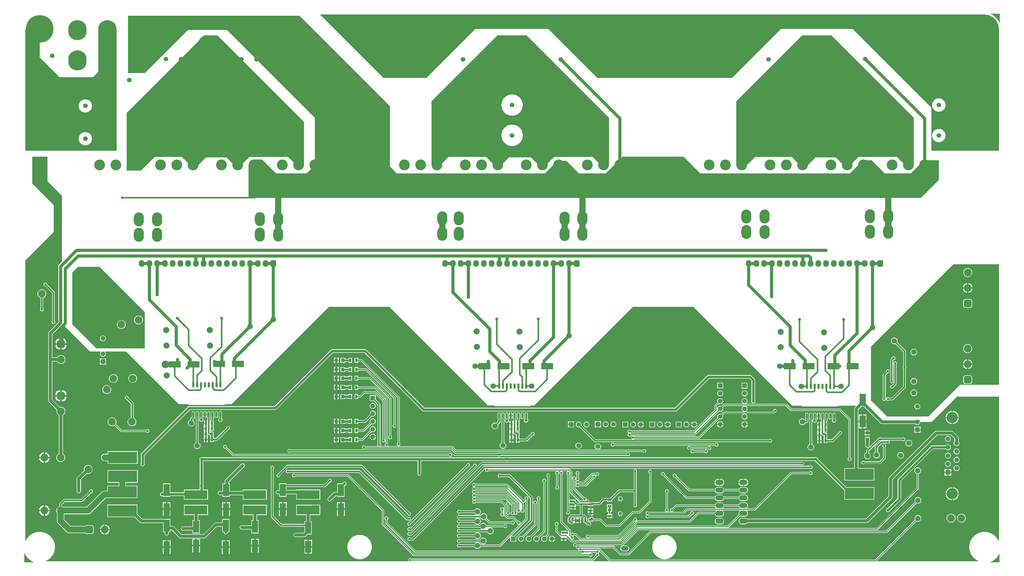
<source format=gbr>
%TF.GenerationSoftware,Altium Limited,Altium Designer,26.1.1 (7)*%
G04 Layer_Physical_Order=1*
G04 Layer_Color=255*
%FSLAX43Y43*%
%MOMM*%
%TF.SameCoordinates,F910D8A4-5627-44EB-A571-6FFAAA827985*%
%TF.FilePolarity,Positive*%
%TF.FileFunction,Copper,L1,Top,Signal*%
%TF.Part,Single*%
G01*
G75*
%TA.AperFunction,SMDPad,CuDef*%
%ADD10R,4.000X2.000*%
%ADD11R,9.500X3.750*%
%ADD12R,0.800X1.250*%
%ADD13R,1.250X0.800*%
%ADD14R,1.100X1.200*%
%ADD15R,2.000X4.000*%
G04:AMPARAMS|DCode=16|XSize=1.65mm|YSize=0.6mm|CornerRadius=0.051mm|HoleSize=0mm|Usage=FLASHONLY|Rotation=90.000|XOffset=0mm|YOffset=0mm|HoleType=Round|Shape=RoundedRectangle|*
%AMROUNDEDRECTD16*
21,1,1.650,0.498,0,0,90.0*
21,1,1.548,0.600,0,0,90.0*
1,1,0.102,0.249,0.774*
1,1,0.102,0.249,-0.774*
1,1,0.102,-0.249,-0.774*
1,1,0.102,-0.249,0.774*
%
%ADD16ROUNDEDRECTD16*%
%ADD17R,7.500X3.000*%
%ADD18R,1.200X1.100*%
%TA.AperFunction,Conductor*%
%ADD19C,0.300*%
%ADD20C,1.000*%
%ADD21C,0.360*%
%ADD22C,0.500*%
%ADD23C,2.000*%
%ADD24C,0.800*%
%ADD25C,0.400*%
%ADD26C,0.600*%
%TA.AperFunction,ComponentPad*%
%ADD27O,1.800X1.500*%
%ADD28C,1.800*%
%ADD29C,2.000*%
%ADD30C,3.550*%
%ADD31R,1.550X1.550*%
%ADD32C,1.550*%
%ADD33O,2.700X1.750*%
%ADD34C,3.700*%
%ADD35C,1.500*%
%ADD36R,1.500X1.500*%
%ADD37C,1.200*%
%ADD38C,1.524*%
%ADD39O,6.000X6.600*%
%ADD40C,2.500*%
%ADD41C,2.550*%
G04:AMPARAMS|DCode=42|XSize=2.55mm|YSize=2.55mm|CornerRadius=0.638mm|HoleSize=0mm|Usage=FLASHONLY|Rotation=0.000|XOffset=0mm|YOffset=0mm|HoleType=Round|Shape=RoundedRectangle|*
%AMROUNDEDRECTD42*
21,1,2.550,1.275,0,0,0.0*
21,1,1.275,2.550,0,0,0.0*
1,1,1.275,0.638,-0.638*
1,1,1.275,-0.638,-0.638*
1,1,1.275,-0.638,0.638*
1,1,1.275,0.638,0.638*
%
%ADD42ROUNDEDRECTD42*%
G04:AMPARAMS|DCode=43|XSize=2.55mm|YSize=2.55mm|CornerRadius=0.638mm|HoleSize=0mm|Usage=FLASHONLY|Rotation=270.000|XOffset=0mm|YOffset=0mm|HoleType=Round|Shape=RoundedRectangle|*
%AMROUNDEDRECTD43*
21,1,2.550,1.275,0,0,270.0*
21,1,1.275,2.550,0,0,270.0*
1,1,1.275,-0.638,-0.638*
1,1,1.275,-0.638,0.638*
1,1,1.275,0.638,0.638*
1,1,1.275,0.638,-0.638*
%
%ADD43ROUNDEDRECTD43*%
%ADD44O,1.905X2.159*%
G04:AMPARAMS|DCode=45|XSize=1.905mm|YSize=2.159mm|CornerRadius=0.476mm|HoleSize=0mm|Usage=FLASHONLY|Rotation=0.000|XOffset=0mm|YOffset=0mm|HoleType=Round|Shape=RoundedRectangle|*
%AMROUNDEDRECTD45*
21,1,1.905,1.206,0,0,0.0*
21,1,0.953,2.159,0,0,0.0*
1,1,0.953,0.476,-0.603*
1,1,0.953,-0.476,-0.603*
1,1,0.953,-0.476,0.603*
1,1,0.953,0.476,0.603*
%
%ADD45ROUNDEDRECTD45*%
%ADD46O,3.302X4.572*%
%ADD47O,2.500X1.500*%
%ADD48R,1.550X1.550*%
%TA.AperFunction,ViaPad*%
%ADD49C,0.600*%
%ADD50C,0.800*%
%ADD51C,1.270*%
%ADD52C,1.000*%
%ADD53C,9.000*%
%ADD54C,2.000*%
%ADD55C,0.700*%
G36*
X319999Y180003D02*
Y176704D01*
X319889Y177029D01*
X319582Y177649D01*
X319198Y178225D01*
X318742Y178745D01*
X318221Y179202D01*
X317646Y179586D01*
X317025Y179892D01*
X316700Y180003D01*
X319999Y180003D01*
D02*
G37*
G36*
X30250Y174840D02*
Y135004D01*
X24250D01*
X285Y135004D01*
X285Y174877D01*
X412Y175004D01*
X581D01*
X585Y175000D01*
X625Y174692D01*
X744Y174405D01*
X933Y174158D01*
X1180Y173969D01*
X1467Y173850D01*
X1775Y173810D01*
X2961D01*
X3009Y173692D01*
X2358Y173042D01*
X2169Y172795D01*
X2050Y172508D01*
X2010Y172200D01*
X2050Y171892D01*
X2169Y171605D01*
X2358Y171358D01*
X2605Y171169D01*
X2892Y171050D01*
X3200Y171010D01*
X3508Y171050D01*
X3795Y171169D01*
X4042Y171358D01*
X4883Y172199D01*
X5000Y172151D01*
Y165681D01*
X11506Y159175D01*
X22472D01*
X24250Y160953D01*
Y174840D01*
X27250Y177840D01*
X30250Y174840D01*
D02*
G37*
G36*
X314962Y179726D02*
X315000Y179718D01*
Y179721D01*
X315616Y179681D01*
X316221Y179560D01*
X316805Y179362D01*
X317359Y179089D01*
X317872Y178746D01*
X318336Y178340D01*
X318743Y177876D01*
X319085Y177363D01*
X319358Y176809D01*
X319557Y176225D01*
X319677Y175620D01*
X319716Y175019D01*
X319713Y175004D01*
X319713Y135004D01*
X297550D01*
Y149175D01*
X271700Y175025D01*
X248250D01*
X232150Y158925D01*
X187975D01*
X171875Y175025D01*
X148000D01*
X131900Y158925D01*
X117794Y158925D01*
X96993Y179726D01*
X314962Y179726D01*
D02*
G37*
G36*
X191775Y145895D02*
X191775Y130369D01*
X189097D01*
X186461Y133005D01*
X173761D01*
X171126Y130369D01*
X168726D01*
X166272Y132823D01*
X158949D01*
X156495Y130369D01*
X154172D01*
X151506Y133035D01*
X139193D01*
X136528Y130369D01*
X133559D01*
X133559Y151229D01*
X155174Y172844D01*
X164826D01*
X191775Y145895D01*
D02*
G37*
G36*
X291775Y145895D02*
X291775Y130369D01*
X288894D01*
X286258Y133005D01*
X273634D01*
X270998Y130369D01*
X268726D01*
X266272Y132823D01*
X259563D01*
X257109Y130369D01*
X254419D01*
X251753Y133035D01*
X239775D01*
X237109Y130369D01*
X233559D01*
X233559Y151229D01*
X255174Y172844D01*
X264826D01*
X291775Y145895D01*
D02*
G37*
G36*
X91775Y144430D02*
X91775Y130369D01*
X89215D01*
X86579Y133005D01*
X73787D01*
X71151Y130369D01*
X68828D01*
X66374Y132823D01*
X59563D01*
X57109Y130369D01*
X54274D01*
X51608Y133035D01*
X42702D01*
X38202Y128534D01*
X33559D01*
Y147412D01*
X58991Y172844D01*
X63361D01*
X91775Y144430D01*
D02*
G37*
G36*
X119967Y149639D02*
Y129801D01*
X122194Y127575D01*
X170770D01*
X174882Y131687D01*
X177848D01*
X181960Y127575D01*
X190765D01*
X196246Y133055D01*
X216254D01*
X221734Y127575D01*
X270815D01*
X275178Y131938D01*
X277922D01*
X282285Y127575D01*
X290765D01*
X295128Y131938D01*
X300033D01*
X300033Y125418D01*
X294115Y119500D01*
X73559Y119500D01*
Y130358D01*
X75334Y132144D01*
X78011D01*
X82580Y127575D01*
X92589D01*
X95326Y130312D01*
Y145827D01*
X66493Y174661D01*
X53645D01*
X39472Y160487D01*
X34036D01*
Y179346D01*
X90260D01*
X119967Y149639D01*
D02*
G37*
G36*
X39475Y82100D02*
Y70150D01*
X23691D01*
X15700Y78141D01*
Y95075D01*
X17575Y96950D01*
X24625D01*
X39475Y82100D01*
D02*
G37*
G36*
X319713Y58204D02*
X306919D01*
X296519Y47803D01*
X292961D01*
X292956Y47808D01*
X283061D01*
X277758Y53111D01*
Y70783D01*
X304725Y97750D01*
X319713D01*
X319713Y58204D01*
D02*
G37*
G36*
X186417Y28540D02*
X186432Y28526D01*
X186485Y28397D01*
X186420Y28240D01*
Y28021D01*
X184033Y25634D01*
X181952D01*
X181799Y25788D01*
X181952Y25941D01*
X183645D01*
X183645Y25941D01*
X183774Y25967D01*
X183883Y26040D01*
X186389Y28546D01*
X186417Y28540D01*
D02*
G37*
G36*
X179859Y27240D02*
X180015Y27085D01*
Y24134D01*
X180015Y24134D01*
X180040Y24005D01*
X180113Y23896D01*
X183271Y20738D01*
Y20590D01*
X183333Y20438D01*
X183258Y20311D01*
X182434D01*
X179717Y23029D01*
Y27253D01*
X179844Y27278D01*
X179859Y27240D01*
D02*
G37*
G36*
X179033Y28914D02*
X179044Y28908D01*
Y22890D01*
X179044Y22890D01*
X179069Y22761D01*
X179142Y22652D01*
X182057Y19737D01*
X182057Y19737D01*
X182166Y19664D01*
X182295Y19639D01*
X184205D01*
X184244Y19586D01*
X184180Y19459D01*
X181361D01*
X180805Y20015D01*
Y20555D01*
X179195D01*
Y20555D01*
X179123D01*
X178909Y20467D01*
X178905Y20462D01*
X178788Y20511D01*
Y28817D01*
X178917Y28946D01*
X179033Y28914D01*
D02*
G37*
G36*
X7550Y125000D02*
X12350Y120200D01*
Y116839D01*
X12341Y116818D01*
X12297Y116484D01*
X12341Y116149D01*
X12350Y116128D01*
Y98750D01*
X11100Y97500D01*
X11100Y79592D01*
X11189Y79503D01*
Y78768D01*
X8015Y75594D01*
X7906Y75452D01*
X7838Y75287D01*
X7814Y75109D01*
Y66539D01*
Y53053D01*
X7838Y52876D01*
X7906Y52710D01*
X8015Y52568D01*
X10610Y49973D01*
X10545Y49730D01*
Y49347D01*
X10644Y48977D01*
X10836Y48645D01*
X11107Y48375D01*
X11314Y48255D01*
Y35676D01*
X11020Y35506D01*
X10754Y35240D01*
X10565Y34914D01*
X10468Y34550D01*
Y34173D01*
X10565Y33810D01*
X10754Y33484D01*
X11020Y33217D01*
X11346Y33029D01*
X11710Y32932D01*
X12086D01*
X12450Y33029D01*
X12776Y33217D01*
X13042Y33484D01*
X13230Y33810D01*
X13328Y34173D01*
Y34550D01*
X13230Y34914D01*
X13042Y35240D01*
X12776Y35506D01*
X12686Y35558D01*
Y48255D01*
X12893Y48375D01*
X13164Y48645D01*
X13356Y48977D01*
X13455Y49347D01*
Y49730D01*
X13356Y50100D01*
X13164Y50432D01*
X12893Y50703D01*
X12562Y50895D01*
X12192Y50994D01*
X11808D01*
X11588Y50935D01*
X9186Y53337D01*
Y65853D01*
X10716D01*
X10836Y65645D01*
X11107Y65375D01*
X11438Y65183D01*
X11808Y65084D01*
X12192D01*
X12562Y65183D01*
X12893Y65375D01*
X13164Y65645D01*
X13356Y65977D01*
X13455Y66347D01*
Y66730D01*
X13356Y67100D01*
X13164Y67432D01*
X12893Y67703D01*
X12562Y67895D01*
X12192Y67994D01*
X11808D01*
X11438Y67895D01*
X11107Y67703D01*
X10836Y67432D01*
X10716Y67225D01*
X9186D01*
Y74825D01*
X12360Y77999D01*
X12427Y78086D01*
X12582Y78110D01*
X21532Y69160D01*
X25020D01*
X25072Y69033D01*
X25011Y68971D01*
X24885Y68754D01*
X24820Y68511D01*
Y68259D01*
X24885Y68016D01*
X25011Y67799D01*
X25189Y67621D01*
X25406Y67495D01*
X25649Y67430D01*
X25901D01*
X26144Y67495D01*
X26361Y67621D01*
X26539Y67799D01*
X26665Y68016D01*
X26730Y68259D01*
Y68511D01*
X26665Y68754D01*
X26539Y68971D01*
X26478Y69033D01*
X26530Y69160D01*
X33346Y69160D01*
X40750Y61756D01*
X50625Y51881D01*
X53567D01*
X53852Y51728D01*
X54188Y51627D01*
X54537Y51592D01*
Y51592D01*
X54540Y51595D01*
X65136D01*
Y51592D01*
X65485Y51627D01*
X65820Y51728D01*
X66106Y51881D01*
X68006D01*
X99900Y83775D01*
X119725D01*
X151999Y51501D01*
X153914D01*
X154199Y51348D01*
X154534Y51246D01*
X154883Y51212D01*
Y51212D01*
X154886Y51215D01*
X165483D01*
Y51212D01*
X165832Y51246D01*
X166167Y51348D01*
X166452Y51501D01*
X167351D01*
X199625Y83775D01*
X219535D01*
X251925Y51384D01*
X254858D01*
X255143Y51232D01*
X255479Y51130D01*
X255828Y51096D01*
Y51096D01*
X255830Y51099D01*
X266427D01*
Y51096D01*
X266776Y51130D01*
X267111Y51232D01*
X267396Y51384D01*
X272801D01*
X272850Y51267D01*
X272413Y50831D01*
X272304Y50689D01*
X272236Y50523D01*
X272213Y50346D01*
Y30905D01*
X268995D01*
Y26795D01*
X278855D01*
Y30905D01*
X273584D01*
Y50062D01*
X274662Y51139D01*
X274955D01*
X275000Y51133D01*
X275349D01*
X280930Y45553D01*
X281072Y45444D01*
X281237Y45375D01*
X281415Y45352D01*
X292296D01*
X292374Y45274D01*
X292592Y45148D01*
X292835Y45083D01*
X293086D01*
X293329Y45148D01*
X293547Y45274D01*
X293725Y45452D01*
X293851Y45669D01*
X293916Y45912D01*
Y46038D01*
X297663D01*
X306000Y54375D01*
X319713D01*
X319713Y7012D01*
X319589Y6988D01*
X319494Y7216D01*
X319166Y7784D01*
X318767Y8304D01*
X318304Y8767D01*
X317784Y9166D01*
X317216Y9494D01*
X316611Y9745D01*
X315978Y9914D01*
X315328Y10000D01*
X314672D01*
X314022Y9914D01*
X313389Y9745D01*
X312784Y9494D01*
X312216Y9166D01*
X311696Y8767D01*
X311233Y8304D01*
X310834Y7784D01*
X310506Y7216D01*
X310255Y6611D01*
X310086Y5978D01*
X310000Y5328D01*
Y4672D01*
X310086Y4022D01*
X310255Y3389D01*
X310506Y2784D01*
X310834Y2216D01*
X311233Y1696D01*
X311696Y1233D01*
X312216Y834D01*
X312784Y506D01*
X313015Y410D01*
X312991Y285D01*
X279666Y285D01*
X279613Y412D01*
X292646Y13445D01*
X292718Y13404D01*
X292993Y13330D01*
X293277D01*
X293552Y13404D01*
X293798Y13546D01*
X293999Y13747D01*
X294141Y13993D01*
X294215Y14268D01*
Y14552D01*
X294141Y14827D01*
X293999Y15073D01*
X293798Y15274D01*
X293552Y15417D01*
X293277Y15490D01*
X292993D01*
X292718Y15417D01*
X292472Y15274D01*
X292271Y15073D01*
X292128Y14827D01*
X292055Y14552D01*
Y14268D01*
X292128Y13993D01*
X292170Y13921D01*
X279110Y861D01*
X192364D01*
X188788Y4438D01*
X188679Y4511D01*
X188550Y4536D01*
X188550Y4536D01*
X182937D01*
X182937Y4537D01*
X183005Y4664D01*
X193150D01*
X195350Y2463D01*
X195350Y2463D01*
X195459Y2391D01*
X195588Y2365D01*
X195588Y2365D01*
X198106D01*
X198106Y2365D01*
X198235Y2391D01*
X198344Y2463D01*
X205544Y9664D01*
X282841D01*
X282841Y9664D01*
X282970Y9689D01*
X283079Y9762D01*
X292696Y19379D01*
X292768Y19337D01*
X293043Y19264D01*
X293327D01*
X293602Y19337D01*
X293848Y19479D01*
X294049Y19681D01*
X294191Y19927D01*
X294265Y20201D01*
Y20486D01*
X294191Y20761D01*
X294049Y21007D01*
X293848Y21208D01*
X293602Y21350D01*
X293327Y21424D01*
X293043D01*
X292768Y21350D01*
X292522Y21208D01*
X292321Y21007D01*
X292178Y20761D01*
X292105Y20486D01*
Y20201D01*
X292178Y19927D01*
X292220Y19855D01*
X282702Y10336D01*
X205405D01*
X205405Y10336D01*
X205276Y10311D01*
X205167Y10238D01*
X205167Y10238D01*
X197967Y3038D01*
X195727D01*
X193529Y5237D01*
X193529Y5242D01*
X193568Y5364D01*
X195799D01*
X195842Y5237D01*
X195812Y5213D01*
X195663Y5019D01*
X195569Y4793D01*
X195537Y4550D01*
X195569Y4307D01*
X195663Y4081D01*
X195812Y3887D01*
X196006Y3738D01*
X196232Y3644D01*
X196475Y3612D01*
X197475D01*
X197718Y3644D01*
X197944Y3738D01*
X198138Y3887D01*
X198287Y4081D01*
X198381Y4307D01*
X198413Y4550D01*
X198381Y4793D01*
X198287Y5019D01*
X198138Y5213D01*
X197944Y5362D01*
X197718Y5456D01*
X197475Y5488D01*
X196593D01*
X196541Y5615D01*
X201489Y10564D01*
X279725D01*
X279725Y10564D01*
X279854Y10589D01*
X279963Y10662D01*
X293310Y24009D01*
X293310Y24009D01*
X293383Y24119D01*
X293409Y24247D01*
Y29026D01*
X293489Y29047D01*
X293735Y29189D01*
X293937Y29390D01*
X294079Y29637D01*
X294152Y29911D01*
Y30196D01*
X294079Y30470D01*
X293937Y30717D01*
X293735Y30918D01*
X293489Y31060D01*
X293215Y31134D01*
X292930D01*
X292655Y31060D01*
X292409Y30918D01*
X292208Y30717D01*
X292066Y30470D01*
X291992Y30196D01*
Y29911D01*
X292066Y29637D01*
X292208Y29390D01*
X292409Y29189D01*
X292655Y29047D01*
X292736Y29026D01*
Y24387D01*
X279586Y11236D01*
X231033D01*
X230994Y11363D01*
X231067Y11412D01*
X234824Y15169D01*
X234858Y15143D01*
X235115Y15037D01*
X235390Y15001D01*
X236340D01*
X236615Y15037D01*
X236872Y15143D01*
X237092Y15313D01*
X237262Y15533D01*
X237368Y15790D01*
X237404Y16065D01*
X237368Y16340D01*
X237262Y16597D01*
X237092Y16817D01*
X237035Y16862D01*
X237078Y16989D01*
X239600D01*
X239600Y16989D01*
X239729Y17014D01*
X239838Y17087D01*
X251692Y28941D01*
X257518D01*
X257674Y28786D01*
X257887Y28698D01*
X258117D01*
X258331Y28786D01*
X258494Y28949D01*
X258582Y29162D01*
Y29393D01*
X258494Y29606D01*
X258331Y29769D01*
X258117Y29858D01*
X257887D01*
X257674Y29769D01*
X257518Y29614D01*
X251553D01*
X251424Y29588D01*
X251315Y29515D01*
X251315Y29515D01*
X239461Y17661D01*
X237052D01*
X237009Y17788D01*
X237092Y17853D01*
X237262Y18073D01*
X237368Y18330D01*
X237404Y18605D01*
X237368Y18880D01*
X237262Y19137D01*
X237092Y19357D01*
X236872Y19527D01*
X236615Y19633D01*
X236340Y19669D01*
X235390D01*
X235115Y19633D01*
X234858Y19527D01*
X234638Y19357D01*
X234468Y19137D01*
X234377Y18916D01*
X229501D01*
X229420Y19112D01*
X229251Y19332D01*
X229031Y19502D01*
X228774Y19608D01*
X228499Y19644D01*
X227549D01*
X227274Y19608D01*
X227017Y19502D01*
X226797Y19332D01*
X226627Y19112D01*
X226575Y18986D01*
X213880D01*
X213751Y18961D01*
X213642Y18888D01*
X213642Y18888D01*
X212459Y17705D01*
X212240D01*
X212026Y17617D01*
X211863Y17454D01*
X211775Y17240D01*
Y17010D01*
X211863Y16796D01*
X211997Y16663D01*
X211955Y16536D01*
X211175D01*
X211133Y16663D01*
X211267Y16796D01*
X211355Y17010D01*
Y17240D01*
X211267Y17454D01*
X211104Y17617D01*
X211096Y17620D01*
Y22892D01*
X211252Y23047D01*
X211340Y23260D01*
Y23491D01*
X211252Y23704D01*
X211089Y23867D01*
X210875Y23955D01*
X210645D01*
X210431Y23867D01*
X210268Y23704D01*
X210180Y23491D01*
Y23260D01*
X210268Y23047D01*
X210424Y22892D01*
Y17594D01*
X210283Y17454D01*
X210195Y17240D01*
Y17010D01*
X210283Y16796D01*
X210417Y16663D01*
X210375Y16536D01*
X204875D01*
X204719Y16691D01*
X204506Y16779D01*
X204275D01*
X204062Y16691D01*
X203899Y16528D01*
X203811Y16315D01*
Y16084D01*
X203899Y15871D01*
X204062Y15708D01*
X204084Y15699D01*
Y15572D01*
X204062Y15563D01*
X203899Y15400D01*
X203811Y15187D01*
Y14956D01*
X203899Y14743D01*
X204062Y14580D01*
X204275Y14491D01*
X204506D01*
X204719Y14580D01*
X204875Y14735D01*
X218021D01*
X218021Y14735D01*
X218150Y14760D01*
X218259Y14833D01*
X218996Y15570D01*
X219215D01*
X219429Y15658D01*
X219592Y15821D01*
X219680Y16035D01*
Y16265D01*
X219592Y16479D01*
X219429Y16642D01*
X219215Y16730D01*
X218985D01*
X218771Y16642D01*
X218608Y16479D01*
X218520Y16265D01*
Y16046D01*
X217882Y15408D01*
X204875D01*
X204719Y15563D01*
X204698Y15572D01*
Y15699D01*
X204719Y15708D01*
X204875Y15863D01*
X216174D01*
X216174Y15863D01*
X216303Y15889D01*
X216412Y15961D01*
X217439Y16989D01*
X226843D01*
X226887Y16862D01*
X226797Y16792D01*
X226627Y16572D01*
X226609Y16526D01*
X221090D01*
X221090Y16526D01*
X220961Y16501D01*
X220852Y16428D01*
X220852Y16428D01*
X218161Y13736D01*
X201125D01*
X201027Y13717D01*
X200953Y13782D01*
X200932Y13818D01*
X200980Y13935D01*
Y14165D01*
X200892Y14379D01*
X200729Y14542D01*
X200515Y14630D01*
X200285D01*
X200071Y14542D01*
X199908Y14379D01*
X199820Y14165D01*
Y13946D01*
X194779Y8905D01*
X185319D01*
X185164Y9060D01*
X184950Y9149D01*
X184720D01*
X184507Y9060D01*
X184343Y8897D01*
X184255Y8684D01*
Y8453D01*
X184343Y8240D01*
X184507Y8077D01*
X184539Y8063D01*
X184514Y7936D01*
X182601D01*
X181167Y9370D01*
X181058Y9443D01*
X180929Y9469D01*
X180929Y9469D01*
X180224D01*
X180069Y9624D01*
X179856Y9712D01*
X179625D01*
X179412Y9624D01*
X179380Y9592D01*
X179263Y9641D01*
Y10399D01*
X179263Y10399D01*
X179237Y10528D01*
X179164Y10637D01*
X179164Y10637D01*
X176508Y13293D01*
Y28812D01*
X176667Y28970D01*
X176755Y29184D01*
Y29414D01*
X176667Y29627D01*
X176504Y29791D01*
X176393Y29837D01*
X176418Y29964D01*
X178204D01*
X178230Y29837D01*
X178121Y29792D01*
X177958Y29629D01*
X177870Y29415D01*
Y29185D01*
X177958Y28971D01*
X178115Y28815D01*
Y16771D01*
X177959Y16616D01*
X177871Y16403D01*
Y16172D01*
X177959Y15959D01*
X178123Y15796D01*
X178336Y15708D01*
X178566D01*
X178780Y15796D01*
X178943Y15959D01*
X179031Y16172D01*
Y16403D01*
X178943Y16616D01*
X178788Y16771D01*
Y19439D01*
X178905Y19488D01*
X178909Y19483D01*
X179123Y19395D01*
X179353D01*
X179353Y19395D01*
X180185D01*
X180824Y18756D01*
X180771Y18629D01*
X180127D01*
Y18102D01*
X180879D01*
Y18552D01*
X181006Y18619D01*
X181012Y18616D01*
X181179Y18582D01*
X182231D01*
Y15641D01*
X179377D01*
X179209Y15608D01*
X179067Y15513D01*
X178616Y15062D01*
X178521Y14920D01*
X178488Y14752D01*
Y14547D01*
X178271D01*
Y12937D01*
X178811D01*
X178958Y12790D01*
X179016Y12651D01*
X179179Y12488D01*
X179392Y12400D01*
X179623D01*
X179836Y12488D01*
X179999Y12651D01*
X180078Y12843D01*
X180197Y12863D01*
X180214Y12863D01*
X180724D01*
Y13615D01*
X180197D01*
Y13162D01*
X180070Y13137D01*
X179999Y13308D01*
X179836Y13472D01*
X179623Y13560D01*
X179440D01*
Y13592D01*
X179431Y13634D01*
Y14547D01*
X179431D01*
X179457Y14663D01*
X179558Y14764D01*
X183442D01*
X183532Y14674D01*
X183490Y14547D01*
X183427D01*
Y12937D01*
X183967D01*
X184525Y12379D01*
X184667Y12284D01*
X184835Y12250D01*
X184912D01*
X185023Y12140D01*
X185236Y12051D01*
X185466D01*
X185680Y12140D01*
X185843Y12303D01*
X185931Y12516D01*
Y12747D01*
X185843Y12960D01*
X185680Y13123D01*
X185466Y13211D01*
X185236D01*
X185033Y13127D01*
X185017D01*
X184587Y13557D01*
Y14547D01*
X184440D01*
Y14825D01*
X184406Y14993D01*
X184311Y15135D01*
X183933Y15513D01*
X183791Y15608D01*
X183623Y15641D01*
X183107D01*
Y18582D01*
X184936D01*
Y18441D01*
X186546D01*
Y18658D01*
X186618D01*
X186831Y18746D01*
X186884Y18800D01*
X188587D01*
X188755Y18833D01*
X188897Y18928D01*
X189998Y20028D01*
X190073D01*
X190286Y20117D01*
X190363Y20193D01*
X191177D01*
Y19899D01*
X192787D01*
Y20415D01*
X195380Y23008D01*
X199962D01*
Y19082D01*
X199908Y19029D01*
X199820Y18815D01*
Y18585D01*
X199908Y18371D01*
X200071Y18208D01*
X200285Y18120D01*
X200515D01*
X200729Y18208D01*
X200892Y18371D01*
X200980Y18585D01*
Y18815D01*
X200892Y19029D01*
X200838Y19082D01*
Y23446D01*
Y29618D01*
X200892Y29671D01*
X200980Y29885D01*
Y30115D01*
X200892Y30329D01*
X200729Y30492D01*
X200515Y30580D01*
X200285D01*
X200071Y30492D01*
X199908Y30329D01*
X199820Y30115D01*
Y29885D01*
X199908Y29671D01*
X199962Y29618D01*
Y23885D01*
X195198D01*
X195031Y23851D01*
X194888Y23756D01*
X192199Y21067D01*
X192132D01*
X192090Y21059D01*
X192025D01*
X191982Y21067D01*
X191326D01*
X191314Y21070D01*
X190317D01*
X190286Y21100D01*
X190073Y21188D01*
X189843D01*
X189629Y21100D01*
X189466Y20937D01*
X189378Y20724D01*
Y20648D01*
X188406Y19676D01*
X186884D01*
X186831Y19730D01*
X186618Y19818D01*
X186387D01*
X186174Y19730D01*
X186054Y19609D01*
X185891D01*
X185848Y19601D01*
X185360D01*
X185275Y19728D01*
X185330Y19860D01*
Y20090D01*
X185242Y20304D01*
X185079Y20467D01*
X184865Y20555D01*
X184635D01*
X184537Y20515D01*
X184484Y20552D01*
X184431Y20608D01*
Y20820D01*
X184342Y21034D01*
X184179Y21197D01*
X183966Y21285D01*
X183735D01*
X183693Y21268D01*
X180688Y24273D01*
Y27083D01*
X180781Y27166D01*
X180919Y27137D01*
X180977Y26999D01*
X181090Y26885D01*
X181126Y26802D01*
X181090Y26719D01*
X180977Y26606D01*
X180888Y26393D01*
Y26162D01*
X180977Y25949D01*
X181138Y25788D01*
X180977Y25626D01*
X180888Y25413D01*
Y25182D01*
X180977Y24969D01*
X181140Y24806D01*
X181353Y24718D01*
X181584D01*
X181797Y24806D01*
X181952Y24961D01*
X184173D01*
X184173Y24961D01*
X184301Y24987D01*
X184411Y25060D01*
X186896Y27545D01*
X187115D01*
X187329Y27633D01*
X187492Y27796D01*
X187580Y28010D01*
Y28240D01*
X187507Y28417D01*
X187614Y28489D01*
X187648Y28455D01*
X187861Y28367D01*
X188092D01*
X188305Y28455D01*
X188468Y28619D01*
X188557Y28832D01*
Y29063D01*
X188468Y29276D01*
X188305Y29439D01*
X188092Y29527D01*
X187861D01*
X187648Y29439D01*
X187493Y29284D01*
X186314D01*
X186314Y29284D01*
X186186Y29258D01*
X186076Y29185D01*
X183505Y26614D01*
X181952D01*
X181847Y26719D01*
X181811Y26802D01*
X181847Y26885D01*
X181960Y26999D01*
X182048Y27212D01*
Y27442D01*
X181960Y27656D01*
X181805Y27811D01*
Y28815D01*
X181960Y28970D01*
X182048Y29184D01*
Y29414D01*
X181960Y29627D01*
X181797Y29791D01*
X181584Y29879D01*
X181353D01*
X181140Y29791D01*
X180977Y29627D01*
X180888Y29414D01*
Y29184D01*
X180977Y28970D01*
X181132Y28815D01*
Y27813D01*
X181038Y27730D01*
X180900Y27759D01*
X180843Y27897D01*
X180680Y28060D01*
X180466Y28148D01*
X180236D01*
X180023Y28060D01*
X179859Y27897D01*
X179844Y27859D01*
X179717Y27884D01*
Y29595D01*
X179717Y29595D01*
X179691Y29724D01*
X179618Y29833D01*
X179618Y29833D01*
X178913Y30538D01*
X178804Y30611D01*
X178823Y30737D01*
X257643D01*
X257671Y30708D01*
X257885Y30620D01*
X258115D01*
X258329Y30708D01*
X258492Y30871D01*
X258580Y31085D01*
Y31315D01*
X258492Y31529D01*
X258329Y31692D01*
X258115Y31780D01*
X257885D01*
X257671Y31692D01*
X257593Y31613D01*
X150950D01*
X150782Y31580D01*
X150640Y31485D01*
X127216Y8061D01*
X126649D01*
X126595Y8114D01*
X126382Y8202D01*
X126151D01*
X125938Y8114D01*
X125775Y7951D01*
X125687Y7738D01*
Y7507D01*
X125775Y7294D01*
X125938Y7131D01*
X126151Y7042D01*
X126382D01*
X126595Y7131D01*
X126649Y7184D01*
X127397D01*
X127565Y7217D01*
X127707Y7312D01*
X151132Y30737D01*
X151250D01*
X151299Y30619D01*
X151283Y30604D01*
X151195Y30390D01*
Y30160D01*
X151283Y29946D01*
X151446Y29783D01*
X151660Y29695D01*
X151890D01*
X152104Y29783D01*
X152267Y29946D01*
X152274Y29964D01*
X174529D01*
X174555Y29837D01*
X174446Y29792D01*
X174283Y29629D01*
X174195Y29415D01*
Y29185D01*
X174283Y28971D01*
X174439Y28816D01*
Y24934D01*
X174283Y24779D01*
X174195Y24565D01*
Y24335D01*
X174283Y24121D01*
X174446Y23958D01*
X174660Y23870D01*
X174890D01*
X175104Y23958D01*
X175267Y24121D01*
X175355Y24335D01*
Y24565D01*
X175267Y24779D01*
X175111Y24934D01*
Y28816D01*
X175267Y28971D01*
X175355Y29185D01*
Y29415D01*
X175267Y29629D01*
X175104Y29792D01*
X174995Y29837D01*
X175021Y29964D01*
X175932D01*
X175957Y29837D01*
X175846Y29791D01*
X175683Y29627D01*
X175595Y29414D01*
Y29184D01*
X175683Y28970D01*
X175836Y28818D01*
Y13153D01*
X175836Y13153D01*
X175861Y13024D01*
X175934Y12915D01*
X178590Y10259D01*
Y10103D01*
X178470Y10076D01*
X178463Y10076D01*
X178301Y10238D01*
X178088Y10326D01*
X177857D01*
X177746Y10280D01*
X176145D01*
Y9295D01*
X176028Y9246D01*
X174966Y10307D01*
Y12148D01*
X175122Y12303D01*
X175210Y12516D01*
Y12747D01*
X175122Y12960D01*
X174959Y13123D01*
X174745Y13211D01*
X174515D01*
X174301Y13123D01*
X174138Y12960D01*
X174050Y12747D01*
Y12516D01*
X174138Y12303D01*
X174294Y12148D01*
Y10168D01*
X174294Y10168D01*
X174319Y10039D01*
X174392Y9930D01*
X175810Y8512D01*
X175810Y8512D01*
X175919Y8439D01*
X175975Y8428D01*
X176057Y8365D01*
X176071Y8289D01*
Y7827D01*
X176950D01*
X177829D01*
Y8045D01*
X177946Y8094D01*
X179328Y6712D01*
X179328Y6712D01*
X179437Y6639D01*
X179566Y6614D01*
X179566Y6614D01*
X196075D01*
X196075Y6614D01*
X196204Y6639D01*
X196313Y6712D01*
X200914Y11314D01*
X201146D01*
X201185Y11187D01*
X201112Y11138D01*
X201112Y11138D01*
X196011Y6036D01*
X181105D01*
X180950Y6192D01*
X180736Y6280D01*
X180506D01*
X180293Y6192D01*
X180129Y6029D01*
X180041Y5815D01*
Y5585D01*
X180129Y5371D01*
X180293Y5208D01*
X180506Y5120D01*
X180736D01*
X180930Y5200D01*
X180991Y5162D01*
X181033Y5116D01*
X181020Y5085D01*
Y4855D01*
X181108Y4641D01*
X181271Y4478D01*
X181485Y4390D01*
X181672D01*
X181752Y4312D01*
X181770Y4275D01*
Y4065D01*
X181833Y3913D01*
X181757Y3786D01*
X128434D01*
X119161Y13059D01*
Y13991D01*
X119317Y14146D01*
X119405Y14360D01*
Y14590D01*
X119317Y14804D01*
X119154Y14967D01*
X118940Y15055D01*
X118710D01*
X118496Y14967D01*
X118333Y14804D01*
X118245Y14590D01*
Y14360D01*
X118333Y14146D01*
X118489Y13991D01*
Y12920D01*
X118489Y12920D01*
X118514Y12791D01*
X118587Y12682D01*
X128057Y3212D01*
X128057Y3212D01*
X128166Y3139D01*
X128295Y3114D01*
X182621D01*
X182776Y2958D01*
X182945Y2888D01*
X182920Y2761D01*
X127930D01*
X117986Y12705D01*
Y17050D01*
X117986Y17050D01*
X117961Y17179D01*
X117888Y17288D01*
X117888Y17288D01*
X106399Y28776D01*
X106290Y28849D01*
X106161Y28875D01*
X106161Y28875D01*
X88880D01*
X88724Y29030D01*
X88511Y29119D01*
X88280D01*
X88067Y29030D01*
X87904Y28867D01*
X87816Y28654D01*
Y28423D01*
X87904Y28210D01*
X88067Y28047D01*
X88280Y27959D01*
X88511D01*
X88724Y28047D01*
X88880Y28202D01*
X106022D01*
X117314Y16911D01*
Y12566D01*
X117314Y12566D01*
X117339Y12437D01*
X117412Y12328D01*
X127553Y2187D01*
X127662Y2114D01*
X127791Y2089D01*
X127791Y2089D01*
X185316D01*
X185471Y1933D01*
X185685Y1845D01*
X185915D01*
X186129Y1933D01*
X186292Y2096D01*
X186380Y2310D01*
Y2540D01*
X186292Y2754D01*
X186129Y2917D01*
X185960Y2987D01*
X185985Y3114D01*
X187541D01*
X187634Y3020D01*
X187684Y2938D01*
X187634Y2855D01*
X187533Y2754D01*
X187445Y2540D01*
Y2364D01*
X186223Y1142D01*
X126937D01*
X126812Y1267D01*
X126599Y1355D01*
X126369D01*
X126155Y1267D01*
X125992Y1104D01*
X125904Y890D01*
Y660D01*
X125992Y446D01*
X126036Y403D01*
X125987Y285D01*
X7009Y285D01*
X6985Y410D01*
X7216Y506D01*
X7784Y834D01*
X8304Y1233D01*
X8767Y1696D01*
X9166Y2216D01*
X9494Y2784D01*
X9745Y3389D01*
X9914Y4022D01*
X10000Y4672D01*
Y5328D01*
X9914Y5978D01*
X9745Y6611D01*
X9494Y7216D01*
X9166Y7784D01*
X8767Y8304D01*
X8304Y8767D01*
X7784Y9166D01*
X7216Y9494D01*
X6611Y9745D01*
X5978Y9914D01*
X5328Y10000D01*
X4672D01*
X4022Y9914D01*
X3389Y9745D01*
X2784Y9494D01*
X2216Y9166D01*
X1696Y8767D01*
X1233Y8304D01*
X834Y7784D01*
X506Y7216D01*
X410Y6984D01*
X285Y7009D01*
X285Y98950D01*
X306D01*
X306Y99006D01*
X9600Y108300D01*
Y117225D01*
X2625Y124200D01*
Y133051D01*
X7550D01*
Y125000D01*
D02*
G37*
G36*
X234468Y18073D02*
X234638Y17853D01*
X234721Y17788D01*
X234678Y17661D01*
X229232D01*
X229192Y17782D01*
X229251Y17828D01*
X229420Y18048D01*
X229501Y18244D01*
X234398D01*
X234468Y18073D01*
D02*
G37*
G36*
X226521Y18305D02*
X226627Y18048D01*
X226797Y17828D01*
X226856Y17782D01*
X226815Y17661D01*
X217300D01*
X217300Y17661D01*
X217171Y17636D01*
X217062Y17563D01*
X217062Y17563D01*
X216035Y16536D01*
X212755D01*
X212713Y16663D01*
X212847Y16796D01*
X212935Y17010D01*
Y17229D01*
X214019Y18314D01*
X226520D01*
X226521Y18305D01*
D02*
G37*
G36*
X234695Y16862D02*
X234638Y16817D01*
X234468Y16597D01*
X234362Y16340D01*
X234326Y16065D01*
X234362Y15790D01*
X234400Y15697D01*
X230690Y11986D01*
X200775D01*
X200646Y11961D01*
X200537Y11888D01*
X200537Y11888D01*
X195936Y7286D01*
X195667D01*
X195614Y7413D01*
X201264Y13064D01*
X218300D01*
X218300Y13064D01*
X218429Y13089D01*
X218538Y13162D01*
X221229Y15854D01*
X226509D01*
X226521Y15765D01*
X226627Y15508D01*
X226797Y15288D01*
X227017Y15118D01*
X227274Y15012D01*
X227549Y14976D01*
X228499D01*
X228774Y15012D01*
X229031Y15118D01*
X229251Y15288D01*
X229420Y15508D01*
X229527Y15765D01*
X229563Y16040D01*
X229527Y16315D01*
X229420Y16572D01*
X229251Y16792D01*
X229161Y16862D01*
X229204Y16989D01*
X234652D01*
X234695Y16862D01*
D02*
G37*
G36*
X200629Y13379D02*
X195186Y7936D01*
X185156D01*
X185131Y8063D01*
X185164Y8077D01*
X185319Y8232D01*
X194919D01*
X194919Y8232D01*
X195048Y8258D01*
X195157Y8331D01*
X200296Y13470D01*
X200515D01*
X200557Y13487D01*
X200629Y13379D01*
D02*
G37*
G36*
X182172Y7413D02*
X182120Y7286D01*
X179705D01*
X179589Y7403D01*
X179602Y7445D01*
X179651Y7520D01*
X179856D01*
X180069Y7608D01*
X180232Y7771D01*
X180321Y7985D01*
Y8215D01*
X180232Y8429D01*
X180128Y8533D01*
X180082Y8616D01*
X180128Y8699D01*
X180224Y8796D01*
X180790D01*
X182172Y7413D01*
D02*
G37*
G36*
X191862Y412D02*
X191809Y285D01*
X186410D01*
X186398Y412D01*
X186515Y436D01*
X186635Y515D01*
X187964Y1845D01*
X188140D01*
X188354Y1933D01*
X188517Y2096D01*
X188605Y2310D01*
Y2540D01*
X188517Y2754D01*
X188416Y2855D01*
X188366Y2938D01*
X188416Y3020D01*
X188517Y3121D01*
X188605Y3335D01*
Y3490D01*
X188732Y3542D01*
X191862Y412D01*
D02*
G37*
G36*
X418Y2354D02*
X802Y1779D01*
X1258Y1258D01*
X1779Y802D01*
X2354Y418D01*
X2943Y127D01*
X2914Y0D01*
X-0D01*
Y2914D01*
X127Y2944D01*
X418Y2354D01*
D02*
G37*
G36*
X319895Y2701D02*
Y127D01*
X319839Y0D01*
X317086D01*
X317056Y127D01*
X317646Y418D01*
X318221Y802D01*
X318742Y1258D01*
X319198Y1779D01*
X319582Y2354D01*
X319768Y2731D01*
X319895Y2701D01*
D02*
G37*
%LPC*%
G36*
X20215Y151906D02*
X19785D01*
X19364Y151822D01*
X18967Y151658D01*
X18610Y151419D01*
X18307Y151116D01*
X18068Y150759D01*
X17904Y150362D01*
X17820Y149941D01*
Y149511D01*
X17904Y149090D01*
X18068Y148693D01*
X18307Y148336D01*
X18610Y148033D01*
X18967Y147794D01*
X19364Y147630D01*
X19785Y147546D01*
X20215D01*
X20636Y147630D01*
X21033Y147794D01*
X21390Y148033D01*
X21693Y148336D01*
X21932Y148693D01*
X22096Y149090D01*
X22180Y149511D01*
Y149941D01*
X22096Y150362D01*
X21932Y150759D01*
X21693Y151116D01*
X21390Y151419D01*
X21033Y151658D01*
X20636Y151822D01*
X20215Y151906D01*
D02*
G37*
G36*
Y141156D02*
X19785D01*
X19364Y141072D01*
X18967Y140908D01*
X18610Y140669D01*
X18307Y140366D01*
X18068Y140009D01*
X17904Y139612D01*
X17820Y139191D01*
Y138761D01*
X17904Y138340D01*
X18068Y137943D01*
X18307Y137586D01*
X18610Y137283D01*
X18967Y137044D01*
X19364Y136880D01*
X19785Y136796D01*
X20215D01*
X20636Y136880D01*
X21033Y137044D01*
X21390Y137283D01*
X21693Y137586D01*
X21932Y137943D01*
X22096Y138340D01*
X22180Y138761D01*
Y139191D01*
X22096Y139612D01*
X21932Y140009D01*
X21693Y140366D01*
X21390Y140669D01*
X21033Y140908D01*
X20636Y141072D01*
X20215Y141156D01*
D02*
G37*
G36*
X300215Y152184D02*
X299785D01*
X299364Y152100D01*
X298967Y151936D01*
X298610Y151697D01*
X298307Y151393D01*
X298068Y151036D01*
X297904Y150640D01*
X297820Y150219D01*
Y149789D01*
X297904Y149368D01*
X298068Y148971D01*
X298307Y148614D01*
X298610Y148310D01*
X298967Y148072D01*
X299364Y147908D01*
X299785Y147824D01*
X300215D01*
X300636Y147908D01*
X301033Y148072D01*
X301390Y148310D01*
X301693Y148614D01*
X301932Y148971D01*
X302096Y149368D01*
X302180Y149789D01*
Y150219D01*
X302096Y150640D01*
X301932Y151036D01*
X301693Y151393D01*
X301390Y151697D01*
X301033Y151936D01*
X300636Y152100D01*
X300215Y152184D01*
D02*
G37*
G36*
Y142184D02*
X299785D01*
X299364Y142100D01*
X298967Y141936D01*
X298610Y141697D01*
X298307Y141393D01*
X298068Y141036D01*
X297904Y140640D01*
X297820Y140219D01*
Y139789D01*
X297904Y139368D01*
X298068Y138971D01*
X298307Y138614D01*
X298610Y138310D01*
X298967Y138072D01*
X299364Y137908D01*
X299785Y137824D01*
X300215D01*
X300636Y137908D01*
X301033Y138072D01*
X301390Y138310D01*
X301693Y138614D01*
X301932Y138971D01*
X302096Y139368D01*
X302180Y139789D01*
Y140219D01*
X302096Y140640D01*
X301932Y141036D01*
X301693Y141393D01*
X301390Y141697D01*
X301033Y141936D01*
X300636Y142100D01*
X300215Y142184D01*
D02*
G37*
G36*
X160229Y153504D02*
X159771D01*
X159316Y153444D01*
X158873Y153325D01*
X158449Y153150D01*
X158051Y152920D01*
X157687Y152641D01*
X157363Y152316D01*
X157084Y151952D01*
X156854Y151555D01*
X156679Y151131D01*
X156560Y150688D01*
X156500Y150233D01*
Y150004D01*
Y149774D01*
X156560Y149320D01*
X156679Y148876D01*
X156854Y148452D01*
X157084Y148055D01*
X157363Y147691D01*
X157687Y147367D01*
X158051Y147087D01*
X158449Y146858D01*
X158873Y146682D01*
X159316Y146564D01*
X159771Y146504D01*
X160229D01*
X160684Y146564D01*
X161127Y146682D01*
X161551Y146858D01*
X161949Y147087D01*
X162313Y147367D01*
X162637Y147691D01*
X162916Y148055D01*
X163146Y148452D01*
X163321Y148876D01*
X163440Y149320D01*
X163500Y149774D01*
Y150004D01*
Y150233D01*
X163440Y150688D01*
X163321Y151131D01*
X163146Y151555D01*
X162916Y151952D01*
X162637Y152316D01*
X162313Y152641D01*
X161949Y152920D01*
X161551Y153150D01*
X161127Y153325D01*
X160684Y153444D01*
X160229Y153504D01*
D02*
G37*
G36*
X160256Y143581D02*
X159797D01*
X159342Y143521D01*
X158899Y143402D01*
X158475Y143226D01*
X158078Y142997D01*
X157714Y142718D01*
X157390Y142393D01*
X157110Y142029D01*
X156881Y141632D01*
X156705Y141208D01*
X156587Y140765D01*
X156527Y140310D01*
Y140081D01*
Y139851D01*
X156587Y139396D01*
X156705Y138953D01*
X156881Y138529D01*
X157110Y138132D01*
X157390Y137768D01*
X157714Y137444D01*
X158078Y137164D01*
X158475Y136935D01*
X158899Y136759D01*
X159342Y136641D01*
X159797Y136581D01*
X160256D01*
X160711Y136641D01*
X161154Y136759D01*
X161578Y136935D01*
X161975Y137164D01*
X162339Y137444D01*
X162664Y137768D01*
X162943Y138132D01*
X163173Y138529D01*
X163348Y138953D01*
X163467Y139396D01*
X163527Y139851D01*
Y140081D01*
Y140310D01*
X163467Y140765D01*
X163348Y141208D01*
X163173Y141632D01*
X162943Y142029D01*
X162664Y142393D01*
X162339Y142718D01*
X161975Y142997D01*
X161578Y143226D01*
X161154Y143402D01*
X160711Y143521D01*
X160256Y143581D01*
D02*
G37*
G36*
X37635Y80935D02*
X37258D01*
X36895Y80838D01*
X36568Y80649D01*
X36302Y80383D01*
X36114Y80057D01*
X36016Y79693D01*
Y79317D01*
X36114Y78953D01*
X36302Y78627D01*
X36568Y78361D01*
X36895Y78173D01*
X37258Y78075D01*
X37635D01*
X37998Y78173D01*
X38325Y78361D01*
X38591Y78627D01*
X38779Y78953D01*
X38876Y79317D01*
Y79693D01*
X38779Y80057D01*
X38591Y80383D01*
X38325Y80649D01*
X37998Y80838D01*
X37635Y80935D01*
D02*
G37*
G36*
X32003Y79444D02*
X31627D01*
X31263Y79347D01*
X30937Y79158D01*
X30671Y78892D01*
X30482Y78566D01*
X30385Y78202D01*
Y77826D01*
X30482Y77462D01*
X30671Y77136D01*
X30937Y76870D01*
X31263Y76682D01*
X31627Y76584D01*
X32003D01*
X32367Y76682D01*
X32693Y76870D01*
X32959Y77136D01*
X33148Y77462D01*
X33245Y77826D01*
Y78202D01*
X33148Y78566D01*
X32959Y78892D01*
X32693Y79158D01*
X32367Y79347D01*
X32003Y79444D01*
D02*
G37*
G36*
X25901Y74420D02*
X25649D01*
X25406Y74355D01*
X25189Y74229D01*
X25011Y74051D01*
X24885Y73834D01*
X24820Y73591D01*
Y73339D01*
X24885Y73096D01*
X25011Y72879D01*
X25189Y72701D01*
X25406Y72575D01*
X25649Y72510D01*
X25901D01*
X26144Y72575D01*
X26361Y72701D01*
X26539Y72879D01*
X26665Y73096D01*
X26730Y73339D01*
Y73591D01*
X26665Y73834D01*
X26539Y74051D01*
X26361Y74229D01*
X26144Y74355D01*
X25901Y74420D01*
D02*
G37*
G36*
X309667Y96535D02*
X309283D01*
X308913Y96436D01*
X308582Y96244D01*
X308311Y95973D01*
X308119Y95642D01*
X308020Y95272D01*
Y94888D01*
X308119Y94518D01*
X308311Y94187D01*
X308582Y93916D01*
X308913Y93724D01*
X309283Y93625D01*
X309667D01*
X310037Y93724D01*
X310368Y93916D01*
X310639Y94187D01*
X310831Y94518D01*
X310930Y94888D01*
Y95272D01*
X310831Y95642D01*
X310639Y95973D01*
X310368Y96244D01*
X310037Y96436D01*
X309667Y96535D01*
D02*
G37*
G36*
X309725Y91556D02*
Y90250D01*
X311031D01*
X310989Y90459D01*
X310871Y90746D01*
X310698Y91004D01*
X310479Y91223D01*
X310221Y91396D01*
X309934Y91514D01*
X309725Y91556D01*
D02*
G37*
G36*
X309225Y91556D02*
X309016Y91514D01*
X308729Y91396D01*
X308471Y91223D01*
X308252Y91004D01*
X308079Y90746D01*
X307961Y90459D01*
X307919Y90250D01*
X309225D01*
Y91556D01*
D02*
G37*
G36*
Y89750D02*
X307919D01*
X307961Y89541D01*
X308079Y89254D01*
X308252Y88996D01*
X308471Y88777D01*
X308729Y88604D01*
X309016Y88486D01*
X309225Y88444D01*
Y89750D01*
D02*
G37*
G36*
X311031D02*
X309725D01*
Y88444D01*
X309934Y88486D01*
X310221Y88604D01*
X310479Y88777D01*
X310698Y88996D01*
X310871Y89254D01*
X310989Y89541D01*
X311031Y89750D01*
D02*
G37*
G36*
X310112Y86382D02*
X308837D01*
X308624Y86354D01*
X308425Y86272D01*
X308254Y86141D01*
X308123Y85970D01*
X308041Y85771D01*
X308013Y85558D01*
Y84283D01*
X308041Y84069D01*
X308123Y83870D01*
X308254Y83699D01*
X308425Y83568D01*
X308624Y83486D01*
X308837Y83458D01*
X310112D01*
X310326Y83486D01*
X310525Y83568D01*
X310696Y83699D01*
X310827Y83870D01*
X310909Y84069D01*
X310937Y84283D01*
Y85558D01*
X310909Y85771D01*
X310827Y85970D01*
X310696Y86141D01*
X310525Y86272D01*
X310326Y86354D01*
X310112Y86382D01*
D02*
G37*
G36*
X309667Y71535D02*
X309283D01*
X308913Y71436D01*
X308582Y71244D01*
X308311Y70973D01*
X308119Y70642D01*
X308020Y70272D01*
Y69888D01*
X308119Y69518D01*
X308311Y69187D01*
X308582Y68916D01*
X308913Y68724D01*
X309283Y68625D01*
X309667D01*
X310037Y68724D01*
X310368Y68916D01*
X310639Y69187D01*
X310831Y69518D01*
X310930Y69888D01*
Y70272D01*
X310831Y70642D01*
X310639Y70973D01*
X310368Y71244D01*
X310037Y71436D01*
X309667Y71535D01*
D02*
G37*
G36*
X291923Y70039D02*
X291638D01*
X291364Y69965D01*
X291118Y69823D01*
X290916Y69622D01*
X290774Y69376D01*
X290701Y69101D01*
Y68816D01*
X290774Y68542D01*
X290916Y68296D01*
X291118Y68094D01*
X291364Y67952D01*
X291638Y67879D01*
X291923D01*
X292198Y67952D01*
X292444Y68094D01*
X292645Y68296D01*
X292787Y68542D01*
X292861Y68816D01*
Y69101D01*
X292787Y69376D01*
X292645Y69622D01*
X292444Y69823D01*
X292198Y69965D01*
X291923Y70039D01*
D02*
G37*
G36*
X309725Y66556D02*
Y65250D01*
X311031D01*
X310989Y65459D01*
X310871Y65746D01*
X310698Y66004D01*
X310479Y66223D01*
X310221Y66396D01*
X309934Y66514D01*
X309725Y66556D01*
D02*
G37*
G36*
X309225Y66556D02*
X309016Y66514D01*
X308729Y66396D01*
X308471Y66223D01*
X308252Y66004D01*
X308079Y65746D01*
X307961Y65459D01*
X307919Y65250D01*
X309225D01*
Y66556D01*
D02*
G37*
G36*
Y64750D02*
X307919D01*
X307961Y64541D01*
X308079Y64254D01*
X308252Y63996D01*
X308471Y63777D01*
X308729Y63604D01*
X309016Y63486D01*
X309225Y63444D01*
Y64750D01*
D02*
G37*
G36*
X311031D02*
X309725D01*
Y63444D01*
X309934Y63486D01*
X310221Y63604D01*
X310479Y63777D01*
X310698Y63996D01*
X310871Y64254D01*
X310989Y64541D01*
X311031Y64750D01*
D02*
G37*
G36*
X285291Y67562D02*
X285060D01*
X284847Y67474D01*
X284684Y67311D01*
X284596Y67097D01*
Y67022D01*
X284248Y66674D01*
X284153Y66532D01*
X284119Y66364D01*
Y59749D01*
X284066Y59696D01*
X283978Y59482D01*
Y59252D01*
X284066Y59038D01*
X284229Y58875D01*
X284442Y58787D01*
X284673D01*
X284886Y58875D01*
X285049Y59038D01*
X285138Y59252D01*
Y59482D01*
X285049Y59696D01*
X284996Y59749D01*
Y66182D01*
X285216Y66402D01*
X285291D01*
X285504Y66490D01*
X285667Y66653D01*
X285756Y66867D01*
Y67097D01*
X285667Y67311D01*
X285504Y67474D01*
X285291Y67562D01*
D02*
G37*
G36*
X310112Y61382D02*
X308837D01*
X308624Y61354D01*
X308425Y61272D01*
X308254Y61141D01*
X308123Y60970D01*
X308041Y60771D01*
X308013Y60557D01*
Y59283D01*
X308041Y59069D01*
X308123Y58870D01*
X308254Y58699D01*
X308425Y58568D01*
X308624Y58486D01*
X308837Y58458D01*
X310112D01*
X310326Y58486D01*
X310525Y58568D01*
X310696Y58699D01*
X310827Y58870D01*
X310909Y59069D01*
X310937Y59283D01*
Y60557D01*
X310909Y60771D01*
X310827Y60970D01*
X310696Y61141D01*
X310525Y61272D01*
X310326Y61354D01*
X310112Y61382D01*
D02*
G37*
G36*
X291948Y60447D02*
X291663D01*
X291389Y60373D01*
X291143Y60231D01*
X290941Y60030D01*
X290799Y59784D01*
X290726Y59509D01*
Y59225D01*
X290799Y58950D01*
X290941Y58704D01*
X291143Y58503D01*
X291389Y58360D01*
X291663Y58287D01*
X291948D01*
X292223Y58360D01*
X292469Y58503D01*
X292670Y58704D01*
X292812Y58950D01*
X292886Y59225D01*
Y59509D01*
X292812Y59784D01*
X292670Y60030D01*
X292469Y60231D01*
X292223Y60373D01*
X291948Y60447D01*
D02*
G37*
G36*
X285846Y65852D02*
X285615D01*
X285402Y65764D01*
X285239Y65601D01*
X285151Y65387D01*
Y65157D01*
X285239Y64943D01*
X285292Y64890D01*
Y58796D01*
X284673Y58177D01*
X284520D01*
X284307Y58089D01*
X284144Y57926D01*
X284056Y57712D01*
Y57482D01*
X284144Y57268D01*
X284307Y57105D01*
X284520Y57017D01*
X284751D01*
X284964Y57105D01*
X285127Y57268D01*
X285214Y57477D01*
X286041Y58304D01*
X286136Y58446D01*
X286169Y58614D01*
Y64890D01*
X286222Y64943D01*
X286311Y65157D01*
Y65387D01*
X286222Y65601D01*
X286059Y65764D01*
X285846Y65852D01*
D02*
G37*
G36*
X291948Y56713D02*
X291663D01*
X291389Y56640D01*
X291143Y56497D01*
X290941Y56296D01*
X290799Y56050D01*
X290726Y55775D01*
Y55491D01*
X290799Y55216D01*
X290941Y54970D01*
X291143Y54769D01*
X291389Y54627D01*
X291663Y54553D01*
X291948D01*
X292223Y54627D01*
X292469Y54769D01*
X292670Y54970D01*
X292812Y55216D01*
X292886Y55491D01*
Y55775D01*
X292812Y56050D01*
X292670Y56296D01*
X292469Y56497D01*
X292223Y56640D01*
X291948Y56713D01*
D02*
G37*
G36*
X285538Y73731D02*
X285253D01*
X284979Y73658D01*
X284733Y73515D01*
X284531Y73314D01*
X284389Y73068D01*
X284316Y72793D01*
Y72509D01*
X284389Y72234D01*
X284531Y71988D01*
X284733Y71787D01*
X284979Y71645D01*
X285253Y71571D01*
X285538D01*
X285788Y71638D01*
X288337Y69090D01*
Y64364D01*
X288284Y64311D01*
X288196Y64097D01*
Y63867D01*
X288284Y63653D01*
X288337Y63600D01*
Y57765D01*
X284611Y54038D01*
X283689D01*
X283636Y54092D01*
X283423Y54180D01*
X283192D01*
X282979Y54092D01*
X282816Y53929D01*
X282770Y53819D01*
X282633D01*
X282587Y53929D01*
X282534Y53982D01*
Y61323D01*
X283343Y62132D01*
X283419D01*
X283632Y62220D01*
X283795Y62384D01*
X283883Y62597D01*
Y62828D01*
X283795Y63041D01*
X283632Y63204D01*
X283419Y63292D01*
X283188D01*
X282975Y63204D01*
X282811Y63041D01*
X282723Y62828D01*
Y62752D01*
X281786Y61815D01*
X281691Y61672D01*
X281657Y61505D01*
Y53982D01*
X281604Y53929D01*
X281516Y53715D01*
Y53485D01*
X281604Y53271D01*
X281767Y53108D01*
X281980Y53020D01*
X282211D01*
X282424Y53108D01*
X282587Y53271D01*
X282633Y53381D01*
X282770D01*
X282816Y53271D01*
X282979Y53108D01*
X283192Y53020D01*
X283423D01*
X283636Y53108D01*
X283689Y53162D01*
X284792D01*
X284960Y53195D01*
X285102Y53290D01*
X289086Y57273D01*
X289181Y57415D01*
X289214Y57583D01*
Y63600D01*
X289267Y63653D01*
X289356Y63867D01*
Y64097D01*
X289267Y64311D01*
X289214Y64364D01*
Y69271D01*
X289181Y69439D01*
X289086Y69581D01*
X286408Y72258D01*
X286476Y72509D01*
Y72793D01*
X286402Y73068D01*
X286260Y73314D01*
X286059Y73515D01*
X285812Y73658D01*
X285538Y73731D01*
D02*
G37*
G36*
X293086Y52073D02*
X292835D01*
X292592Y52008D01*
X292374Y51882D01*
X292196Y51704D01*
X292071Y51487D01*
X292006Y51244D01*
Y50992D01*
X292071Y50749D01*
X292196Y50532D01*
X292374Y50354D01*
X292592Y50228D01*
X292835Y50163D01*
X293086D01*
X293329Y50228D01*
X293547Y50354D01*
X293725Y50532D01*
X293851Y50749D01*
X293916Y50992D01*
Y51244D01*
X293851Y51487D01*
X293725Y51704D01*
X293547Y51882D01*
X293329Y52008D01*
X293086Y52073D01*
D02*
G37*
G36*
X5913Y89542D02*
X5536D01*
X5172Y89445D01*
X4846Y89257D01*
X4580Y88990D01*
X4392Y88664D01*
X4294Y88301D01*
Y87924D01*
X4392Y87560D01*
X4580Y87234D01*
X4846Y86968D01*
X5172Y86780D01*
X5286Y86749D01*
Y83304D01*
X5233Y83251D01*
X5144Y83038D01*
Y82807D01*
X5233Y82594D01*
X5396Y82430D01*
X5609Y82342D01*
X5840D01*
X6053Y82430D01*
X6216Y82594D01*
X6304Y82807D01*
Y83038D01*
X6216Y83251D01*
X6163Y83304D01*
Y86749D01*
X6276Y86780D01*
X6602Y86968D01*
X6869Y87234D01*
X7057Y87560D01*
X7154Y87924D01*
Y88301D01*
X7057Y88664D01*
X6869Y88990D01*
X6602Y89257D01*
X6276Y89445D01*
X5913Y89542D01*
D02*
G37*
G36*
X7040Y91705D02*
X6810D01*
X6596Y91617D01*
X6433Y91454D01*
X6345Y91240D01*
Y91010D01*
X6433Y90796D01*
X6596Y90633D01*
X6810Y90545D01*
X6885D01*
X9109Y88321D01*
Y79199D01*
X9056Y79146D01*
X8968Y78932D01*
Y78702D01*
X9056Y78488D01*
X9219Y78325D01*
X9432Y78237D01*
X9663D01*
X9876Y78325D01*
X10040Y78488D01*
X10128Y78702D01*
Y78932D01*
X10040Y79146D01*
X9986Y79199D01*
Y88502D01*
X9953Y88670D01*
X9858Y88812D01*
X7505Y91165D01*
Y91240D01*
X7417Y91454D01*
X7254Y91617D01*
X7040Y91705D01*
D02*
G37*
G36*
X12637Y73404D02*
X12250D01*
Y71869D01*
X13785D01*
Y72256D01*
X13746Y72553D01*
X13631Y72830D01*
X13449Y73068D01*
X13211Y73250D01*
X12934Y73365D01*
X12637Y73404D01*
D02*
G37*
G36*
X11750D02*
X11363D01*
X11066Y73365D01*
X10789Y73250D01*
X10551Y73068D01*
X10369Y72830D01*
X10254Y72553D01*
X10215Y72256D01*
Y71869D01*
X11750D01*
Y73404D01*
D02*
G37*
G36*
X13785Y71369D02*
X12250D01*
Y69834D01*
X12637D01*
X12934Y69873D01*
X13211Y69988D01*
X13449Y70170D01*
X13631Y70408D01*
X13746Y70684D01*
X13785Y70981D01*
Y71369D01*
D02*
G37*
G36*
X11750D02*
X10215D01*
Y70981D01*
X10254Y70684D01*
X10369Y70408D01*
X10551Y70170D01*
X10789Y69988D01*
X11066Y69873D01*
X11363Y69834D01*
X11750D01*
Y71369D01*
D02*
G37*
G36*
X107509Y67060D02*
X106349D01*
Y66744D01*
X105160D01*
Y67034D01*
X103700D01*
Y65474D01*
X105160D01*
Y65765D01*
X106349D01*
Y65450D01*
X107509D01*
Y67060D01*
D02*
G37*
G36*
X103134Y67108D02*
X102457D01*
Y66381D01*
X103134D01*
Y67108D01*
D02*
G37*
G36*
X102203D02*
X101526D01*
Y66381D01*
X102203D01*
Y67108D01*
D02*
G37*
G36*
X26804Y66874D02*
X25902D01*
Y65972D01*
X26804D01*
Y66874D01*
D02*
G37*
G36*
X25648D02*
X24746D01*
Y65972D01*
X25648D01*
Y66874D01*
D02*
G37*
G36*
X103134Y66127D02*
X102457D01*
Y65400D01*
X103134D01*
Y66127D01*
D02*
G37*
G36*
X102203D02*
X101526D01*
Y65400D01*
X102203D01*
Y66127D01*
D02*
G37*
G36*
X26804Y65718D02*
X25902D01*
Y64816D01*
X26804D01*
Y65718D01*
D02*
G37*
G36*
X25648D02*
X24746D01*
Y64816D01*
X25648D01*
Y65718D01*
D02*
G37*
G36*
X107509Y64050D02*
X106349D01*
Y63734D01*
X105160D01*
Y64025D01*
X103700D01*
Y62465D01*
X105160D01*
Y62755D01*
X106349D01*
Y62440D01*
X107509D01*
Y64050D01*
D02*
G37*
G36*
X103134Y64099D02*
X102457D01*
Y63372D01*
X103134D01*
Y64099D01*
D02*
G37*
G36*
X102203D02*
X101526D01*
Y63372D01*
X102203D01*
Y64099D01*
D02*
G37*
G36*
X103134Y63118D02*
X102457D01*
Y62391D01*
X103134D01*
Y63118D01*
D02*
G37*
G36*
X102203D02*
X101526D01*
Y62391D01*
X102203D01*
Y63118D01*
D02*
G37*
G36*
X107460Y61171D02*
X106300D01*
Y60957D01*
X105160D01*
Y61146D01*
X103700D01*
Y59586D01*
X105160D01*
Y59774D01*
X106300D01*
Y59561D01*
X107460D01*
Y60309D01*
X107471Y60366D01*
X107460Y60423D01*
Y61171D01*
D02*
G37*
G36*
X103134Y61220D02*
X102457D01*
Y60493D01*
X103134D01*
Y61220D01*
D02*
G37*
G36*
X102203D02*
X101526D01*
Y60493D01*
X102203D01*
Y61220D01*
D02*
G37*
G36*
X103134Y60239D02*
X102457D01*
Y59512D01*
X103134D01*
Y60239D01*
D02*
G37*
G36*
X102203D02*
X101526D01*
Y59512D01*
X102203D01*
Y60239D01*
D02*
G37*
G36*
X35734Y61735D02*
X35357D01*
X34993Y61637D01*
X34667Y61449D01*
X34401Y61183D01*
X34213Y60857D01*
X34115Y60493D01*
Y60117D01*
X34213Y59753D01*
X34401Y59427D01*
X34667Y59161D01*
X34993Y58972D01*
X35357Y58875D01*
X35734D01*
X36097Y58972D01*
X36423Y59161D01*
X36690Y59427D01*
X36878Y59753D01*
X36975Y60117D01*
Y60493D01*
X36878Y60857D01*
X36690Y61183D01*
X36423Y61449D01*
X36097Y61637D01*
X35734Y61735D01*
D02*
G37*
G36*
X29374D02*
X28997D01*
X28633Y61637D01*
X28307Y61449D01*
X28041Y61183D01*
X27853Y60857D01*
X27755Y60493D01*
Y60117D01*
X27853Y59753D01*
X28041Y59427D01*
X28307Y59161D01*
X28633Y58972D01*
X28997Y58875D01*
X29374D01*
X29737Y58972D01*
X30063Y59161D01*
X30330Y59427D01*
X30518Y59753D01*
X30615Y60117D01*
Y60493D01*
X30518Y60857D01*
X30330Y61183D01*
X30063Y61449D01*
X29737Y61637D01*
X29374Y61735D01*
D02*
G37*
G36*
X107460Y58171D02*
X106300D01*
Y57957D01*
X105160D01*
Y58146D01*
X103700D01*
Y56586D01*
X105160D01*
Y56774D01*
X106300D01*
Y56561D01*
X107460D01*
Y57309D01*
X107471Y57366D01*
X107460Y57422D01*
Y58171D01*
D02*
G37*
G36*
X103134Y58220D02*
X102457D01*
Y57493D01*
X103134D01*
Y58220D01*
D02*
G37*
G36*
X102203D02*
X101526D01*
Y57493D01*
X102203D01*
Y58220D01*
D02*
G37*
G36*
X229234Y58925D02*
X227324D01*
Y57015D01*
X229234D01*
Y58925D01*
D02*
G37*
G36*
X237234Y58915D02*
X235324D01*
Y57005D01*
X237234D01*
Y58915D01*
D02*
G37*
G36*
X103134Y57239D02*
X102457D01*
Y56512D01*
X103134D01*
Y57239D01*
D02*
G37*
G36*
X102203D02*
X101526D01*
Y56512D01*
X102203D01*
Y57239D01*
D02*
G37*
G36*
X27214Y58115D02*
X26837D01*
X26473Y58017D01*
X26147Y57829D01*
X25881Y57563D01*
X25693Y57237D01*
X25595Y56873D01*
Y56496D01*
X25693Y56133D01*
X25881Y55807D01*
X26147Y55540D01*
X26473Y55352D01*
X26837Y55255D01*
X27214D01*
X27577Y55352D01*
X27903Y55540D01*
X28170Y55807D01*
X28358Y56133D01*
X28455Y56496D01*
Y56873D01*
X28358Y57237D01*
X28170Y57563D01*
X27903Y57829D01*
X27577Y58017D01*
X27214Y58115D01*
D02*
G37*
G36*
X107460Y55171D02*
X106300D01*
Y54957D01*
X105160D01*
Y55146D01*
X103700D01*
Y53586D01*
X105160D01*
Y53774D01*
X106300D01*
Y53561D01*
X107460D01*
Y54309D01*
X107471Y54366D01*
X107460Y54422D01*
Y55171D01*
D02*
G37*
G36*
X12637Y56404D02*
X12250D01*
Y54869D01*
X13785D01*
Y55256D01*
X13746Y55553D01*
X13631Y55830D01*
X13449Y56068D01*
X13211Y56250D01*
X12934Y56365D01*
X12637Y56404D01*
D02*
G37*
G36*
X11750D02*
X11363D01*
X11066Y56365D01*
X10789Y56250D01*
X10551Y56068D01*
X10369Y55830D01*
X10254Y55553D01*
X10215Y55256D01*
Y54869D01*
X11750D01*
Y56404D01*
D02*
G37*
G36*
X103134Y55220D02*
X102457D01*
Y54493D01*
X103134D01*
Y55220D01*
D02*
G37*
G36*
X102203D02*
X101526D01*
Y54493D01*
X102203D01*
Y55220D01*
D02*
G37*
G36*
X228405Y56385D02*
X228153D01*
X227910Y56320D01*
X227692Y56194D01*
X227515Y56016D01*
X227389Y55798D01*
X227324Y55556D01*
Y55304D01*
X227389Y55061D01*
X227515Y54843D01*
X227692Y54666D01*
X227910Y54540D01*
X228153Y54475D01*
X228405D01*
X228647Y54540D01*
X228865Y54666D01*
X229043Y54843D01*
X229169Y55061D01*
X229234Y55304D01*
Y55556D01*
X229169Y55798D01*
X229043Y56016D01*
X228865Y56194D01*
X228647Y56320D01*
X228405Y56385D01*
D02*
G37*
G36*
X236405Y56375D02*
X236153D01*
X235910Y56310D01*
X235692Y56184D01*
X235515Y56006D01*
X235389Y55788D01*
X235324Y55546D01*
Y55294D01*
X235389Y55051D01*
X235515Y54833D01*
X235692Y54656D01*
X235910Y54530D01*
X236153Y54465D01*
X236405D01*
X236647Y54530D01*
X236865Y54656D01*
X237043Y54833D01*
X237169Y55051D01*
X237234Y55294D01*
Y55546D01*
X237169Y55788D01*
X237043Y56006D01*
X236865Y56184D01*
X236647Y56310D01*
X236405Y56375D01*
D02*
G37*
G36*
X103134Y54239D02*
X102457D01*
Y53512D01*
X103134D01*
Y54239D01*
D02*
G37*
G36*
X102203D02*
X101526D01*
Y53512D01*
X102203D01*
Y54239D01*
D02*
G37*
G36*
X13785Y54369D02*
X12250D01*
Y52834D01*
X12637D01*
X12934Y52873D01*
X13211Y52988D01*
X13449Y53170D01*
X13631Y53408D01*
X13746Y53684D01*
X13785Y53981D01*
Y54369D01*
D02*
G37*
G36*
X11750D02*
X10215D01*
Y53981D01*
X10254Y53684D01*
X10369Y53408D01*
X10551Y53170D01*
X10789Y52988D01*
X11066Y52873D01*
X11363Y52834D01*
X11750D01*
Y54369D01*
D02*
G37*
G36*
X111775Y69891D02*
X111775Y69891D01*
X101000D01*
X100774Y69846D01*
X100582Y69718D01*
X100582Y69718D01*
X82080Y51216D01*
X54050D01*
X54050Y51216D01*
X53824Y51171D01*
X53632Y51043D01*
X53632Y51043D01*
X38382Y35793D01*
X38254Y35601D01*
X38209Y35375D01*
X38209Y35375D01*
Y32536D01*
X38166Y32462D01*
X38120Y32290D01*
Y32110D01*
X38166Y31938D01*
X38256Y31782D01*
X38382Y31656D01*
X38538Y31566D01*
X38710Y31520D01*
X38890D01*
X39062Y31566D01*
X39218Y31656D01*
X39344Y31782D01*
X39434Y31938D01*
X39480Y32110D01*
Y32290D01*
X39434Y32462D01*
X39391Y32536D01*
Y35130D01*
X54295Y50034D01*
X82325D01*
X82325Y50034D01*
X82551Y50079D01*
X82743Y50207D01*
X101245Y68709D01*
X111530D01*
X130557Y49682D01*
X130557Y49682D01*
X130749Y49554D01*
X130975Y49509D01*
X130975Y49509D01*
X213650D01*
X213650Y49509D01*
X213876Y49554D01*
X214068Y49682D01*
X224695Y60309D01*
X237780D01*
X238537Y59551D01*
Y53216D01*
X238495Y53142D01*
X238449Y52969D01*
Y52790D01*
X238495Y52617D01*
X238585Y52462D01*
X238711Y52336D01*
X238866Y52246D01*
X239039Y52200D01*
X239218D01*
X239391Y52246D01*
X239546Y52336D01*
X239673Y52462D01*
X239762Y52617D01*
X239809Y52790D01*
Y52969D01*
X239762Y53142D01*
X239720Y53216D01*
Y59796D01*
X239720Y59796D01*
X239675Y60022D01*
X239547Y60214D01*
X239547Y60214D01*
X238443Y61318D01*
X238251Y61446D01*
X238025Y61491D01*
X238025Y61491D01*
X224450D01*
X224224Y61446D01*
X224032Y61318D01*
X224032Y61318D01*
X213405Y50691D01*
X131220D01*
X112193Y69718D01*
X112001Y69846D01*
X111775Y69891D01*
D02*
G37*
G36*
X114426Y52285D02*
X114174D01*
X113931Y52220D01*
X113714Y52094D01*
X113536Y51916D01*
X113410Y51699D01*
X113345Y51456D01*
Y51204D01*
X113410Y50961D01*
X113536Y50744D01*
X113714Y50566D01*
X113931Y50440D01*
X114174Y50375D01*
X114426D01*
X114669Y50440D01*
X114886Y50566D01*
X115064Y50744D01*
X115190Y50961D01*
X115255Y51204D01*
Y51456D01*
X115190Y51699D01*
X115064Y51916D01*
X114886Y52094D01*
X114669Y52220D01*
X114426Y52285D01*
D02*
G37*
G36*
X59500Y49561D02*
X59378D01*
Y48603D01*
X59811D01*
Y49250D01*
X59788Y49369D01*
X59720Y49470D01*
X59619Y49537D01*
X59500Y49561D01*
D02*
G37*
G36*
X59124D02*
X59002D01*
X58883Y49537D01*
X58783Y49470D01*
X58715Y49369D01*
X58691Y49250D01*
Y48603D01*
X59124D01*
Y49561D01*
D02*
G37*
G36*
X159797Y49171D02*
X159675D01*
Y48213D01*
X160108D01*
Y48860D01*
X160084Y48979D01*
X160017Y49079D01*
X159916Y49147D01*
X159797Y49171D01*
D02*
G37*
G36*
X159421D02*
X159299D01*
X159180Y49147D01*
X159079Y49079D01*
X159012Y48979D01*
X158988Y48860D01*
Y48213D01*
X159421D01*
Y49171D01*
D02*
G37*
G36*
X260791Y49064D02*
X260669D01*
Y48106D01*
X261102D01*
Y48753D01*
X261078Y48872D01*
X261011Y48973D01*
X260910Y49041D01*
X260791Y49064D01*
D02*
G37*
G36*
X260415D02*
X260293D01*
X260174Y49041D01*
X260073Y48973D01*
X260006Y48872D01*
X259982Y48753D01*
Y48106D01*
X260415D01*
Y49064D01*
D02*
G37*
G36*
X114426Y49745D02*
X114174D01*
X113931Y49680D01*
X113714Y49554D01*
X113536Y49376D01*
X113410Y49159D01*
X113345Y48916D01*
Y48664D01*
X113389Y48499D01*
X111519Y46629D01*
X109485D01*
Y47021D01*
X108325D01*
Y45411D01*
X109485D01*
Y45752D01*
X111700D01*
X111868Y45785D01*
X112010Y45880D01*
X114009Y47879D01*
X114174Y47835D01*
X114426D01*
X114669Y47900D01*
X114886Y48026D01*
X115064Y48204D01*
X115190Y48421D01*
X115255Y48664D01*
Y48916D01*
X115190Y49159D01*
X115064Y49376D01*
X114886Y49554D01*
X114669Y49680D01*
X114426Y49745D01*
D02*
G37*
G36*
X304617Y49645D02*
X304555D01*
Y47645D01*
X306555D01*
Y47707D01*
X306472Y48122D01*
X306310Y48513D01*
X306075Y48866D01*
X305776Y49165D01*
X305423Y49400D01*
X305032Y49562D01*
X304617Y49645D01*
D02*
G37*
G36*
X304255D02*
X304193D01*
X303778Y49562D01*
X303387Y49400D01*
X303034Y49165D01*
X302735Y48866D01*
X302500Y48513D01*
X302338Y48122D01*
X302255Y47707D01*
Y47645D01*
X304255D01*
Y49645D01*
D02*
G37*
G36*
X63310Y49485D02*
X62812D01*
X62722Y49467D01*
X62646Y49416D01*
X62595Y49340D01*
X62577Y49250D01*
Y47702D01*
X62595Y47612D01*
X62646Y47535D01*
X62722Y47484D01*
X62812Y47466D01*
X63310D01*
X63401Y47484D01*
X63477Y47535D01*
X63528Y47612D01*
X63546Y47702D01*
Y49250D01*
X63528Y49340D01*
X63477Y49416D01*
X63401Y49467D01*
X63310Y49485D01*
D02*
G37*
G36*
X59811Y48349D02*
X59378D01*
Y47391D01*
X59500D01*
X59619Y47415D01*
X59720Y47482D01*
X59788Y47583D01*
X59811Y47702D01*
Y48349D01*
D02*
G37*
G36*
X59124D02*
X58691D01*
Y47702D01*
X58715Y47583D01*
X58783Y47482D01*
X58883Y47415D01*
X59002Y47391D01*
X59124D01*
Y48349D01*
D02*
G37*
G36*
X163607Y49095D02*
X163109D01*
X163019Y49077D01*
X162942Y49026D01*
X162891Y48950D01*
X162873Y48860D01*
Y47312D01*
X162891Y47221D01*
X162942Y47145D01*
X163019Y47094D01*
X163109Y47076D01*
X163607D01*
X163697Y47094D01*
X163774Y47145D01*
X163825Y47221D01*
X163843Y47312D01*
Y48860D01*
X163825Y48950D01*
X163774Y49026D01*
X163697Y49077D01*
X163607Y49095D01*
D02*
G37*
G36*
X160108Y47959D02*
X159675D01*
Y47001D01*
X159797D01*
X159916Y47024D01*
X160017Y47092D01*
X160084Y47193D01*
X160108Y47312D01*
Y47959D01*
D02*
G37*
G36*
X159421D02*
X158988D01*
Y47312D01*
X159012Y47193D01*
X159079Y47092D01*
X159180Y47024D01*
X159299Y47001D01*
X159421D01*
Y47959D01*
D02*
G37*
G36*
X264601Y48989D02*
X264103D01*
X264013Y48971D01*
X263937Y48920D01*
X263885Y48844D01*
X263868Y48753D01*
Y47205D01*
X263885Y47115D01*
X263937Y47039D01*
X264013Y46988D01*
X264103Y46970D01*
X264601D01*
X264691Y46988D01*
X264768Y47039D01*
X264819Y47115D01*
X264837Y47205D01*
Y48753D01*
X264819Y48844D01*
X264768Y48920D01*
X264691Y48971D01*
X264601Y48989D01*
D02*
G37*
G36*
X261102Y47852D02*
X260669D01*
Y46894D01*
X260791D01*
X260910Y46918D01*
X261011Y46986D01*
X261078Y47086D01*
X261102Y47205D01*
Y47852D01*
D02*
G37*
G36*
X260415D02*
X259982D01*
Y47205D01*
X260006Y47086D01*
X260073Y46986D01*
X260174Y46918D01*
X260293Y46894D01*
X260415D01*
Y47852D01*
D02*
G37*
G36*
X107485Y47021D02*
X106325D01*
Y46807D01*
X105185D01*
Y46996D01*
X103725D01*
Y45436D01*
X105185D01*
Y45624D01*
X106325D01*
Y45411D01*
X107485D01*
Y46159D01*
X107496Y46216D01*
X107485Y46273D01*
Y47021D01*
D02*
G37*
G36*
X259521Y48989D02*
X259023D01*
X258933Y48971D01*
X258857Y48920D01*
X258806Y48844D01*
X258788Y48753D01*
Y47205D01*
X258806Y47115D01*
X258820Y47094D01*
X258803Y47024D01*
X258677Y46897D01*
X258587Y46742D01*
X258568Y46669D01*
X258441Y46686D01*
Y47073D01*
X258469Y47115D01*
X258487Y47205D01*
Y48753D01*
X258469Y48844D01*
X258418Y48920D01*
X258341Y48971D01*
X258251Y48989D01*
X257753D01*
X257663Y48971D01*
X257587Y48920D01*
X257536Y48844D01*
X257518Y48753D01*
Y47205D01*
X257536Y47115D01*
X257564Y47073D01*
Y38782D01*
X257339Y38652D01*
X257138Y38451D01*
X256996Y38205D01*
X256922Y37930D01*
Y37646D01*
X256996Y37371D01*
X257138Y37125D01*
X257339Y36924D01*
X257585Y36782D01*
X257860Y36708D01*
X258144D01*
X258419Y36782D01*
X258665Y36924D01*
X258866Y37125D01*
X259009Y37371D01*
X259082Y37646D01*
Y37930D01*
X259009Y38205D01*
X258866Y38451D01*
X258665Y38652D01*
X258441Y38782D01*
Y46273D01*
X258568Y46290D01*
X258587Y46217D01*
X258677Y46062D01*
X258803Y45935D01*
X258958Y45846D01*
X259131Y45799D01*
X259310D01*
X259483Y45846D01*
X259638Y45935D01*
X259765Y46062D01*
X259854Y46217D01*
X259901Y46390D01*
Y46569D01*
X259854Y46742D01*
X259765Y46897D01*
X259682Y46980D01*
X259688Y47039D01*
X259739Y47115D01*
X259757Y47205D01*
Y48753D01*
X259739Y48844D01*
X259688Y48920D01*
X259611Y48971D01*
X259521Y48989D01*
D02*
G37*
G36*
X256981D02*
X256483D01*
X256393Y48971D01*
X256317Y48920D01*
X256266Y48844D01*
X256248Y48753D01*
Y47205D01*
X256266Y47115D01*
X256294Y47073D01*
Y46664D01*
X256167Y46630D01*
X256087Y46768D01*
X255886Y46969D01*
X255640Y47111D01*
X255365Y47185D01*
X255081D01*
X254806Y47111D01*
X254560Y46969D01*
X254359Y46768D01*
X254216Y46522D01*
X254143Y46247D01*
Y45963D01*
X254216Y45688D01*
X254359Y45442D01*
X254560Y45241D01*
X254806Y45099D01*
X255081Y45025D01*
X255365D01*
X255640Y45099D01*
X255886Y45241D01*
X256087Y45442D01*
X256217Y45667D01*
X256518D01*
X256686Y45700D01*
X256828Y45795D01*
X257042Y46009D01*
X257137Y46151D01*
X257171Y46319D01*
Y47073D01*
X257199Y47115D01*
X257217Y47205D01*
Y48753D01*
X257199Y48844D01*
X257148Y48920D01*
X257071Y48971D01*
X256981Y48989D01*
D02*
G37*
G36*
X162337Y49095D02*
X161839D01*
X161749Y49077D01*
X161672Y49026D01*
X161621Y48950D01*
X161603Y48860D01*
Y47312D01*
X161621Y47221D01*
X161650Y47179D01*
Y46981D01*
X161503Y46835D01*
X161408Y46692D01*
X161383Y46569D01*
X161256Y46582D01*
Y47179D01*
X161285Y47221D01*
X161303Y47312D01*
Y48860D01*
X161285Y48950D01*
X161234Y49026D01*
X161157Y49077D01*
X161067Y49095D01*
X160569D01*
X160479Y49077D01*
X160402Y49026D01*
X160351Y48950D01*
X160333Y48860D01*
Y47312D01*
X160351Y47221D01*
X160380Y47179D01*
Y46370D01*
X159940D01*
Y45491D01*
X159813D01*
Y45364D01*
X159159D01*
Y44612D01*
X159159D01*
Y44600D01*
X159159D01*
Y43848D01*
X159813D01*
Y43594D01*
X159159D01*
Y42842D01*
X159159D01*
Y42817D01*
X159159D01*
Y42065D01*
X160467D01*
Y42157D01*
X160594Y42210D01*
X160801Y42003D01*
X160943Y41908D01*
X161111Y41875D01*
X161233D01*
Y41133D01*
X161375D01*
Y40923D01*
X161233D01*
Y39313D01*
X162393D01*
Y39680D01*
X164707D01*
X164875Y39713D01*
X165017Y39808D01*
X166800Y41590D01*
X166875D01*
X167088Y41679D01*
X167252Y41842D01*
X167340Y42055D01*
Y42286D01*
X167252Y42499D01*
X167088Y42662D01*
X166875Y42750D01*
X166645D01*
X166431Y42662D01*
X166268Y42499D01*
X166180Y42286D01*
Y42210D01*
X164526Y40556D01*
X162393D01*
Y40923D01*
X162251D01*
Y41133D01*
X162393D01*
Y42743D01*
X161705D01*
X161663Y42751D01*
X161292D01*
X161256Y42787D01*
Y42916D01*
X162393D01*
Y44526D01*
X162251D01*
Y44686D01*
X162393D01*
Y46296D01*
X162384D01*
X162331Y46423D01*
X162398Y46490D01*
X162493Y46632D01*
X162526Y46800D01*
Y47179D01*
X162555Y47221D01*
X162573Y47312D01*
Y48860D01*
X162555Y48950D01*
X162504Y49026D01*
X162427Y49077D01*
X162337Y49095D01*
D02*
G37*
G36*
X62040Y49485D02*
X61542D01*
X61452Y49467D01*
X61376Y49416D01*
X61325Y49340D01*
X61307Y49250D01*
Y47702D01*
X61325Y47612D01*
X61353Y47570D01*
Y47437D01*
X61276Y47361D01*
X61181Y47219D01*
X61148Y47051D01*
Y46556D01*
X61089Y46496D01*
X60961Y46538D01*
X60960Y46592D01*
Y47570D01*
X60988Y47612D01*
X61006Y47702D01*
Y49250D01*
X60988Y49340D01*
X60937Y49416D01*
X60861Y49467D01*
X60770Y49485D01*
X60272D01*
X60182Y49467D01*
X60106Y49416D01*
X60055Y49340D01*
X60037Y49250D01*
Y47702D01*
X60055Y47612D01*
X60083Y47570D01*
Y46540D01*
X59669D01*
Y45661D01*
X59542D01*
Y45534D01*
X58888D01*
Y44782D01*
X58888D01*
X58888Y44730D01*
X58888D01*
Y43978D01*
X59542D01*
Y43724D01*
X58888D01*
Y42972D01*
X58888Y42972D01*
X58878Y42941D01*
X58878Y42941D01*
X58878Y42848D01*
Y42189D01*
X59532D01*
Y41935D01*
X58878D01*
Y41274D01*
X58878Y41183D01*
X58888Y41060D01*
Y40399D01*
X60196D01*
Y41060D01*
X60196Y41151D01*
X60186Y41274D01*
Y41981D01*
X60313Y42034D01*
X60486Y41861D01*
X60629Y41766D01*
X60796Y41732D01*
X60952D01*
Y41257D01*
X61043D01*
Y41077D01*
X60962D01*
Y39467D01*
X62122D01*
Y39792D01*
X63052D01*
X63239Y39830D01*
X63398Y39936D01*
X66946Y43484D01*
X66949D01*
X67162Y43572D01*
X67325Y43735D01*
X67414Y43948D01*
Y44179D01*
X67325Y44392D01*
X67162Y44555D01*
X66949Y44644D01*
X66718D01*
X66505Y44555D01*
X66342Y44392D01*
X66254Y44179D01*
Y44176D01*
X62849Y40771D01*
X62122D01*
Y41077D01*
X62022D01*
Y41257D01*
X62112D01*
Y42867D01*
X61064D01*
X61022Y42919D01*
X61082Y43046D01*
X62122D01*
Y44656D01*
X62025D01*
Y44856D01*
X62122D01*
Y46466D01*
X62025D01*
Y46869D01*
X62101Y46946D01*
X62196Y47088D01*
X62230Y47256D01*
Y47570D01*
X62258Y47612D01*
X62276Y47702D01*
Y49250D01*
X62258Y49340D01*
X62207Y49416D01*
X62131Y49467D01*
X62040Y49485D01*
D02*
G37*
G36*
X276254Y48473D02*
X275250D01*
Y46469D01*
X276254D01*
Y48473D01*
D02*
G37*
G36*
X274750D02*
X273746D01*
Y46469D01*
X274750D01*
Y48473D01*
D02*
G37*
G36*
X263331Y48989D02*
X262833D01*
X262743Y48971D01*
X262667Y48920D01*
X262616Y48844D01*
X262598Y48753D01*
Y47938D01*
X262596Y47932D01*
Y46717D01*
X262467Y46587D01*
X262372Y46445D01*
X262245Y46460D01*
Y47066D01*
X262279Y47115D01*
X262297Y47205D01*
Y48753D01*
X262279Y48844D01*
X262228Y48920D01*
X262151Y48971D01*
X262061Y48989D01*
X261563D01*
X261473Y48971D01*
X261397Y48920D01*
X261346Y48844D01*
X261328Y48753D01*
Y47205D01*
X261346Y47115D01*
X261369Y47081D01*
Y46054D01*
X260939D01*
Y45175D01*
X260812D01*
Y45048D01*
X260158D01*
Y44329D01*
X260153D01*
Y43577D01*
X260807D01*
Y43323D01*
X260153D01*
Y42571D01*
X260153D01*
Y42549D01*
X260153D01*
Y41797D01*
X261461D01*
Y41884D01*
X261588Y41937D01*
X261790Y41735D01*
X261932Y41640D01*
X262100Y41606D01*
X262227D01*
Y40865D01*
X262369D01*
Y40700D01*
X262232D01*
Y39090D01*
X263392D01*
Y39456D01*
X265186D01*
X265354Y39489D01*
X265496Y39584D01*
X267763Y41852D01*
X267838D01*
X268051Y41940D01*
X268215Y42103D01*
X268303Y42316D01*
Y42547D01*
X268215Y42760D01*
X268051Y42923D01*
X267838Y43012D01*
X267607D01*
X267394Y42923D01*
X267231Y42760D01*
X267143Y42547D01*
Y42472D01*
X265004Y40333D01*
X263392D01*
Y40700D01*
X263245D01*
Y40865D01*
X263387D01*
Y42475D01*
X262699D01*
X262657Y42483D01*
X262360D01*
X262326Y42518D01*
X262379Y42645D01*
X263387D01*
Y44255D01*
X263387D01*
X263392Y44370D01*
X263392D01*
X263392Y44379D01*
Y45980D01*
X263242D01*
X263226Y46107D01*
X263345Y46225D01*
X263440Y46367D01*
X263473Y46535D01*
Y47023D01*
X263498Y47039D01*
X263549Y47115D01*
X263567Y47205D01*
Y48753D01*
X263549Y48844D01*
X263498Y48920D01*
X263421Y48971D01*
X263331Y48989D01*
D02*
G37*
G36*
X103159Y47070D02*
X102482D01*
Y46343D01*
X103159D01*
Y47070D01*
D02*
G37*
G36*
X102228D02*
X101551D01*
Y46343D01*
X102228D01*
Y47070D01*
D02*
G37*
G36*
X58230Y49485D02*
X57732D01*
X57642Y49467D01*
X57566Y49416D01*
X57515Y49340D01*
X57497Y49250D01*
Y47702D01*
X57515Y47612D01*
X57566Y47535D01*
X57594Y47516D01*
Y47337D01*
X57586Y47333D01*
X57460Y47206D01*
X57370Y47051D01*
X57324Y46878D01*
Y46699D01*
X57370Y46526D01*
X57460Y46371D01*
X57586Y46244D01*
X57741Y46155D01*
X57914Y46109D01*
X58093D01*
X58266Y46155D01*
X58421Y46244D01*
X58548Y46371D01*
X58638Y46526D01*
X58684Y46699D01*
Y46878D01*
X58638Y47051D01*
X58548Y47206D01*
X58421Y47333D01*
X58369Y47363D01*
Y47516D01*
X58397Y47535D01*
X58448Y47612D01*
X58466Y47702D01*
Y49250D01*
X58448Y49340D01*
X58397Y49416D01*
X58321Y49467D01*
X58230Y49485D01*
D02*
G37*
G36*
X64580D02*
X64082D01*
X63992Y49467D01*
X63916Y49416D01*
X63865Y49340D01*
X63847Y49250D01*
Y47702D01*
X63865Y47612D01*
X63893Y47570D01*
Y47264D01*
X63785Y47156D01*
X63695Y47001D01*
X63649Y46828D01*
Y46649D01*
X63695Y46476D01*
X63785Y46321D01*
X63911Y46194D01*
X64066Y46105D01*
X64239Y46059D01*
X64418D01*
X64591Y46105D01*
X64746Y46194D01*
X64873Y46321D01*
X64963Y46476D01*
X65009Y46649D01*
Y46828D01*
X64963Y47001D01*
X64873Y47156D01*
X64770Y47259D01*
Y47570D01*
X64798Y47612D01*
X64816Y47702D01*
Y49250D01*
X64798Y49340D01*
X64747Y49416D01*
X64671Y49467D01*
X64580Y49485D01*
D02*
G37*
G36*
X265871Y48989D02*
X265373D01*
X265283Y48971D01*
X265207Y48920D01*
X265156Y48844D01*
X265138Y48753D01*
Y47205D01*
X265156Y47115D01*
X265184Y47073D01*
Y47058D01*
X265078Y46953D01*
X264988Y46798D01*
X264942Y46625D01*
Y46446D01*
X264988Y46273D01*
X265078Y46118D01*
X265205Y45991D01*
X265360Y45902D01*
X265533Y45855D01*
X265712D01*
X265885Y45902D01*
X266040Y45991D01*
X266166Y46118D01*
X266256Y46273D01*
X266302Y46446D01*
Y46625D01*
X266256Y46798D01*
X266166Y46953D01*
X266061Y47058D01*
Y47073D01*
X266089Y47115D01*
X266107Y47205D01*
Y48753D01*
X266089Y48844D01*
X266038Y48920D01*
X265961Y48971D01*
X265871Y48989D01*
D02*
G37*
G36*
X164877Y49095D02*
X164379D01*
X164289Y49077D01*
X164212Y49026D01*
X164161Y48950D01*
X164143Y48860D01*
Y47312D01*
X164161Y47221D01*
X164190Y47179D01*
Y47048D01*
X164084Y46942D01*
X163994Y46787D01*
X163948Y46614D01*
Y46435D01*
X163994Y46262D01*
X164084Y46107D01*
X164210Y45980D01*
X164366Y45891D01*
X164538Y45845D01*
X164718D01*
X164890Y45891D01*
X165046Y45980D01*
X165172Y46107D01*
X165262Y46262D01*
X165308Y46435D01*
Y46614D01*
X165262Y46787D01*
X165172Y46942D01*
X165066Y47048D01*
Y47179D01*
X165095Y47221D01*
X165113Y47312D01*
Y48860D01*
X165095Y48950D01*
X165044Y49026D01*
X164967Y49077D01*
X164877Y49095D01*
D02*
G37*
G36*
X158527D02*
X158029D01*
X157939Y49077D01*
X157862Y49026D01*
X157811Y48950D01*
X157793Y48860D01*
Y47312D01*
X157811Y47221D01*
X157857Y47153D01*
X157863Y47138D01*
X157866Y47008D01*
X157771Y46913D01*
X157682Y46758D01*
X157636Y46585D01*
Y46406D01*
X157682Y46233D01*
X157771Y46078D01*
X157898Y45951D01*
X158053Y45862D01*
X158226Y45816D01*
X158405D01*
X158578Y45862D01*
X158733Y45951D01*
X158860Y46078D01*
X158949Y46233D01*
X158996Y46406D01*
Y46585D01*
X158949Y46758D01*
X158860Y46913D01*
X158746Y47027D01*
X158731Y47059D01*
X158721Y47186D01*
X158745Y47221D01*
X158763Y47312D01*
Y48860D01*
X158745Y48950D01*
X158694Y49026D01*
X158617Y49077D01*
X158527Y49095D01*
D02*
G37*
G36*
X59415Y46540D02*
X58888D01*
Y45788D01*
X59415D01*
Y46540D01*
D02*
G37*
G36*
X155987Y49095D02*
X155489D01*
X155399Y49077D01*
X155322Y49026D01*
X155271Y48950D01*
X155253Y48860D01*
Y47312D01*
X155271Y47221D01*
X155300Y47179D01*
Y46274D01*
X154767Y45741D01*
X154516Y45808D01*
X154232D01*
X153957Y45735D01*
X153711Y45593D01*
X153510Y45392D01*
X153368Y45145D01*
X153294Y44871D01*
Y44586D01*
X153368Y44312D01*
X153510Y44065D01*
X153711Y43864D01*
X153957Y43722D01*
X154232Y43648D01*
X154516D01*
X154791Y43722D01*
X155037Y43864D01*
X155238Y44065D01*
X155380Y44312D01*
X155454Y44586D01*
Y44871D01*
X155387Y45121D01*
X156048Y45782D01*
X156143Y45925D01*
X156176Y46092D01*
Y47179D01*
X156205Y47221D01*
X156223Y47312D01*
Y48860D01*
X156205Y48950D01*
X156154Y49026D01*
X156077Y49077D01*
X155987Y49095D01*
D02*
G37*
G36*
X159686Y46370D02*
X159159D01*
Y45618D01*
X159686D01*
Y46370D01*
D02*
G37*
G36*
X189165Y46291D02*
X188288D01*
Y45414D01*
X189165D01*
Y46291D01*
D02*
G37*
G36*
X188034D02*
X187157D01*
Y45414D01*
X188034D01*
Y46291D01*
D02*
G37*
G36*
X228414Y46299D02*
X228406D01*
Y45397D01*
X229308D01*
Y45405D01*
X229238Y45667D01*
X229102Y45902D01*
X228911Y46093D01*
X228676Y46229D01*
X228414Y46299D01*
D02*
G37*
G36*
X228152D02*
X228143D01*
X227882Y46229D01*
X227647Y46093D01*
X227455Y45902D01*
X227320Y45667D01*
X227250Y45405D01*
Y45397D01*
X228152D01*
Y46299D01*
D02*
G37*
G36*
X236414Y46289D02*
X236406D01*
Y45387D01*
X237308D01*
Y45395D01*
X237238Y45657D01*
X237102Y45892D01*
X236911Y46083D01*
X236676Y46219D01*
X236414Y46289D01*
D02*
G37*
G36*
X236152D02*
X236143D01*
X235882Y46219D01*
X235647Y46083D01*
X235455Y45892D01*
X235320Y45657D01*
X235250Y45395D01*
Y45387D01*
X236152D01*
Y46289D01*
D02*
G37*
G36*
X180335Y46241D02*
X179458D01*
Y45364D01*
X180335D01*
Y46241D01*
D02*
G37*
G36*
X179204D02*
X178327D01*
Y45364D01*
X179204D01*
Y46241D01*
D02*
G37*
G36*
X103159Y46089D02*
X102482D01*
Y45362D01*
X103159D01*
Y46089D01*
D02*
G37*
G36*
X102228D02*
X101551D01*
Y45362D01*
X102228D01*
Y46089D01*
D02*
G37*
G36*
X211204Y46229D02*
X211199D01*
Y45352D01*
X212076D01*
Y45357D01*
X212008Y45613D01*
X211875Y45841D01*
X211688Y46028D01*
X211459Y46161D01*
X211204Y46229D01*
D02*
G37*
G36*
X219874D02*
X219869D01*
Y45352D01*
X220746D01*
Y45357D01*
X220678Y45613D01*
X220545Y45841D01*
X220358Y46028D01*
X220129Y46161D01*
X219874Y46229D01*
D02*
G37*
G36*
X202389D02*
X202384D01*
Y45352D01*
X203261D01*
Y45357D01*
X203193Y45613D01*
X203060Y45841D01*
X202873Y46028D01*
X202644Y46161D01*
X202389Y46229D01*
D02*
G37*
G36*
X202130D02*
X202125D01*
X201869Y46161D01*
X201640Y46028D01*
X201454Y45841D01*
X201321Y45613D01*
X201253Y45357D01*
Y45352D01*
X202130D01*
Y46229D01*
D02*
G37*
G36*
X219615D02*
X219610D01*
X219354Y46161D01*
X219125Y46028D01*
X218939Y45841D01*
X218806Y45613D01*
X218738Y45357D01*
Y45352D01*
X219615D01*
Y46229D01*
D02*
G37*
G36*
X210945D02*
X210940D01*
X210684Y46161D01*
X210455Y46028D01*
X210269Y45841D01*
X210136Y45613D01*
X210068Y45357D01*
Y45352D01*
X210945D01*
Y46229D01*
D02*
G37*
G36*
X306555Y47345D02*
X304555D01*
Y45345D01*
X304617D01*
X305032Y45428D01*
X305423Y45590D01*
X305776Y45825D01*
X306075Y46124D01*
X306310Y46477D01*
X306472Y46868D01*
X306555Y47283D01*
Y47345D01*
D02*
G37*
G36*
X304255D02*
X302255D01*
Y47283D01*
X302338Y46868D01*
X302500Y46477D01*
X302735Y46124D01*
X303034Y45825D01*
X303387Y45590D01*
X303778Y45428D01*
X304193Y45345D01*
X304255D01*
Y47345D01*
D02*
G37*
G36*
X260685Y46054D02*
X260158D01*
Y45302D01*
X260685D01*
Y46054D01*
D02*
G37*
G36*
X114426Y47205D02*
X114174D01*
X113931Y47140D01*
X113714Y47014D01*
X113536Y46836D01*
X113410Y46619D01*
X113345Y46376D01*
Y46124D01*
X113410Y45881D01*
X113427Y45853D01*
X111101Y43527D01*
X109485D01*
Y44021D01*
X108325D01*
Y42411D01*
X109485D01*
Y42854D01*
X111240D01*
X111240Y42854D01*
X111369Y42880D01*
X111478Y42952D01*
X113903Y45377D01*
X113931Y45360D01*
X114174Y45295D01*
X114426D01*
X114669Y45360D01*
X114886Y45486D01*
X115064Y45664D01*
X115190Y45881D01*
X115255Y46124D01*
Y46376D01*
X115190Y46619D01*
X115064Y46836D01*
X114886Y47014D01*
X114669Y47140D01*
X114426Y47205D01*
D02*
G37*
G36*
X33681Y54555D02*
X33450D01*
X33237Y54466D01*
X33074Y54303D01*
X32985Y54090D01*
Y53859D01*
X33074Y53646D01*
X33237Y53483D01*
X33450Y53395D01*
X33525D01*
X34964Y51956D01*
Y47497D01*
X34741Y47437D01*
X34414Y47249D01*
X34148Y46983D01*
X33960Y46657D01*
X33863Y46293D01*
Y45917D01*
X33960Y45553D01*
X34148Y45227D01*
X34414Y44961D01*
X34741Y44772D01*
X35104Y44675D01*
X35481D01*
X35844Y44772D01*
X36171Y44961D01*
X36437Y45227D01*
X36625Y45553D01*
X36723Y45917D01*
Y46293D01*
X36625Y46657D01*
X36437Y46983D01*
X36171Y47249D01*
X35844Y47437D01*
X35841Y47438D01*
Y52138D01*
X35808Y52305D01*
X35713Y52448D01*
X34145Y54015D01*
Y54090D01*
X34057Y54303D01*
X33894Y54466D01*
X33681Y54555D01*
D02*
G37*
G36*
X55690Y49485D02*
X55192D01*
X55102Y49467D01*
X55026Y49416D01*
X54975Y49340D01*
X54957Y49250D01*
Y48445D01*
X54953Y48426D01*
Y47634D01*
X54514Y47195D01*
X54419Y47052D01*
X54385Y46885D01*
Y46691D01*
X54297Y46667D01*
X54051Y46525D01*
X53850Y46324D01*
X53708Y46078D01*
X53634Y45803D01*
Y45519D01*
X53708Y45244D01*
X53850Y44998D01*
X54051Y44797D01*
X54297Y44654D01*
X54572Y44581D01*
X54856D01*
X55131Y44654D01*
X55377Y44797D01*
X55578Y44998D01*
X55720Y45244D01*
X55794Y45519D01*
Y45803D01*
X55720Y46078D01*
X55578Y46324D01*
X55377Y46525D01*
X55278Y46582D01*
X55268Y46709D01*
X55701Y47142D01*
X55796Y47284D01*
X55830Y47452D01*
Y47517D01*
X55857Y47535D01*
X55908Y47612D01*
X55926Y47702D01*
Y49250D01*
X55908Y49340D01*
X55857Y49416D01*
X55781Y49467D01*
X55690Y49485D01*
D02*
G37*
G36*
X193363Y46217D02*
X193119D01*
X192882Y46154D01*
X192670Y46031D01*
X192497Y45858D01*
X192374Y45646D01*
X192311Y45410D01*
Y45165D01*
X192374Y44928D01*
X192497Y44716D01*
X192670Y44543D01*
X192882Y44420D01*
X193119Y44357D01*
X193363D01*
X193600Y44420D01*
X193812Y44543D01*
X193985Y44716D01*
X194108Y44928D01*
X194171Y45165D01*
Y45410D01*
X194108Y45646D01*
X193985Y45858D01*
X193812Y46031D01*
X193600Y46154D01*
X193363Y46217D01*
D02*
G37*
G36*
X190823D02*
X190579D01*
X190342Y46154D01*
X190130Y46031D01*
X189957Y45858D01*
X189834Y45646D01*
X189771Y45410D01*
Y45165D01*
X189834Y44928D01*
X189957Y44716D01*
X190130Y44543D01*
X190342Y44420D01*
X190579Y44357D01*
X190823D01*
X191060Y44420D01*
X191272Y44543D01*
X191445Y44716D01*
X191568Y44928D01*
X191631Y45165D01*
Y45410D01*
X191568Y45646D01*
X191445Y45858D01*
X191272Y46031D01*
X191060Y46154D01*
X190823Y46217D01*
D02*
G37*
G36*
X184533Y46167D02*
X184289D01*
X184052Y46104D01*
X183840Y45981D01*
X183667Y45808D01*
X183544Y45596D01*
X183481Y45360D01*
Y45115D01*
X183544Y44878D01*
X183667Y44666D01*
X183840Y44493D01*
X184052Y44370D01*
X184289Y44307D01*
X184533D01*
X184770Y44370D01*
X184982Y44493D01*
X185155Y44666D01*
X185278Y44878D01*
X185341Y45115D01*
Y45360D01*
X185278Y45596D01*
X185155Y45808D01*
X184982Y45981D01*
X184770Y46104D01*
X184533Y46167D01*
D02*
G37*
G36*
X217324Y46155D02*
X217080D01*
X216843Y46092D01*
X216631Y45969D01*
X216458Y45796D01*
X216335Y45584D01*
X216272Y45347D01*
Y45103D01*
X216335Y44866D01*
X216458Y44654D01*
X216631Y44481D01*
X216843Y44358D01*
X217080Y44295D01*
X217324D01*
X217561Y44358D01*
X217773Y44481D01*
X217946Y44654D01*
X218069Y44866D01*
X218132Y45103D01*
Y45347D01*
X218069Y45584D01*
X217946Y45796D01*
X217773Y45969D01*
X217561Y46092D01*
X217324Y46155D01*
D02*
G37*
G36*
X215592D02*
X213732D01*
Y44295D01*
X215592D01*
Y46155D01*
D02*
G37*
G36*
X208654D02*
X208410D01*
X208173Y46092D01*
X207961Y45969D01*
X207788Y45796D01*
X207665Y45584D01*
X207602Y45347D01*
Y45103D01*
X207665Y44866D01*
X207788Y44654D01*
X207961Y44481D01*
X208173Y44358D01*
X208410Y44295D01*
X208654D01*
X208891Y44358D01*
X209103Y44481D01*
X209276Y44654D01*
X209399Y44866D01*
X209462Y45103D01*
Y45347D01*
X209399Y45584D01*
X209276Y45796D01*
X209103Y45969D01*
X208891Y46092D01*
X208654Y46155D01*
D02*
G37*
G36*
X206922D02*
X205062D01*
Y44295D01*
X206922D01*
Y46155D01*
D02*
G37*
G36*
X199839D02*
X199595D01*
X199358Y46092D01*
X199146Y45969D01*
X198973Y45796D01*
X198850Y45584D01*
X198787Y45347D01*
Y45103D01*
X198850Y44866D01*
X198973Y44654D01*
X199146Y44481D01*
X199358Y44358D01*
X199595Y44295D01*
X199839D01*
X200076Y44358D01*
X200288Y44481D01*
X200461Y44654D01*
X200584Y44866D01*
X200647Y45103D01*
Y45347D01*
X200584Y45584D01*
X200461Y45796D01*
X200288Y45969D01*
X200076Y46092D01*
X199839Y46155D01*
D02*
G37*
G36*
X198107D02*
X196247D01*
Y44295D01*
X198107D01*
Y46155D01*
D02*
G37*
G36*
X189165Y45160D02*
X188288D01*
Y44283D01*
X189165D01*
Y45160D01*
D02*
G37*
G36*
X188034D02*
X187157D01*
Y44283D01*
X188034D01*
Y45160D01*
D02*
G37*
G36*
X229308Y45143D02*
X228406D01*
Y44241D01*
X228414D01*
X228676Y44311D01*
X228911Y44446D01*
X229102Y44638D01*
X229238Y44873D01*
X229308Y45134D01*
Y45143D01*
D02*
G37*
G36*
X228152D02*
X227250D01*
Y45134D01*
X227320Y44873D01*
X227455Y44638D01*
X227647Y44446D01*
X227882Y44311D01*
X228143Y44241D01*
X228152D01*
Y45143D01*
D02*
G37*
G36*
X180335Y45110D02*
X179458D01*
Y44233D01*
X180335D01*
Y45110D01*
D02*
G37*
G36*
X179204D02*
X178327D01*
Y44233D01*
X179204D01*
Y45110D01*
D02*
G37*
G36*
X237308Y45133D02*
X236406D01*
Y44231D01*
X236414D01*
X236676Y44301D01*
X236911Y44436D01*
X237102Y44628D01*
X237238Y44863D01*
X237308Y45124D01*
Y45133D01*
D02*
G37*
G36*
X236152D02*
X235250D01*
Y45124D01*
X235320Y44863D01*
X235455Y44628D01*
X235647Y44436D01*
X235882Y44301D01*
X236143Y44231D01*
X236152D01*
Y45133D01*
D02*
G37*
G36*
X220746Y45098D02*
X219869D01*
Y44221D01*
X219874D01*
X220129Y44289D01*
X220358Y44422D01*
X220545Y44609D01*
X220678Y44837D01*
X220746Y45093D01*
Y45098D01*
D02*
G37*
G36*
X219615D02*
X218738D01*
Y45093D01*
X218806Y44837D01*
X218939Y44609D01*
X219125Y44422D01*
X219354Y44289D01*
X219610Y44221D01*
X219615D01*
Y45098D01*
D02*
G37*
G36*
X212076D02*
X211199D01*
Y44221D01*
X211204D01*
X211459Y44289D01*
X211688Y44422D01*
X211875Y44609D01*
X212008Y44837D01*
X212076Y45093D01*
Y45098D01*
D02*
G37*
G36*
X210945D02*
X210068D01*
Y45093D01*
X210136Y44837D01*
X210269Y44609D01*
X210455Y44422D01*
X210684Y44289D01*
X210940Y44221D01*
X210945D01*
Y45098D01*
D02*
G37*
G36*
X203261D02*
X202384D01*
Y44221D01*
X202389D01*
X202644Y44289D01*
X202873Y44422D01*
X203060Y44609D01*
X203193Y44837D01*
X203261Y45093D01*
Y45098D01*
D02*
G37*
G36*
X202130D02*
X201253D01*
Y45093D01*
X201321Y44837D01*
X201454Y44609D01*
X201640Y44422D01*
X201869Y44289D01*
X202125Y44221D01*
X202130D01*
Y45098D01*
D02*
G37*
G36*
X109509Y64050D02*
X108349D01*
Y62440D01*
X109509D01*
Y62908D01*
X112041D01*
X121089Y53861D01*
Y45284D01*
X120933Y45129D01*
X120845Y44915D01*
Y44685D01*
X120933Y44471D01*
X121096Y44308D01*
X121310Y44220D01*
X121540D01*
X121754Y44308D01*
X121917Y44471D01*
X122005Y44685D01*
Y44915D01*
X121917Y45129D01*
X121761Y45284D01*
Y54000D01*
X121736Y54129D01*
X121663Y54238D01*
X121663Y54238D01*
X112418Y63483D01*
X112309Y63556D01*
X112180Y63581D01*
X112180Y63581D01*
X109509D01*
Y64050D01*
D02*
G37*
G36*
X276254Y45969D02*
X275250D01*
Y43965D01*
X276254D01*
Y45969D01*
D02*
G37*
G36*
X274750D02*
X273746D01*
Y43965D01*
X274750D01*
Y45969D01*
D02*
G37*
G36*
X107485Y44021D02*
X106325D01*
Y43807D01*
X105185D01*
Y43996D01*
X103725D01*
Y42436D01*
X105185D01*
Y42624D01*
X106325D01*
Y42411D01*
X107485D01*
Y43159D01*
X107496Y43216D01*
X107485Y43273D01*
Y44021D01*
D02*
G37*
G36*
X293990Y44527D02*
X293088D01*
Y43625D01*
X293990D01*
Y44527D01*
D02*
G37*
G36*
X292834D02*
X291932D01*
Y43625D01*
X292834D01*
Y44527D01*
D02*
G37*
G36*
X103159Y44070D02*
X102482D01*
Y43343D01*
X103159D01*
Y44070D01*
D02*
G37*
G36*
X102228D02*
X101551D01*
Y43343D01*
X102228D01*
Y44070D01*
D02*
G37*
G36*
X114426Y44665D02*
X114174D01*
X113931Y44600D01*
X113714Y44474D01*
X113536Y44296D01*
X113410Y44079D01*
X113345Y43836D01*
Y43584D01*
X113410Y43341D01*
X113427Y43313D01*
X110641Y40527D01*
X109485D01*
Y41021D01*
X108325D01*
Y39411D01*
X109485D01*
Y39854D01*
X110780D01*
X110780Y39854D01*
X110909Y39880D01*
X111018Y39952D01*
X113903Y42837D01*
X113931Y42820D01*
X114174Y42755D01*
X114426D01*
X114669Y42820D01*
X114886Y42946D01*
X115064Y43124D01*
X115190Y43341D01*
X115255Y43584D01*
Y43836D01*
X115190Y44079D01*
X115064Y44296D01*
X114886Y44474D01*
X114669Y44600D01*
X114426Y44665D01*
D02*
G37*
G36*
X277395Y43272D02*
X276668D01*
Y42595D01*
X277395D01*
Y43272D01*
D02*
G37*
G36*
X276414D02*
X275687D01*
Y42595D01*
X276414D01*
Y43272D01*
D02*
G37*
G36*
X28954Y47535D02*
X28577D01*
X28213Y47437D01*
X27887Y47249D01*
X27621Y46983D01*
X27433Y46657D01*
X27335Y46293D01*
Y45916D01*
X27433Y45553D01*
X27621Y45227D01*
X27887Y44960D01*
X28213Y44772D01*
X28577Y44675D01*
X28954D01*
X29317Y44772D01*
X29510Y44884D01*
X31582Y42812D01*
X31582Y42812D01*
X31691Y42739D01*
X31820Y42714D01*
X39991D01*
X40121Y42583D01*
X40335Y42495D01*
X40565D01*
X40779Y42583D01*
X40942Y42746D01*
X41030Y42960D01*
Y43190D01*
X40942Y43404D01*
X40779Y43567D01*
X40565Y43655D01*
X40335D01*
X40121Y43567D01*
X39958Y43404D01*
X39951Y43386D01*
X31959D01*
X29986Y45360D01*
X30098Y45553D01*
X30195Y45916D01*
Y46293D01*
X30098Y46657D01*
X29910Y46983D01*
X29643Y47249D01*
X29317Y47437D01*
X28954Y47535D01*
D02*
G37*
G36*
X293990Y43371D02*
X293088D01*
Y42469D01*
X293990D01*
Y43371D01*
D02*
G37*
G36*
X292834D02*
X291932D01*
Y42469D01*
X292834D01*
Y43371D01*
D02*
G37*
G36*
X103159Y43089D02*
X102482D01*
Y42362D01*
X103159D01*
Y43089D01*
D02*
G37*
G36*
X102228D02*
X101551D01*
Y42362D01*
X102228D01*
Y43089D01*
D02*
G37*
G36*
X277395Y42341D02*
X276668D01*
Y41664D01*
X277395D01*
Y42341D01*
D02*
G37*
G36*
X276414D02*
X275687D01*
Y41664D01*
X276414D01*
Y42341D01*
D02*
G37*
G36*
X114435Y42199D02*
X114427D01*
Y41297D01*
X115329D01*
Y41305D01*
X115259Y41567D01*
X115123Y41802D01*
X114932Y41993D01*
X114697Y42129D01*
X114435Y42199D01*
D02*
G37*
G36*
X114173D02*
X114165D01*
X113903Y42129D01*
X113668Y41993D01*
X113477Y41802D01*
X113341Y41567D01*
X113271Y41305D01*
Y41297D01*
X114173D01*
Y42199D01*
D02*
G37*
G36*
X107485Y41021D02*
X106325D01*
Y40807D01*
X105185D01*
Y40996D01*
X103725D01*
Y39436D01*
X105185D01*
Y39624D01*
X106325D01*
Y39411D01*
X107485D01*
Y40159D01*
X107496Y40216D01*
X107485Y40273D01*
Y41021D01*
D02*
G37*
G36*
X288561Y40948D02*
X288330D01*
X288117Y40860D01*
X288064Y40806D01*
X281207D01*
X281154Y40860D01*
X280941Y40948D01*
X280710D01*
X280497Y40860D01*
X280386Y40749D01*
X280365D01*
X280197Y40716D01*
X280055Y40621D01*
X276352Y36917D01*
X276257Y36775D01*
X276223Y36607D01*
Y36005D01*
X276097Y35880D01*
X276033D01*
X275865Y35846D01*
X275723Y35751D01*
X275628Y35609D01*
X275594Y35441D01*
Y35284D01*
X275529Y35042D01*
Y34758D01*
X275603Y34483D01*
X275745Y34237D01*
X275946Y34036D01*
X276193Y33894D01*
X276467Y33820D01*
X276752D01*
X277026Y33894D01*
X277272Y34036D01*
X277474Y34237D01*
X277616Y34483D01*
X277689Y34758D01*
Y35042D01*
X277616Y35317D01*
X277474Y35563D01*
X277272Y35764D01*
X277100Y35864D01*
Y36425D01*
X280535Y39861D01*
X280710Y39788D01*
X280750D01*
X280798Y39671D01*
X279515Y38388D01*
X279440D01*
X279227Y38300D01*
X279064Y38137D01*
X278975Y37923D01*
Y37693D01*
X279064Y37479D01*
X279117Y37426D01*
Y36166D01*
X278892Y36036D01*
X278691Y35835D01*
X278549Y35589D01*
X278475Y35314D01*
Y35030D01*
X278549Y34755D01*
X278691Y34509D01*
X278892Y34308D01*
X279139Y34165D01*
X279413Y34092D01*
X279698D01*
X279972Y34165D01*
X280219Y34308D01*
X280420Y34509D01*
X280562Y34755D01*
X280635Y35030D01*
Y35314D01*
X280562Y35589D01*
X280420Y35835D01*
X280219Y36036D01*
X279994Y36166D01*
Y37426D01*
X280047Y37479D01*
X280135Y37693D01*
Y37768D01*
X281407Y39040D01*
X282984D01*
X283037Y38986D01*
X283250Y38898D01*
X283481D01*
X283694Y38986D01*
X283857Y39149D01*
X283946Y39363D01*
Y39593D01*
X283857Y39807D01*
X283852Y39812D01*
X283900Y39930D01*
X288064D01*
X288117Y39876D01*
X288330Y39788D01*
X288561D01*
X288774Y39876D01*
X288937Y40039D01*
X289026Y40253D01*
Y40483D01*
X288937Y40697D01*
X288774Y40860D01*
X288561Y40948D01*
D02*
G37*
G36*
X109460Y61171D02*
X108300D01*
Y59561D01*
X109460D01*
Y59981D01*
X113368D01*
X119681Y53668D01*
Y41471D01*
X119671Y41467D01*
X119508Y41304D01*
X119420Y41090D01*
Y40860D01*
X119508Y40646D01*
X119671Y40483D01*
X119885Y40395D01*
X120115D01*
X120329Y40483D01*
X120492Y40646D01*
X120580Y40860D01*
Y41090D01*
X120492Y41304D01*
X120354Y41442D01*
Y53808D01*
X120328Y53936D01*
X120255Y54046D01*
X113746Y60555D01*
X113636Y60628D01*
X113508Y60654D01*
X113508Y60654D01*
X109460D01*
Y61171D01*
D02*
G37*
G36*
X103159Y41070D02*
X102482D01*
Y40343D01*
X103159D01*
Y41070D01*
D02*
G37*
G36*
X102228D02*
X101551D01*
Y40343D01*
X102228D01*
Y41070D01*
D02*
G37*
G36*
X160467Y41811D02*
X159159D01*
Y41124D01*
X159159Y41059D01*
X159159Y40932D01*
Y40245D01*
X160467D01*
Y40932D01*
X160467Y40997D01*
X160467Y41124D01*
Y41811D01*
D02*
G37*
G36*
X115329Y41043D02*
X114427D01*
Y40141D01*
X114435D01*
X114697Y40211D01*
X114932Y40347D01*
X115123Y40538D01*
X115259Y40773D01*
X115329Y41035D01*
Y41043D01*
D02*
G37*
G36*
X114173D02*
X113271D01*
Y41035D01*
X113341Y40773D01*
X113477Y40538D01*
X113668Y40347D01*
X113903Y40211D01*
X114165Y40141D01*
X114173D01*
Y41043D01*
D02*
G37*
G36*
X261461Y41543D02*
X260153D01*
Y40898D01*
X260153Y40791D01*
X260158Y40666D01*
Y40022D01*
X261466D01*
Y40666D01*
X261466Y40774D01*
X261461Y40898D01*
Y41543D01*
D02*
G37*
G36*
X303111Y41430D02*
X302859D01*
X302616Y41365D01*
X302399Y41239D01*
X302221Y41061D01*
X302095Y40844D01*
X302030Y40601D01*
Y40349D01*
X302095Y40106D01*
X302221Y39889D01*
X302399Y39711D01*
X302616Y39585D01*
X302859Y39520D01*
X303111D01*
X303354Y39585D01*
X303571Y39711D01*
X303749Y39889D01*
X303875Y40106D01*
X303940Y40349D01*
Y40601D01*
X303875Y40844D01*
X303749Y41061D01*
X303571Y41239D01*
X303354Y41365D01*
X303111Y41430D01*
D02*
G37*
G36*
X60196Y40145D02*
X59669D01*
Y39393D01*
X60196D01*
Y40145D01*
D02*
G37*
G36*
X59415D02*
X58888D01*
Y39393D01*
X59415D01*
Y40145D01*
D02*
G37*
G36*
X103159Y40089D02*
X102482D01*
Y39362D01*
X103159D01*
Y40089D01*
D02*
G37*
G36*
X102228D02*
X101551D01*
Y39362D01*
X102228D01*
Y40089D01*
D02*
G37*
G36*
X160467Y39991D02*
X159940D01*
Y39239D01*
X160467D01*
Y39991D01*
D02*
G37*
G36*
X159686D02*
X159159D01*
Y39239D01*
X159686D01*
Y39991D01*
D02*
G37*
G36*
X261466Y39768D02*
X260939D01*
Y39016D01*
X261466D01*
Y39768D01*
D02*
G37*
G36*
X260685D02*
X260158D01*
Y39016D01*
X260685D01*
Y39768D01*
D02*
G37*
G36*
X227215Y39180D02*
X226985D01*
X226771Y39092D01*
X226608Y38929D01*
X226601Y38911D01*
X193509D01*
X193354Y39067D01*
X193140Y39155D01*
X192910D01*
X192696Y39067D01*
X192533Y38904D01*
X192445Y38690D01*
Y38460D01*
X192533Y38246D01*
X192696Y38083D01*
X192910Y37995D01*
X193140D01*
X193354Y38083D01*
X193509Y38239D01*
X226641D01*
X226771Y38108D01*
X226985Y38020D01*
X227215D01*
X227429Y38108D01*
X227592Y38271D01*
X227680Y38485D01*
Y38715D01*
X227592Y38929D01*
X227429Y39092D01*
X227215Y39180D01*
D02*
G37*
G36*
X303111Y38690D02*
X302859D01*
X302616Y38625D01*
X302399Y38499D01*
X302226Y38326D01*
X297860D01*
X297860Y38326D01*
X297634Y38281D01*
X297442Y38153D01*
X286607Y27318D01*
X286479Y27126D01*
X286434Y26900D01*
X286434Y26900D01*
Y20995D01*
X283203Y17765D01*
X283088Y17734D01*
X282932Y17644D01*
X282806Y17518D01*
X282716Y17362D01*
X282670Y17190D01*
Y17010D01*
X282716Y16838D01*
X282806Y16682D01*
X282932Y16556D01*
X283088Y16466D01*
X283260Y16420D01*
X283440D01*
X283612Y16466D01*
X283768Y16556D01*
X283894Y16682D01*
X283984Y16838D01*
X283996Y16885D01*
X287443Y20332D01*
X287443Y20332D01*
X287571Y20524D01*
X287616Y20750D01*
X287616Y20750D01*
Y26655D01*
X298105Y37144D01*
X302226D01*
X302399Y36971D01*
X302616Y36845D01*
X302859Y36780D01*
X303111D01*
X303354Y36845D01*
X303571Y36971D01*
X303749Y37149D01*
X303875Y37366D01*
X303940Y37609D01*
Y37861D01*
X303875Y38104D01*
X303749Y38321D01*
X303571Y38499D01*
X303354Y38625D01*
X303111Y38690D01*
D02*
G37*
G36*
X304249Y43064D02*
X299128D01*
X298951Y43041D01*
X298785Y42972D01*
X298643Y42863D01*
X283710Y27930D01*
X283601Y27787D01*
X283532Y27622D01*
X283509Y27445D01*
Y21704D01*
X276141Y14336D01*
X237016D01*
X236872Y14447D01*
X236615Y14553D01*
X236340Y14589D01*
X235390D01*
X235115Y14553D01*
X234858Y14447D01*
X234638Y14277D01*
X234468Y14057D01*
X234362Y13800D01*
X234326Y13525D01*
X234362Y13250D01*
X234468Y12993D01*
X234638Y12773D01*
X234858Y12603D01*
X235115Y12497D01*
X235390Y12461D01*
X236340D01*
X236615Y12497D01*
X236872Y12603D01*
X237092Y12773D01*
X237239Y12964D01*
X276425D01*
X276603Y12988D01*
X276768Y13056D01*
X276910Y13165D01*
X284680Y20935D01*
X284789Y21077D01*
X284857Y21242D01*
X284880Y21420D01*
Y27160D01*
X299412Y41692D01*
X303965D01*
X305139Y40518D01*
Y39770D01*
X305061Y39691D01*
X304935Y39474D01*
X304870Y39231D01*
Y38979D01*
X304935Y38736D01*
X305061Y38519D01*
X305239Y38341D01*
X305456Y38215D01*
X305699Y38150D01*
X305951D01*
X306194Y38215D01*
X306411Y38341D01*
X306589Y38519D01*
X306715Y38736D01*
X306780Y38979D01*
Y39231D01*
X306715Y39474D01*
X306589Y39691D01*
X306511Y39770D01*
Y40802D01*
X306487Y40979D01*
X306419Y41145D01*
X306310Y41287D01*
X304734Y42863D01*
X304592Y42972D01*
X304426Y43041D01*
X304249Y43064D01*
D02*
G37*
G36*
X109509Y67060D02*
X108349D01*
Y65450D01*
X109509D01*
Y65918D01*
X110506D01*
X122439Y53986D01*
Y39259D01*
X122283Y39104D01*
X122195Y38890D01*
Y38660D01*
X122283Y38446D01*
X122446Y38283D01*
X122546Y38242D01*
X122521Y38115D01*
X119393D01*
X119317Y38242D01*
X119380Y38393D01*
Y38624D01*
X119292Y38837D01*
X119161Y38967D01*
Y53550D01*
X119161Y53550D01*
X119136Y53679D01*
X119063Y53788D01*
X115271Y57579D01*
X115162Y57652D01*
X115034Y57678D01*
X115034Y57678D01*
X109460D01*
Y58171D01*
X108300D01*
Y56561D01*
X109460D01*
Y57005D01*
X114894D01*
X118489Y53411D01*
Y40281D01*
X118362Y40256D01*
X118342Y40304D01*
X118187Y40458D01*
Y53109D01*
X118162Y53238D01*
X118089Y53347D01*
X118089Y53347D01*
X115505Y55930D01*
X115396Y56003D01*
X115267Y56029D01*
X115267Y56029D01*
X111419D01*
X111290Y56003D01*
X111181Y55930D01*
X111181Y55930D01*
X109953Y54702D01*
X109460D01*
Y55171D01*
X108300D01*
Y53561D01*
X109460D01*
Y54029D01*
X110092D01*
X110092Y54029D01*
X110221Y54055D01*
X110330Y54128D01*
X111558Y55356D01*
X115128D01*
X117514Y52969D01*
Y40460D01*
X117358Y40304D01*
X117270Y40090D01*
Y39860D01*
X117358Y39646D01*
X117521Y39483D01*
X117735Y39395D01*
X117965D01*
X118179Y39483D01*
X118342Y39646D01*
X118362Y39694D01*
X118489Y39669D01*
Y39007D01*
X118471Y39000D01*
X118308Y38837D01*
X118220Y38624D01*
Y38393D01*
X118283Y38242D01*
X118207Y38115D01*
X116901D01*
X116850Y38242D01*
X116930Y38435D01*
Y38665D01*
X116842Y38879D01*
X116763Y38957D01*
Y51845D01*
X116730Y52013D01*
X116635Y52155D01*
X115255Y53535D01*
Y54825D01*
X113345D01*
Y52915D01*
X114635D01*
X115887Y51663D01*
Y38907D01*
X115858Y38879D01*
X115770Y38665D01*
Y38435D01*
X115850Y38242D01*
X115799Y38115D01*
X111825D01*
X111670Y38270D01*
X111457Y38359D01*
X111226D01*
X111013Y38270D01*
X110850Y38107D01*
X110762Y37894D01*
Y37663D01*
X110850Y37450D01*
X111013Y37287D01*
X111226Y37199D01*
X111457D01*
X111670Y37287D01*
X111825Y37442D01*
X140182D01*
X141312Y36312D01*
X141421Y36239D01*
X141550Y36214D01*
X141550Y36214D01*
X202904D01*
X202915Y36187D01*
X203078Y36024D01*
X203291Y35935D01*
X203522D01*
X203735Y36024D01*
X203899Y36187D01*
X203987Y36400D01*
Y36631D01*
X203899Y36844D01*
X203735Y37007D01*
X203522Y37095D01*
X203291D01*
X203078Y37007D01*
X202958Y36886D01*
X141689D01*
X140559Y38016D01*
X140450Y38089D01*
X140321Y38115D01*
X140321Y38115D01*
X123029D01*
X123004Y38242D01*
X123104Y38283D01*
X123267Y38446D01*
X123355Y38660D01*
Y38890D01*
X123267Y39104D01*
X123111Y39259D01*
Y54125D01*
X123086Y54254D01*
X123013Y54363D01*
X123013Y54363D01*
X110883Y66492D01*
X110774Y66565D01*
X110646Y66591D01*
X110646Y66591D01*
X109509D01*
Y67060D01*
D02*
G37*
G36*
X290322Y40158D02*
X290037D01*
X289763Y40084D01*
X289517Y39942D01*
X289315Y39741D01*
X289173Y39495D01*
X289100Y39220D01*
Y38936D01*
X289173Y38661D01*
X289315Y38415D01*
X289517Y38214D01*
X289763Y38072D01*
X290037Y37998D01*
X290322D01*
X290596Y38072D01*
X290843Y38214D01*
X291044Y38415D01*
X291186Y38661D01*
X291260Y38936D01*
Y39220D01*
X291186Y39495D01*
X291044Y39741D01*
X290843Y39942D01*
X290596Y40084D01*
X290322Y40158D01*
D02*
G37*
G36*
X277321Y41098D02*
X275761D01*
Y39638D01*
X275855D01*
Y38261D01*
X275878Y38084D01*
X275947Y37918D01*
X276056Y37776D01*
X276198Y37667D01*
X276363Y37599D01*
X276541Y37575D01*
X276718Y37599D01*
X276884Y37667D01*
X277026Y37776D01*
X277135Y37918D01*
X277203Y38084D01*
X277227Y38261D01*
Y39638D01*
X277321D01*
Y41098D01*
D02*
G37*
G36*
X182021Y39217D02*
X181721D01*
X181478Y39185D01*
X181252Y39091D01*
X181058Y38942D01*
X180908Y38748D01*
X180815Y38522D01*
X180783Y38279D01*
X180815Y38036D01*
X180908Y37810D01*
X181058Y37616D01*
X181252Y37467D01*
X181478Y37373D01*
X181721Y37341D01*
X182021D01*
X182264Y37373D01*
X182490Y37467D01*
X182684Y37616D01*
X182833Y37810D01*
X182927Y38036D01*
X182959Y38279D01*
X182927Y38522D01*
X182833Y38748D01*
X182684Y38942D01*
X182490Y39091D01*
X182264Y39185D01*
X182021Y39217D01*
D02*
G37*
G36*
X157257Y49095D02*
X156759D01*
X156669Y49077D01*
X156592Y49026D01*
X156541Y48950D01*
X156523Y48860D01*
Y47312D01*
X156541Y47221D01*
X156570Y47179D01*
Y39331D01*
X156345Y39201D01*
X156144Y39000D01*
X156002Y38754D01*
X155928Y38479D01*
Y38195D01*
X156002Y37920D01*
X156144Y37674D01*
X156345Y37473D01*
X156591Y37331D01*
X156866Y37257D01*
X157150D01*
X157425Y37331D01*
X157671Y37473D01*
X157872Y37674D01*
X158014Y37920D01*
X158088Y38195D01*
Y38479D01*
X158014Y38754D01*
X157872Y39000D01*
X157671Y39201D01*
X157446Y39331D01*
Y47179D01*
X157475Y47221D01*
X157493Y47312D01*
Y48860D01*
X157475Y48950D01*
X157424Y49026D01*
X157347Y49077D01*
X157257Y49095D01*
D02*
G37*
G36*
X56960Y49485D02*
X56462D01*
X56372Y49467D01*
X56296Y49416D01*
X56245Y49340D01*
X56227Y49250D01*
Y47702D01*
X56245Y47612D01*
X56273Y47570D01*
Y39226D01*
X56048Y39096D01*
X55847Y38895D01*
X55705Y38649D01*
X55631Y38374D01*
Y38090D01*
X55705Y37815D01*
X55847Y37569D01*
X56048Y37368D01*
X56295Y37226D01*
X56569Y37152D01*
X56854D01*
X57128Y37226D01*
X57375Y37368D01*
X57576Y37569D01*
X57718Y37815D01*
X57791Y38090D01*
Y38374D01*
X57718Y38649D01*
X57576Y38895D01*
X57375Y39096D01*
X57150Y39226D01*
Y47570D01*
X57178Y47612D01*
X57196Y47702D01*
Y49250D01*
X57178Y49340D01*
X57127Y49416D01*
X57051Y49467D01*
X56960Y49485D01*
D02*
G37*
G36*
X188311Y38925D02*
X188011D01*
X187768Y38893D01*
X187542Y38799D01*
X187348Y38650D01*
X187198Y38456D01*
X187105Y38230D01*
X187073Y37987D01*
X187105Y37744D01*
X187198Y37518D01*
X187348Y37324D01*
X187542Y37175D01*
X187768Y37081D01*
X188011Y37049D01*
X188311D01*
X188554Y37081D01*
X188780Y37175D01*
X188974Y37324D01*
X189123Y37518D01*
X189217Y37744D01*
X189249Y37987D01*
X189217Y38230D01*
X189123Y38456D01*
X188974Y38650D01*
X188780Y38799D01*
X188554Y38893D01*
X188311Y38925D01*
D02*
G37*
G36*
X218165Y38105D02*
X217935D01*
X217721Y38017D01*
X217558Y37854D01*
X217470Y37640D01*
Y37410D01*
X217558Y37196D01*
X217721Y37033D01*
X217935Y36945D01*
X218165D01*
X218379Y37033D01*
X218509Y37164D01*
X224266D01*
X224421Y37008D01*
X224635Y36920D01*
X224865D01*
X225079Y37008D01*
X225242Y37171D01*
X225330Y37385D01*
Y37615D01*
X225242Y37829D01*
X225079Y37992D01*
X224865Y38080D01*
X224635D01*
X224421Y37992D01*
X224266Y37836D01*
X218549D01*
X218542Y37854D01*
X218379Y38017D01*
X218165Y38105D01*
D02*
G37*
G36*
X223740Y36980D02*
X223510D01*
X223296Y36892D01*
X223133Y36729D01*
X223126Y36711D01*
X219634D01*
X219479Y36867D01*
X219265Y36955D01*
X219035D01*
X218821Y36867D01*
X218658Y36704D01*
X218570Y36490D01*
Y36260D01*
X218658Y36046D01*
X218821Y35883D01*
X219035Y35795D01*
X219265D01*
X219479Y35883D01*
X219634Y36039D01*
X223166D01*
X223296Y35908D01*
X223510Y35820D01*
X223740D01*
X223954Y35908D01*
X224117Y36071D01*
X224205Y36285D01*
Y36515D01*
X224117Y36729D01*
X223954Y36892D01*
X223740Y36980D01*
D02*
G37*
G36*
X305951Y37320D02*
X305699D01*
X305456Y37255D01*
X305239Y37129D01*
X305061Y36951D01*
X304935Y36734D01*
X304870Y36491D01*
Y36239D01*
X304935Y35996D01*
X305061Y35779D01*
X305239Y35601D01*
X305456Y35475D01*
X305699Y35410D01*
X305951D01*
X306194Y35475D01*
X306411Y35601D01*
X306589Y35779D01*
X306715Y35996D01*
X306780Y36239D01*
Y36491D01*
X306715Y36734D01*
X306589Y36951D01*
X306411Y37129D01*
X306194Y37255D01*
X305951Y37320D01*
D02*
G37*
G36*
X86982Y37159D02*
X86751D01*
X86538Y37070D01*
X86375Y36907D01*
X86287Y36694D01*
Y36463D01*
X86375Y36250D01*
X86538Y36087D01*
X86751Y35999D01*
X86982D01*
X87195Y36087D01*
X87249Y36140D01*
X139840D01*
X140890Y35090D01*
X141032Y34995D01*
X141200Y34962D01*
X155443D01*
X155496Y34908D01*
X155710Y34820D01*
X155940D01*
X156154Y34908D01*
X156232Y34987D01*
X197718D01*
X197771Y34933D01*
X197985Y34845D01*
X198215D01*
X198429Y34933D01*
X198592Y35096D01*
X198680Y35310D01*
Y35540D01*
X198592Y35754D01*
X198429Y35917D01*
X198215Y36005D01*
X197985D01*
X197771Y35917D01*
X197718Y35863D01*
X156182D01*
X156154Y35892D01*
X155940Y35980D01*
X155710D01*
X155496Y35892D01*
X155443Y35838D01*
X141382D01*
X140331Y36889D01*
X140189Y36984D01*
X140021Y37017D01*
X87249D01*
X87195Y37070D01*
X86982Y37159D01*
D02*
G37*
G36*
X65951Y38506D02*
X65720D01*
X65507Y38417D01*
X65344Y38254D01*
X65256Y38041D01*
Y37810D01*
X65344Y37597D01*
X65507Y37434D01*
X65720Y37346D01*
X65940D01*
X68328Y34957D01*
X68328Y34957D01*
X68438Y34884D01*
X68566Y34859D01*
X68566Y34859D01*
X139266D01*
X139421Y34703D01*
X139635Y34615D01*
X139865D01*
X140079Y34703D01*
X140242Y34866D01*
X140330Y35080D01*
Y35310D01*
X140242Y35524D01*
X140079Y35687D01*
X139865Y35775D01*
X139635D01*
X139421Y35687D01*
X139266Y35531D01*
X68706D01*
X66416Y37822D01*
Y38041D01*
X66327Y38254D01*
X66164Y38417D01*
X65951Y38506D01*
D02*
G37*
G36*
X6814Y36096D02*
Y34612D01*
X8298D01*
X8247Y34872D01*
X8115Y35191D01*
X7923Y35477D01*
X7679Y35721D01*
X7393Y35912D01*
X7074Y36044D01*
X6814Y36096D01*
D02*
G37*
G36*
X6314D02*
X6053Y36044D01*
X5735Y35912D01*
X5448Y35721D01*
X5204Y35477D01*
X5013Y35191D01*
X4881Y34872D01*
X4829Y34612D01*
X6314D01*
Y36096D01*
D02*
G37*
G36*
X158265Y34505D02*
X158085D01*
X157913Y34459D01*
X157826Y34409D01*
X129550D01*
X129550Y34409D01*
X129550Y34409D01*
X58499D01*
X58412Y34459D01*
X58240Y34505D01*
X58060D01*
X57888Y34459D01*
X57732Y34369D01*
X57606Y34243D01*
X57516Y34087D01*
X57470Y33915D01*
Y33735D01*
X57516Y33563D01*
X57559Y33489D01*
Y25475D01*
X57516Y25402D01*
X57470Y25229D01*
Y25050D01*
X57516Y24877D01*
X57559Y24804D01*
Y23880D01*
X52370D01*
Y22891D01*
X47840D01*
Y25855D01*
X45480D01*
Y23029D01*
X45353Y22949D01*
X45240Y22980D01*
X45060D01*
X44888Y22934D01*
X44732Y22844D01*
X44606Y22718D01*
X44516Y22562D01*
X44470Y22390D01*
Y22210D01*
X44516Y22038D01*
X44606Y21882D01*
X44732Y21756D01*
X44888Y21666D01*
X45060Y21620D01*
X45240D01*
X45353Y21651D01*
X45480Y21571D01*
Y21495D01*
X47840D01*
Y21709D01*
X52370D01*
Y20520D01*
X60230D01*
Y23880D01*
X58741D01*
Y24804D01*
X58784Y24877D01*
X58830Y25050D01*
Y25229D01*
X58784Y25402D01*
X58741Y25475D01*
Y33226D01*
X128959D01*
Y29025D01*
X128970Y28968D01*
Y28910D01*
X128992Y28856D01*
X129004Y28799D01*
X129036Y28750D01*
X129058Y28696D01*
X129099Y28655D01*
X129132Y28607D01*
X129180Y28574D01*
X129221Y28533D01*
X129275Y28511D01*
X129324Y28479D01*
X129381Y28467D01*
X129435Y28445D01*
X129493D01*
X129550Y28434D01*
X129607Y28445D01*
X129665D01*
X129719Y28467D01*
X129776Y28479D01*
X129825Y28511D01*
X129879Y28533D01*
X129920Y28574D01*
X129968Y28607D01*
X130001Y28655D01*
X130042Y28696D01*
X130064Y28750D01*
X130096Y28799D01*
X130108Y28856D01*
X130130Y28910D01*
Y28968D01*
X130141Y29025D01*
Y33226D01*
X157852D01*
X157913Y33191D01*
X158085Y33145D01*
X158265D01*
X158437Y33191D01*
X158498Y33226D01*
X259322D01*
X259395Y33184D01*
X259477Y33162D01*
X268995Y23644D01*
Y20545D01*
X278855D01*
Y24655D01*
X269656D01*
X260313Y33998D01*
X260291Y34080D01*
X260202Y34235D01*
X260075Y34362D01*
X259920Y34451D01*
X259747Y34498D01*
X259568D01*
X259395Y34451D01*
X259322Y34409D01*
X158524D01*
X158437Y34459D01*
X158265Y34505D01*
D02*
G37*
G36*
X303111Y35950D02*
X302859D01*
X302616Y35885D01*
X302399Y35759D01*
X302221Y35581D01*
X302095Y35364D01*
X302030Y35121D01*
Y34869D01*
X302095Y34626D01*
X302221Y34409D01*
X302399Y34231D01*
X302616Y34105D01*
X302859Y34040D01*
X303111D01*
X303354Y34105D01*
X303571Y34231D01*
X303749Y34409D01*
X303875Y34626D01*
X303940Y34869D01*
Y35121D01*
X303875Y35364D01*
X303749Y35581D01*
X303571Y35759D01*
X303354Y35885D01*
X303111Y35950D01*
D02*
G37*
G36*
X287617Y36155D02*
X287333D01*
X287058Y36081D01*
X286812Y35939D01*
X286611Y35738D01*
X286469Y35492D01*
X286395Y35217D01*
Y34933D01*
X286469Y34658D01*
X286611Y34412D01*
X286812Y34211D01*
X287058Y34069D01*
X287333Y33995D01*
X287617D01*
X287892Y34069D01*
X288138Y34211D01*
X288339Y34412D01*
X288481Y34658D01*
X288555Y34933D01*
Y35217D01*
X288481Y35492D01*
X288339Y35738D01*
X288138Y35939D01*
X287892Y36081D01*
X287617Y36155D01*
D02*
G37*
G36*
X228405Y53845D02*
X228153D01*
X227910Y53780D01*
X227692Y53654D01*
X227515Y53476D01*
X227389Y53258D01*
X227324Y53016D01*
Y52764D01*
X227389Y52521D01*
X227406Y52492D01*
X226537Y51624D01*
X226464Y51515D01*
X226439Y51386D01*
X226439Y51386D01*
Y50007D01*
X219693Y43261D01*
X198984D01*
X198829Y43417D01*
X198615Y43505D01*
X198385D01*
X198171Y43417D01*
X198008Y43254D01*
X197920Y43040D01*
Y42810D01*
X198008Y42596D01*
X198171Y42433D01*
X198189Y42426D01*
Y42299D01*
X198171Y42292D01*
X198008Y42129D01*
X197920Y41915D01*
Y41685D01*
X198008Y41471D01*
X198171Y41308D01*
X198385Y41220D01*
X198615D01*
X198829Y41308D01*
X198984Y41464D01*
X199229D01*
X199281Y41337D01*
X199225Y41281D01*
X199137Y41067D01*
Y40837D01*
X199225Y40624D01*
X199388Y40460D01*
X199437Y40440D01*
X199411Y40313D01*
X187415D01*
X182761Y44967D01*
X182801Y45115D01*
Y45360D01*
X182738Y45596D01*
X182615Y45808D01*
X182442Y45981D01*
X182230Y46104D01*
X181993Y46167D01*
X181749D01*
X181512Y46104D01*
X181300Y45981D01*
X181127Y45808D01*
X181004Y45596D01*
X180941Y45360D01*
Y45115D01*
X181004Y44878D01*
X181127Y44666D01*
X181300Y44493D01*
X181512Y44370D01*
X181749Y44307D01*
X181993D01*
X182141Y44347D01*
X186923Y39565D01*
X187065Y39470D01*
X187233Y39437D01*
X244293D01*
X244371Y39358D01*
X244585Y39270D01*
X244815D01*
X245029Y39358D01*
X245192Y39521D01*
X245280Y39735D01*
Y39965D01*
X245192Y40179D01*
X245029Y40342D01*
X244815Y40430D01*
X244585D01*
X244371Y40342D01*
X244343Y40313D01*
X200023D01*
X199997Y40440D01*
X200046Y40460D01*
X200201Y40616D01*
X221421D01*
X221421Y40616D01*
X221550Y40641D01*
X221659Y40714D01*
X227881Y46937D01*
X227910Y46920D01*
X228153Y46855D01*
X228405D01*
X228647Y46920D01*
X228865Y47046D01*
X229043Y47223D01*
X229169Y47441D01*
X229234Y47684D01*
Y47936D01*
X229169Y48178D01*
X229152Y48207D01*
X229658Y48714D01*
X235697D01*
X235731Y48587D01*
X235692Y48564D01*
X235515Y48386D01*
X235389Y48168D01*
X235324Y47926D01*
Y47674D01*
X235389Y47431D01*
X235515Y47214D01*
X235692Y47036D01*
X235910Y46910D01*
X236153Y46845D01*
X236405D01*
X236647Y46910D01*
X236865Y47036D01*
X237043Y47214D01*
X237169Y47431D01*
X237234Y47674D01*
Y47926D01*
X237169Y48168D01*
X237043Y48386D01*
X236865Y48564D01*
X236826Y48587D01*
X236860Y48714D01*
X245550D01*
X245550Y48714D01*
X245679Y48739D01*
X245788Y48812D01*
X246098Y49122D01*
X246103Y49120D01*
X246333D01*
X246547Y49208D01*
X246710Y49371D01*
X246798Y49585D01*
Y49815D01*
X246710Y50029D01*
X246547Y50192D01*
X246333Y50280D01*
X246103D01*
X245890Y50192D01*
X245726Y50029D01*
X245638Y49815D01*
Y49614D01*
X245411Y49386D01*
X236791D01*
X236757Y49513D01*
X236865Y49576D01*
X237043Y49754D01*
X237169Y49971D01*
X237234Y50214D01*
Y50466D01*
X237169Y50708D01*
X237043Y50926D01*
X236865Y51104D01*
X236792Y51146D01*
X236826Y51273D01*
X249826D01*
X251312Y49787D01*
X251421Y49714D01*
X251550Y49689D01*
X251550Y49689D01*
X267470D01*
X270364Y46795D01*
Y34284D01*
X270208Y34129D01*
X270120Y33915D01*
Y33685D01*
X270208Y33471D01*
X270371Y33308D01*
X270585Y33220D01*
X270815D01*
X271029Y33308D01*
X271192Y33471D01*
X271280Y33685D01*
Y33915D01*
X271192Y34129D01*
X271036Y34284D01*
Y46934D01*
X271036Y46934D01*
X271011Y47063D01*
X270938Y47172D01*
X270938Y47172D01*
X267847Y50263D01*
X267738Y50336D01*
X267609Y50361D01*
X267609Y50361D01*
X251689D01*
X250203Y51848D01*
X250094Y51921D01*
X249965Y51946D01*
X249965Y51946D01*
X236826D01*
X236792Y52073D01*
X236865Y52116D01*
X237043Y52293D01*
X237169Y52511D01*
X237234Y52754D01*
Y53006D01*
X237169Y53248D01*
X237043Y53466D01*
X236865Y53644D01*
X236647Y53770D01*
X236405Y53835D01*
X236153D01*
X235910Y53770D01*
X235692Y53644D01*
X235515Y53466D01*
X235389Y53248D01*
X235324Y53006D01*
Y52754D01*
X235389Y52511D01*
X235515Y52293D01*
X235692Y52116D01*
X235766Y52073D01*
X235732Y51946D01*
X229539D01*
X229539Y51946D01*
X229410Y51921D01*
X229301Y51848D01*
X228676Y51223D01*
X228647Y51240D01*
X228405Y51305D01*
X228153D01*
X227910Y51240D01*
X227692Y51114D01*
X227515Y50936D01*
X227389Y50718D01*
X227324Y50476D01*
Y50224D01*
X227389Y49981D01*
X227406Y49952D01*
X227221Y49768D01*
X227104Y49830D01*
X227111Y49868D01*
X227111Y49868D01*
Y51247D01*
X227881Y52017D01*
X227910Y52000D01*
X228153Y51935D01*
X228405D01*
X228647Y52000D01*
X228865Y52126D01*
X229043Y52304D01*
X229169Y52521D01*
X229234Y52764D01*
Y53016D01*
X229169Y53258D01*
X229043Y53476D01*
X228865Y53654D01*
X228647Y53780D01*
X228405Y53845D01*
D02*
G37*
G36*
X282211Y38880D02*
X281980D01*
X281767Y38792D01*
X281604Y38629D01*
X281516Y38415D01*
Y38185D01*
X281604Y37971D01*
X281708Y37867D01*
Y34331D01*
X280465Y33087D01*
X275658D01*
X275554Y33192D01*
X275340Y33280D01*
X275110D01*
X274896Y33192D01*
X274733Y33029D01*
X274645Y32815D01*
Y32585D01*
X274733Y32371D01*
X274896Y32208D01*
X275110Y32120D01*
X275340D01*
X275554Y32208D01*
X275658Y32313D01*
X280625D01*
X280773Y32342D01*
X280899Y32426D01*
X282369Y33897D01*
X282453Y34022D01*
X282483Y34170D01*
Y37867D01*
X282587Y37971D01*
X282675Y38185D01*
Y38415D01*
X282587Y38629D01*
X282424Y38792D01*
X282211Y38880D01*
D02*
G37*
G36*
X305951Y34580D02*
X305699D01*
X305456Y34515D01*
X305239Y34389D01*
X305061Y34211D01*
X304935Y33994D01*
X304870Y33751D01*
Y33499D01*
X304935Y33256D01*
X305061Y33039D01*
X305239Y32861D01*
X305456Y32735D01*
X305699Y32670D01*
X305951D01*
X306194Y32735D01*
X306411Y32861D01*
X306589Y33039D01*
X306715Y33256D01*
X306780Y33499D01*
Y33751D01*
X306715Y33994D01*
X306589Y34211D01*
X306411Y34389D01*
X306194Y34515D01*
X305951Y34580D01*
D02*
G37*
G36*
X8298Y34112D02*
X6814D01*
Y32627D01*
X7074Y32679D01*
X7393Y32811D01*
X7679Y33002D01*
X7923Y33246D01*
X8115Y33533D01*
X8247Y33851D01*
X8298Y34112D01*
D02*
G37*
G36*
X6314D02*
X4829D01*
X4881Y33851D01*
X5013Y33533D01*
X5204Y33246D01*
X5448Y33002D01*
X5735Y32811D01*
X6053Y32679D01*
X6314Y32627D01*
Y34112D01*
D02*
G37*
G36*
X37180Y36455D02*
X27320D01*
Y35590D01*
X26343D01*
X26266Y35580D01*
X26188D01*
X26112Y35560D01*
X26035Y35550D01*
X25963Y35520D01*
X25888Y35500D01*
X25820Y35461D01*
X25748Y35431D01*
X25686Y35383D01*
X25618Y35344D01*
X25563Y35289D01*
X25501Y35242D01*
X25454Y35180D01*
X25399Y35125D01*
X25360Y35057D01*
X25312Y34995D01*
X25282Y34923D01*
X25243Y34855D01*
X25223Y34780D01*
X25193Y34708D01*
X25183Y34631D01*
X25163Y34555D01*
Y34477D01*
X25153Y34400D01*
X25163Y34323D01*
Y34245D01*
X25183Y34169D01*
X25193Y34092D01*
X25223Y34020D01*
X25243Y33945D01*
X25282Y33877D01*
X25312Y33805D01*
X25360Y33743D01*
X25399Y33675D01*
X25454Y33620D01*
X25501Y33558D01*
X25563Y33511D01*
X25618Y33456D01*
X25686Y33417D01*
X25748Y33369D01*
X25820Y33339D01*
X25888Y33300D01*
X25963Y33280D01*
X26035Y33250D01*
X26112Y33240D01*
X26188Y33220D01*
X26266D01*
X26343Y33210D01*
X27320D01*
Y32345D01*
X37180D01*
Y36455D01*
D02*
G37*
G36*
X255390Y32955D02*
X255160D01*
X254946Y32867D01*
X254893Y32813D01*
X150075D01*
X149907Y32780D01*
X149765Y32685D01*
X126840Y9760D01*
X126633D01*
X126580Y9814D01*
X126367Y9902D01*
X126136D01*
X125923Y9814D01*
X125760Y9651D01*
X125671Y9437D01*
Y9207D01*
X125760Y8993D01*
X125923Y8830D01*
X126136Y8742D01*
X126367D01*
X126580Y8830D01*
X126633Y8884D01*
X127022D01*
X127190Y8917D01*
X127332Y9012D01*
X150257Y31937D01*
X254893D01*
X254946Y31883D01*
X255160Y31795D01*
X255390D01*
X255604Y31883D01*
X255767Y32046D01*
X255855Y32260D01*
Y32490D01*
X255767Y32704D01*
X255604Y32867D01*
X255390Y32955D01*
D02*
G37*
G36*
X303111Y33210D02*
X302859D01*
X302616Y33145D01*
X302399Y33019D01*
X302221Y32841D01*
X302095Y32624D01*
X302030Y32381D01*
Y32129D01*
X302095Y31886D01*
X302221Y31669D01*
X302399Y31491D01*
X302616Y31365D01*
X302859Y31300D01*
X303111D01*
X303354Y31365D01*
X303571Y31491D01*
X303749Y31669D01*
X303875Y31886D01*
X303940Y32129D01*
Y32381D01*
X303875Y32624D01*
X303749Y32841D01*
X303571Y33019D01*
X303354Y33145D01*
X303111Y33210D01*
D02*
G37*
G36*
X305951Y31840D02*
X305699D01*
X305456Y31775D01*
X305239Y31649D01*
X305061Y31471D01*
X304935Y31254D01*
X304870Y31011D01*
Y30759D01*
X304935Y30516D01*
X305061Y30299D01*
X305239Y30121D01*
X305456Y29995D01*
X305699Y29930D01*
X305951D01*
X306194Y29995D01*
X306411Y30121D01*
X306589Y30299D01*
X306715Y30516D01*
X306780Y30759D01*
Y31011D01*
X306715Y31254D01*
X306589Y31471D01*
X306411Y31649D01*
X306194Y31775D01*
X305951Y31840D01*
D02*
G37*
G36*
X304060Y30590D02*
X303135D01*
Y29665D01*
X304060D01*
Y30590D01*
D02*
G37*
G36*
X302835D02*
X301910D01*
Y29665D01*
X302835D01*
Y30590D01*
D02*
G37*
G36*
X21103Y31900D02*
X20726D01*
X20362Y31802D01*
X20036Y31614D01*
X19770Y31348D01*
X19582Y31022D01*
X19484Y30658D01*
Y30282D01*
X19542Y30067D01*
X17375Y27901D01*
X17266Y27759D01*
X17198Y27593D01*
X17174Y27416D01*
Y23338D01*
X17198Y23160D01*
X17266Y22995D01*
X17375Y22853D01*
X17517Y22744D01*
X17683Y22675D01*
X17860Y22652D01*
X18038Y22675D01*
X18203Y22744D01*
X18345Y22853D01*
X18454Y22995D01*
X18523Y23160D01*
X18546Y23338D01*
Y27132D01*
X20512Y29097D01*
X20726Y29040D01*
X21103D01*
X21466Y29137D01*
X21792Y29326D01*
X22059Y29592D01*
X22247Y29918D01*
X22344Y30282D01*
Y30658D01*
X22247Y31022D01*
X22059Y31348D01*
X21792Y31614D01*
X21466Y31802D01*
X21103Y31900D01*
D02*
G37*
G36*
X304060Y29365D02*
X303135D01*
Y28440D01*
X304060D01*
Y29365D01*
D02*
G37*
G36*
X302835D02*
X301910D01*
Y28440D01*
X302835D01*
Y29365D01*
D02*
G37*
G36*
X236340Y27364D02*
X235992D01*
Y26352D01*
X237462D01*
X237440Y26520D01*
X237326Y26794D01*
X237145Y27030D01*
X236909Y27211D01*
X236635Y27325D01*
X236340Y27364D01*
D02*
G37*
G36*
X235738D02*
X235390D01*
X235095Y27325D01*
X234821Y27211D01*
X234585Y27030D01*
X234404Y26794D01*
X234290Y26520D01*
X234268Y26352D01*
X235738D01*
Y27364D01*
D02*
G37*
G36*
X228499Y27339D02*
X228151D01*
Y26327D01*
X229621D01*
X229599Y26495D01*
X229485Y26769D01*
X229304Y27005D01*
X229068Y27186D01*
X228794Y27300D01*
X228499Y27339D01*
D02*
G37*
G36*
X227897D02*
X227549D01*
X227254Y27300D01*
X226980Y27186D01*
X226744Y27005D01*
X226563Y26769D01*
X226449Y26495D01*
X226427Y26327D01*
X227897D01*
Y27339D01*
D02*
G37*
G36*
X100360Y27380D02*
X100130D01*
X99916Y27292D01*
X99753Y27129D01*
X99665Y26915D01*
Y26840D01*
X98396Y25571D01*
X85980D01*
Y25855D01*
X83620D01*
Y23686D01*
X83225D01*
X83180Y23680D01*
X83135D01*
X83092Y23668D01*
X83047Y23663D01*
X83006Y23645D01*
X82963Y23634D01*
X82924Y23611D01*
X82882Y23594D01*
X82846Y23567D01*
X82807Y23544D01*
X82776Y23512D01*
X82740Y23485D01*
X82713Y23449D01*
X82681Y23418D01*
X82658Y23379D01*
X82631Y23343D01*
X82614Y23301D01*
X82591Y23262D01*
X82580Y23219D01*
X82562Y23178D01*
X82557Y23133D01*
X82545Y23090D01*
Y23045D01*
X82539Y23000D01*
X82545Y22955D01*
Y22910D01*
X82557Y22867D01*
X82562Y22822D01*
X82580Y22781D01*
X82591Y22738D01*
X82614Y22699D01*
X82631Y22657D01*
X82658Y22621D01*
X82681Y22582D01*
X82713Y22551D01*
X82740Y22515D01*
X82776Y22488D01*
X82807Y22456D01*
X82846Y22433D01*
X82882Y22406D01*
X82924Y22389D01*
X82963Y22366D01*
X83006Y22355D01*
X83047Y22337D01*
X83092Y22332D01*
X83135Y22320D01*
X83180D01*
X83225Y22314D01*
X83620D01*
Y21495D01*
X85980D01*
Y22339D01*
X89195D01*
Y20520D01*
X97055D01*
Y23880D01*
X89195D01*
Y23711D01*
X85980D01*
Y24694D01*
X98577D01*
X98745Y24727D01*
X98887Y24822D01*
X100285Y26220D01*
X100360D01*
X100574Y26308D01*
X100737Y26471D01*
X100825Y26685D01*
Y26915D01*
X100737Y27129D01*
X100574Y27292D01*
X100360Y27380D01*
D02*
G37*
G36*
X237462Y26098D02*
X235992D01*
Y25086D01*
X236340D01*
X236635Y25125D01*
X236909Y25239D01*
X237145Y25420D01*
X237326Y25656D01*
X237440Y25930D01*
X237462Y26098D01*
D02*
G37*
G36*
X235738D02*
X234268D01*
X234290Y25930D01*
X234404Y25656D01*
X234585Y25420D01*
X234821Y25239D01*
X235095Y25125D01*
X235390Y25086D01*
X235738D01*
Y26098D01*
D02*
G37*
G36*
X229621Y26073D02*
X228151D01*
Y25061D01*
X228499D01*
X228794Y25100D01*
X229068Y25214D01*
X229304Y25395D01*
X229485Y25631D01*
X229599Y25905D01*
X229621Y26073D01*
D02*
G37*
G36*
X227897D02*
X226427D01*
X226449Y25905D01*
X226563Y25631D01*
X226744Y25395D01*
X226980Y25214D01*
X227254Y25100D01*
X227549Y25061D01*
X227897D01*
Y26073D01*
D02*
G37*
G36*
X304617Y24655D02*
X304555D01*
Y22655D01*
X306555D01*
Y22717D01*
X306472Y23132D01*
X306310Y23523D01*
X306075Y23876D01*
X305776Y24175D01*
X305423Y24410D01*
X305032Y24572D01*
X304617Y24655D01*
D02*
G37*
G36*
X304255D02*
X304193D01*
X303778Y24572D01*
X303387Y24410D01*
X303034Y24175D01*
X302735Y23876D01*
X302500Y23523D01*
X302338Y23132D01*
X302255Y22717D01*
Y22655D01*
X304255D01*
Y24655D01*
D02*
G37*
G36*
X213440Y29055D02*
X213210D01*
X212996Y28967D01*
X212833Y28804D01*
X212745Y28591D01*
Y28360D01*
X212833Y28147D01*
X212996Y27984D01*
X213210Y27895D01*
X213429D01*
X217902Y23422D01*
X217902Y23422D01*
X218012Y23349D01*
X218140Y23324D01*
X226546D01*
X226627Y23128D01*
X226797Y22908D01*
X227017Y22738D01*
X227274Y22632D01*
X227549Y22596D01*
X228499D01*
X228774Y22632D01*
X229031Y22738D01*
X229251Y22908D01*
X229420Y23128D01*
X229501Y23324D01*
X234398D01*
X234468Y23153D01*
X234638Y22933D01*
X234858Y22763D01*
X235115Y22657D01*
X235390Y22621D01*
X236340D01*
X236615Y22657D01*
X236872Y22763D01*
X237092Y22933D01*
X237262Y23153D01*
X237368Y23410D01*
X237404Y23685D01*
X237368Y23960D01*
X237262Y24217D01*
X237092Y24437D01*
X236872Y24607D01*
X236615Y24713D01*
X236340Y24749D01*
X235390D01*
X235115Y24713D01*
X234858Y24607D01*
X234638Y24437D01*
X234468Y24217D01*
X234377Y23996D01*
X229501D01*
X229420Y24192D01*
X229251Y24412D01*
X229031Y24582D01*
X228774Y24688D01*
X228499Y24724D01*
X227549D01*
X227274Y24688D01*
X227017Y24582D01*
X226797Y24412D01*
X226627Y24192D01*
X226546Y23996D01*
X218280D01*
X213905Y28371D01*
Y28591D01*
X213817Y28804D01*
X213654Y28967D01*
X213440Y29055D01*
D02*
G37*
G36*
X105083Y26449D02*
X104903D01*
X104731Y26403D01*
X104575Y26313D01*
X104449Y26187D01*
X104359Y26031D01*
X104313Y25859D01*
Y25855D01*
X102670D01*
Y23111D01*
X101900D01*
X101722Y23087D01*
X101557Y23019D01*
X101415Y22910D01*
X99665Y21160D01*
X99638Y21124D01*
X99606Y21093D01*
X99583Y21054D01*
X99556Y21018D01*
X99539Y20976D01*
X99516Y20937D01*
X99505Y20894D01*
X99488Y20853D01*
X99482Y20808D01*
X99470Y20765D01*
Y20720D01*
X99464Y20675D01*
X99470Y20630D01*
Y20585D01*
X99482Y20542D01*
X99488Y20497D01*
X99505Y20456D01*
X99516Y20413D01*
X99539Y20374D01*
X99556Y20332D01*
X99583Y20296D01*
X99606Y20257D01*
X99638Y20226D01*
X99665Y20190D01*
X99701Y20163D01*
X99732Y20131D01*
X99771Y20108D01*
X99807Y20081D01*
X99849Y20064D01*
X99888Y20041D01*
X99931Y20030D01*
X99972Y20013D01*
X100017Y20007D01*
X100060Y19995D01*
X100105D01*
X100150Y19989D01*
X100195Y19995D01*
X100240D01*
X100283Y20007D01*
X100328Y20013D01*
X100369Y20030D01*
X100412Y20041D01*
X100451Y20064D01*
X100493Y20081D01*
X100529Y20108D01*
X100568Y20131D01*
X100599Y20163D01*
X100635Y20190D01*
X102184Y21739D01*
X102670D01*
Y21495D01*
X105030D01*
Y25089D01*
X105083D01*
X105255Y25135D01*
X105411Y25225D01*
X105537Y25351D01*
X105627Y25507D01*
X105673Y25679D01*
Y25859D01*
X105627Y26031D01*
X105537Y26187D01*
X105411Y26313D01*
X105255Y26403D01*
X105083Y26449D01*
D02*
G37*
G36*
X71625Y32461D02*
X71580Y32455D01*
X71535D01*
X71492Y32443D01*
X71447Y32438D01*
X71406Y32420D01*
X71363Y32409D01*
X71324Y32386D01*
X71282Y32369D01*
X71246Y32342D01*
X71207Y32319D01*
X71176Y32287D01*
X71140Y32260D01*
X65938Y27058D01*
X65829Y26916D01*
X65761Y26751D01*
X65737Y26573D01*
Y25855D01*
X64970D01*
Y23393D01*
X64150D01*
X64106Y23388D01*
X64061D01*
X64017Y23376D01*
X63973Y23370D01*
X63931Y23353D01*
X63888Y23341D01*
X63849Y23319D01*
X63807Y23302D01*
X63771Y23274D01*
X63733Y23252D01*
X63701Y23220D01*
X63665Y23193D01*
X63638Y23157D01*
X63606Y23125D01*
X63583Y23086D01*
X63556Y23050D01*
X63539Y23009D01*
X63516Y22970D01*
X63505Y22927D01*
X63488Y22885D01*
X63482Y22840D01*
X63470Y22797D01*
Y22752D01*
X63464Y22708D01*
X63470Y22663D01*
Y22618D01*
X63482Y22575D01*
X63488Y22530D01*
X63505Y22488D01*
X63516Y22445D01*
X63539Y22406D01*
X63556Y22365D01*
X63583Y22329D01*
X63606Y22290D01*
X63638Y22258D01*
X63665Y22223D01*
X63701Y22195D01*
X63733Y22163D01*
X63771Y22141D01*
X63807Y22114D01*
X63849Y22096D01*
X63888Y22074D01*
X63931Y22062D01*
X63973Y22045D01*
X64017Y22039D01*
X64061Y22028D01*
X64106D01*
X64150Y22022D01*
X64970D01*
Y21495D01*
X67330D01*
Y22022D01*
X71645D01*
Y20520D01*
X79505D01*
Y23880D01*
X71645D01*
Y23393D01*
X67330D01*
Y25855D01*
X67109D01*
Y26289D01*
X72110Y31290D01*
X72137Y31326D01*
X72169Y31357D01*
X72192Y31396D01*
X72219Y31432D01*
X72236Y31474D01*
X72259Y31513D01*
X72270Y31556D01*
X72287Y31597D01*
X72293Y31642D01*
X72305Y31685D01*
Y31730D01*
X72311Y31775D01*
X72305Y31820D01*
Y31865D01*
X72293Y31908D01*
X72287Y31953D01*
X72270Y31994D01*
X72259Y32037D01*
X72236Y32076D01*
X72219Y32118D01*
X72192Y32154D01*
X72169Y32193D01*
X72137Y32224D01*
X72110Y32260D01*
X72074Y32287D01*
X72043Y32319D01*
X72004Y32342D01*
X71968Y32369D01*
X71926Y32386D01*
X71887Y32409D01*
X71844Y32420D01*
X71803Y32438D01*
X71758Y32443D01*
X71715Y32455D01*
X71670D01*
X71625Y32461D01*
D02*
G37*
G36*
X306555Y22355D02*
X304555D01*
Y20355D01*
X304617D01*
X305032Y20438D01*
X305423Y20600D01*
X305776Y20835D01*
X306075Y21134D01*
X306310Y21487D01*
X306472Y21878D01*
X306555Y22293D01*
Y22355D01*
D02*
G37*
G36*
X304255D02*
X302255D01*
Y22293D01*
X302338Y21878D01*
X302500Y21487D01*
X302735Y21134D01*
X303034Y20835D01*
X303387Y20600D01*
X303778Y20438D01*
X304193Y20355D01*
X304255D01*
Y22355D01*
D02*
G37*
G36*
X195627Y21641D02*
X195422D01*
X195223Y21588D01*
X195045Y21485D01*
X194900Y21340D01*
X194797Y21162D01*
X194744Y20964D01*
Y20759D01*
X194797Y20560D01*
X194900Y20382D01*
X195045Y20237D01*
X195223Y20134D01*
X195422Y20081D01*
X195627D01*
X195825Y20134D01*
X196003Y20237D01*
X196148Y20382D01*
X196251Y20560D01*
X196304Y20759D01*
Y20964D01*
X196251Y21162D01*
X196148Y21340D01*
X196003Y21485D01*
X195825Y21588D01*
X195627Y21641D01*
D02*
G37*
G36*
X209605Y29555D02*
X209375D01*
X209161Y29467D01*
X208998Y29304D01*
X208910Y29091D01*
Y28860D01*
X208998Y28647D01*
X209161Y28484D01*
X209375Y28395D01*
X209594D01*
X217107Y20882D01*
X217107Y20882D01*
X217217Y20809D01*
X217345Y20784D01*
X217345Y20784D01*
X226546D01*
X226627Y20588D01*
X226797Y20368D01*
X227017Y20198D01*
X227274Y20092D01*
X227549Y20056D01*
X228499D01*
X228774Y20092D01*
X229031Y20198D01*
X229251Y20368D01*
X229420Y20588D01*
X229501Y20784D01*
X234398D01*
X234468Y20613D01*
X234638Y20393D01*
X234858Y20223D01*
X235115Y20117D01*
X235390Y20081D01*
X236340D01*
X236615Y20117D01*
X236872Y20223D01*
X237092Y20393D01*
X237262Y20613D01*
X237368Y20870D01*
X237404Y21145D01*
X237368Y21420D01*
X237262Y21677D01*
X237092Y21897D01*
X236872Y22067D01*
X236615Y22173D01*
X236340Y22209D01*
X235390D01*
X235115Y22173D01*
X234858Y22067D01*
X234638Y21897D01*
X234468Y21677D01*
X234377Y21456D01*
X229501D01*
X229420Y21652D01*
X229251Y21872D01*
X229031Y22042D01*
X228774Y22148D01*
X228499Y22184D01*
X227549D01*
X227274Y22148D01*
X227017Y22042D01*
X226797Y21872D01*
X226627Y21652D01*
X226546Y21456D01*
X217485D01*
X210070Y28871D01*
Y29091D01*
X209982Y29304D01*
X209819Y29467D01*
X209605Y29555D01*
D02*
G37*
G36*
X37180Y30205D02*
X27320D01*
Y26095D01*
X30935D01*
Y25166D01*
X27195D01*
Y23426D01*
X26219D01*
X25911Y23385D01*
X25624Y23267D01*
X25378Y23077D01*
X20453Y18153D01*
X12696D01*
X12450Y18295D01*
X12336Y18326D01*
Y18914D01*
X13259Y19837D01*
X18831D01*
X18999Y19870D01*
X19141Y19965D01*
X21934Y22758D01*
X22010D01*
X22223Y22846D01*
X22386Y23009D01*
X22474Y23222D01*
Y23453D01*
X22386Y23666D01*
X22223Y23830D01*
X22010Y23918D01*
X21779D01*
X21566Y23830D01*
X21403Y23666D01*
X21314Y23453D01*
Y23378D01*
X18650Y20713D01*
X13077D01*
X12909Y20680D01*
X12767Y20585D01*
X11588Y19406D01*
X11493Y19264D01*
X11459Y19096D01*
Y18326D01*
X11346Y18295D01*
X11020Y18107D01*
X10754Y17841D01*
X10565Y17515D01*
X10468Y17151D01*
Y16774D01*
X10565Y16411D01*
X10708Y16164D01*
Y13527D01*
X10748Y13219D01*
X10867Y12932D01*
X11056Y12686D01*
X13858Y9883D01*
X14105Y9694D01*
X14392Y9575D01*
X14700Y9535D01*
X20066D01*
X20089Y9504D01*
X20260Y9373D01*
X20459Y9291D01*
X20673Y9263D01*
X21948D01*
X22161Y9291D01*
X22360Y9373D01*
X22531Y9504D01*
X22662Y9675D01*
X22744Y9874D01*
X22772Y10087D01*
Y11363D01*
X22744Y11576D01*
X22662Y11775D01*
X22531Y11946D01*
X22360Y12077D01*
X22161Y12159D01*
X21948Y12187D01*
X20673D01*
X20459Y12159D01*
X20260Y12077D01*
X20089Y11946D01*
X20066Y11915D01*
X15193D01*
X13088Y14020D01*
Y15772D01*
X20946D01*
X21254Y15813D01*
X21541Y15932D01*
X21788Y16121D01*
X26712Y21046D01*
X31250D01*
X31327Y21056D01*
X37055D01*
Y25166D01*
X33315D01*
Y26095D01*
X37180D01*
Y30205D01*
D02*
G37*
G36*
X179873Y18629D02*
X179121D01*
Y18102D01*
X179873D01*
Y18629D01*
D02*
G37*
G36*
X105104Y19706D02*
X104100D01*
Y17702D01*
X105104D01*
Y19706D01*
D02*
G37*
G36*
X103600D02*
X102596D01*
Y17702D01*
X103600D01*
Y19706D01*
D02*
G37*
G36*
X67404D02*
X66400D01*
Y17702D01*
X67404D01*
Y19706D01*
D02*
G37*
G36*
X65900D02*
X64896D01*
Y17702D01*
X65900D01*
Y19706D01*
D02*
G37*
G36*
X47914D02*
X46910D01*
Y17702D01*
X47914D01*
Y19706D01*
D02*
G37*
G36*
X46410D02*
X45406D01*
Y17702D01*
X46410D01*
Y19706D01*
D02*
G37*
G36*
X86054D02*
X85050D01*
Y17702D01*
X86054D01*
Y19706D01*
D02*
G37*
G36*
X84550D02*
X83546D01*
Y17702D01*
X84550D01*
Y19706D01*
D02*
G37*
G36*
X180879Y17848D02*
X180127D01*
Y17321D01*
X180879D01*
Y17848D01*
D02*
G37*
G36*
X179873D02*
X179121D01*
Y17321D01*
X179873D01*
Y17848D01*
D02*
G37*
G36*
X6814Y18697D02*
Y17213D01*
X8298D01*
X8247Y17473D01*
X8115Y17792D01*
X7923Y18078D01*
X7679Y18322D01*
X7393Y18513D01*
X7074Y18645D01*
X6814Y18697D01*
D02*
G37*
G36*
X6314D02*
X6053Y18645D01*
X5735Y18513D01*
X5448Y18322D01*
X5204Y18078D01*
X5013Y17792D01*
X4881Y17473D01*
X4829Y17213D01*
X6314D01*
Y18697D01*
D02*
G37*
G36*
X186620Y17675D02*
X185868D01*
Y17148D01*
X186620D01*
Y17675D01*
D02*
G37*
G36*
X185614D02*
X184862D01*
Y17148D01*
X185614D01*
Y17675D01*
D02*
G37*
G36*
X148802Y17682D02*
X148518D01*
X148243Y17609D01*
X147997Y17466D01*
X147796Y17265D01*
X147666Y17041D01*
X142903D01*
X142850Y17094D01*
X142637Y17182D01*
X142406D01*
X142193Y17094D01*
X142030Y16931D01*
X141941Y16717D01*
Y16487D01*
X142030Y16273D01*
X142193Y16110D01*
X142406Y16022D01*
X142637D01*
X142850Y16110D01*
X142903Y16164D01*
X147666D01*
X147796Y15939D01*
X147997Y15738D01*
X148243Y15596D01*
X148349Y15567D01*
X148332Y15440D01*
X142868D01*
X142815Y15494D01*
X142602Y15582D01*
X142371D01*
X142158Y15494D01*
X141995Y15331D01*
X141906Y15117D01*
Y14887D01*
X141995Y14673D01*
X142158Y14510D01*
X142371Y14422D01*
X142602D01*
X142815Y14510D01*
X142868Y14564D01*
X148162D01*
X148196Y14437D01*
X147997Y14321D01*
X147796Y14120D01*
X147666Y13896D01*
X142868D01*
X142815Y13949D01*
X142602Y14037D01*
X142371D01*
X142158Y13949D01*
X141995Y13786D01*
X141906Y13573D01*
Y13342D01*
X141995Y13129D01*
X142158Y12965D01*
X142371Y12877D01*
X142602D01*
X142815Y12965D01*
X142868Y13019D01*
X147666D01*
X147796Y12794D01*
X147997Y12593D01*
X148243Y12451D01*
X148461Y12392D01*
X148444Y12265D01*
X142903D01*
X142850Y12319D01*
X142637Y12407D01*
X142406D01*
X142193Y12319D01*
X142030Y12156D01*
X141941Y11942D01*
Y11712D01*
X142030Y11498D01*
X142193Y11335D01*
X142406Y11247D01*
X142637D01*
X142850Y11335D01*
X142903Y11389D01*
X149481D01*
X149611Y11164D01*
X149812Y10963D01*
X149951Y10882D01*
X149917Y10755D01*
X142903D01*
X142850Y10809D01*
X142637Y10897D01*
X142406D01*
X142193Y10809D01*
X142030Y10646D01*
X141941Y10432D01*
Y10202D01*
X142030Y9988D01*
X142193Y9825D01*
X142406Y9737D01*
X142637D01*
X142850Y9825D01*
X142903Y9879D01*
X148294D01*
X148311Y9752D01*
X148243Y9733D01*
X147997Y9591D01*
X147796Y9390D01*
X147666Y9165D01*
X142903D01*
X142850Y9219D01*
X142637Y9307D01*
X142406D01*
X142193Y9219D01*
X142030Y9056D01*
X141941Y8842D01*
Y8612D01*
X142030Y8398D01*
X142193Y8235D01*
X142406Y8147D01*
X142637D01*
X142850Y8235D01*
X142903Y8289D01*
X147666D01*
X147796Y8064D01*
X147997Y7863D01*
X148243Y7721D01*
X148518Y7647D01*
X148802D01*
X149077Y7721D01*
X149323Y7863D01*
X149524Y8064D01*
X149666Y8310D01*
X149740Y8585D01*
Y8869D01*
X149666Y9144D01*
X149524Y9390D01*
X149323Y9591D01*
X149077Y9733D01*
X149009Y9752D01*
X149026Y9879D01*
X151877D01*
X152007Y9654D01*
X152208Y9453D01*
X152455Y9311D01*
X152729Y9237D01*
X153014D01*
X153288Y9311D01*
X153535Y9453D01*
X153736Y9654D01*
X153878Y9900D01*
X153951Y10175D01*
Y10459D01*
X153878Y10734D01*
X153736Y10980D01*
X153535Y11181D01*
X153288Y11323D01*
X153146Y11362D01*
X153163Y11489D01*
X157341D01*
X157496Y11333D01*
X157710Y11245D01*
X157940D01*
X158154Y11333D01*
X158317Y11496D01*
X158405Y11710D01*
Y11940D01*
X158317Y12154D01*
X158154Y12317D01*
X157940Y12405D01*
X157710D01*
X157496Y12317D01*
X157341Y12161D01*
X151504D01*
X151482Y12244D01*
X151339Y12490D01*
X151138Y12691D01*
X150892Y12833D01*
X150617Y12907D01*
X150333D01*
X150058Y12833D01*
X149812Y12691D01*
X149611Y12490D01*
X149481Y12265D01*
X148876D01*
X148859Y12392D01*
X149077Y12451D01*
X149323Y12593D01*
X149524Y12794D01*
X149666Y13040D01*
X149740Y13315D01*
Y13599D01*
X149666Y13874D01*
X149524Y14120D01*
X149323Y14321D01*
X149124Y14437D01*
X149158Y14564D01*
X149689D01*
X149818Y14339D01*
X150020Y14138D01*
X150266Y13996D01*
X150541Y13922D01*
X150825D01*
X151100Y13996D01*
X151172Y14037D01*
X152397Y12812D01*
X152397Y12812D01*
X152506Y12739D01*
X152635Y12714D01*
X159741D01*
X159896Y12558D01*
X160110Y12470D01*
X160340D01*
X160554Y12558D01*
X160717Y12721D01*
X160805Y12935D01*
Y13165D01*
X160717Y13379D01*
X160554Y13542D01*
X160340Y13630D01*
X160110D01*
X159896Y13542D01*
X159741Y13386D01*
X152774D01*
X151647Y14513D01*
X151689Y14585D01*
X151763Y14860D01*
Y15144D01*
X151689Y15419D01*
X151547Y15665D01*
X151346Y15866D01*
X151100Y16008D01*
X150825Y16082D01*
X150541D01*
X150266Y16008D01*
X150020Y15866D01*
X149818Y15665D01*
X149689Y15440D01*
X148988D01*
X148971Y15567D01*
X149077Y15596D01*
X149323Y15738D01*
X149524Y15939D01*
X149666Y16185D01*
X149740Y16460D01*
Y16744D01*
X149666Y17019D01*
X149524Y17265D01*
X149323Y17466D01*
X149077Y17609D01*
X148802Y17682D01*
D02*
G37*
G36*
X186620Y16894D02*
X185741D01*
X184862D01*
Y16367D01*
X184862D01*
Y16102D01*
X185741D01*
X186620D01*
Y16629D01*
X186620D01*
Y16894D01*
D02*
G37*
G36*
X205440Y30380D02*
X205210D01*
X204996Y30292D01*
X204833Y30129D01*
X204745Y29915D01*
Y29685D01*
X204833Y29471D01*
X204996Y29308D01*
X205014Y29301D01*
Y20139D01*
X201636Y16761D01*
X199583D01*
X199454Y16736D01*
X199345Y16663D01*
X199345Y16663D01*
X195019Y12336D01*
X191089D01*
X189213Y14213D01*
X189104Y14286D01*
X188975Y14312D01*
X188975Y14312D01*
X186704D01*
Y14490D01*
X186616Y14704D01*
X186453Y14867D01*
X186240Y14955D01*
X186009D01*
X185796Y14867D01*
X185632Y14704D01*
X185571Y14555D01*
X184936D01*
Y13395D01*
X186546D01*
Y13639D01*
X188836D01*
X190712Y11762D01*
X190712Y11762D01*
X190821Y11689D01*
X190950Y11664D01*
X195158D01*
X195158Y11664D01*
X195287Y11689D01*
X195396Y11762D01*
X199723Y16089D01*
X201775D01*
X201775Y16089D01*
X201904Y16114D01*
X202013Y16187D01*
X205588Y19762D01*
X205588Y19762D01*
X205661Y19871D01*
X205686Y20000D01*
X205686Y20000D01*
Y29341D01*
X205817Y29471D01*
X205905Y29685D01*
Y29915D01*
X205817Y30129D01*
X205654Y30292D01*
X205440Y30380D01*
D02*
G37*
G36*
X186620Y15848D02*
X185868D01*
Y15321D01*
X186620D01*
Y15848D01*
D02*
G37*
G36*
X185614D02*
X184862D01*
Y15321D01*
X185614D01*
Y15848D01*
D02*
G37*
G36*
X110620Y31956D02*
X86294D01*
X86126Y31923D01*
X85984Y31828D01*
X83274Y29119D01*
X83199D01*
X82986Y29030D01*
X82823Y28867D01*
X82735Y28654D01*
Y28423D01*
X82823Y28210D01*
X82986Y28047D01*
X83199Y27959D01*
X83430D01*
X83643Y28047D01*
X83806Y28210D01*
X83895Y28423D01*
Y28499D01*
X86475Y31079D01*
X110438D01*
X125671Y15846D01*
Y15771D01*
X125760Y15558D01*
X125923Y15394D01*
X126136Y15306D01*
X126367D01*
X126580Y15394D01*
X126743Y15558D01*
X126831Y15771D01*
Y16002D01*
X126743Y16215D01*
X126580Y16378D01*
X126367Y16466D01*
X126291D01*
X110930Y31828D01*
X110788Y31923D01*
X110620Y31956D01*
D02*
G37*
G36*
X192787Y19059D02*
X191177D01*
Y17899D01*
X191544D01*
Y17729D01*
X191177D01*
Y16569D01*
X191374D01*
X191445Y16463D01*
X191434Y16438D01*
Y16227D01*
X191515Y16032D01*
X191617Y15930D01*
X191564Y15803D01*
X191103D01*
Y15276D01*
X191982D01*
X192861D01*
Y15803D01*
X192364D01*
X192311Y15930D01*
X192413Y16032D01*
X192494Y16227D01*
Y16438D01*
X192483Y16463D01*
X192554Y16569D01*
X192787D01*
Y17729D01*
X192421D01*
Y17899D01*
X192787D01*
Y19059D01*
D02*
G37*
G36*
X8298Y16713D02*
X6814D01*
Y15228D01*
X7074Y15280D01*
X7393Y15412D01*
X7679Y15603D01*
X7923Y15847D01*
X8115Y16134D01*
X8247Y16452D01*
X8298Y16713D01*
D02*
G37*
G36*
X6314D02*
X4829D01*
X4881Y16452D01*
X5013Y16134D01*
X5204Y15847D01*
X5448Y15603D01*
X5735Y15412D01*
X6053Y15280D01*
X6314Y15228D01*
Y16713D01*
D02*
G37*
G36*
X195627Y16761D02*
X195422D01*
X195223Y16708D01*
X195045Y16605D01*
X194900Y16460D01*
X194797Y16282D01*
X194744Y16084D01*
Y15879D01*
X194797Y15680D01*
X194900Y15502D01*
X195045Y15357D01*
X195223Y15254D01*
X195422Y15201D01*
X195627D01*
X195825Y15254D01*
X196003Y15357D01*
X196148Y15502D01*
X196251Y15680D01*
X196304Y15879D01*
Y16084D01*
X196251Y16282D01*
X196148Y16460D01*
X196003Y16605D01*
X195825Y16708D01*
X195627Y16761D01*
D02*
G37*
G36*
X105104Y17202D02*
X104100D01*
Y15198D01*
X105104D01*
Y17202D01*
D02*
G37*
G36*
X103600D02*
X102596D01*
Y15198D01*
X103600D01*
Y17202D01*
D02*
G37*
G36*
X86054Y17202D02*
X85050D01*
Y15198D01*
X86054D01*
Y17202D01*
D02*
G37*
G36*
X84550D02*
X83546D01*
Y15198D01*
X84550D01*
Y17202D01*
D02*
G37*
G36*
X67404Y17202D02*
X66400D01*
Y15198D01*
X67404D01*
Y17202D01*
D02*
G37*
G36*
X65900D02*
X64896D01*
Y15198D01*
X65900D01*
Y17202D01*
D02*
G37*
G36*
X47914Y17202D02*
X46910D01*
Y15198D01*
X47914D01*
Y17202D01*
D02*
G37*
G36*
X46410D02*
X45406D01*
Y15198D01*
X46410D01*
Y17202D01*
D02*
G37*
G36*
X192861Y15022D02*
X192109D01*
Y14495D01*
X192861D01*
Y15022D01*
D02*
G37*
G36*
X191855D02*
X191103D01*
Y14495D01*
X191855D01*
Y15022D01*
D02*
G37*
G36*
X180724Y14621D02*
X180197D01*
Y13869D01*
X180724D01*
Y14621D01*
D02*
G37*
G36*
X182661Y14621D02*
X182134D01*
Y13869D01*
X182661D01*
Y14621D01*
D02*
G37*
G36*
X86519Y30355D02*
X86288D01*
X86075Y30267D01*
X85912Y30104D01*
X85824Y29890D01*
Y29660D01*
X85912Y29446D01*
X86075Y29283D01*
X86288Y29195D01*
X86519D01*
X86732Y29283D01*
X86835Y29387D01*
X109743D01*
X125173Y13957D01*
X125316Y13862D01*
X125483Y13828D01*
X125870D01*
X125923Y13775D01*
X126136Y13687D01*
X126367D01*
X126580Y13775D01*
X126743Y13938D01*
X126831Y14151D01*
Y14382D01*
X126743Y14595D01*
X126580Y14758D01*
X126367Y14847D01*
X126136D01*
X125923Y14758D01*
X125870Y14705D01*
X125665D01*
X110235Y30135D01*
X110093Y30230D01*
X109925Y30263D01*
X86735D01*
X86732Y30267D01*
X86519Y30355D01*
D02*
G37*
G36*
X307588Y15910D02*
X307212D01*
X306848Y15812D01*
X306522Y15624D01*
X306256Y15358D01*
X306067Y15032D01*
X305970Y14668D01*
Y14291D01*
X306067Y13928D01*
X306256Y13602D01*
X306522Y13335D01*
X306848Y13147D01*
X307212Y13050D01*
X307588D01*
X307952Y13147D01*
X308278Y13335D01*
X308544Y13602D01*
X308733Y13928D01*
X308830Y14291D01*
Y14668D01*
X308733Y15032D01*
X308544Y15358D01*
X308278Y15624D01*
X307952Y15812D01*
X307588Y15910D01*
D02*
G37*
G36*
X304193D02*
X303816D01*
X303453Y15812D01*
X303127Y15624D01*
X302860Y15358D01*
X302672Y15032D01*
X302575Y14668D01*
Y14291D01*
X302672Y13928D01*
X302860Y13602D01*
X303127Y13335D01*
X303453Y13147D01*
X303816Y13050D01*
X304193D01*
X304557Y13147D01*
X304883Y13335D01*
X305149Y13602D01*
X305337Y13928D01*
X305435Y14291D01*
Y14668D01*
X305337Y15032D01*
X305149Y15358D01*
X304883Y15624D01*
X304557Y15812D01*
X304193Y15910D01*
D02*
G37*
G36*
X182661Y13615D02*
X182134D01*
Y12863D01*
X182661D01*
Y13615D01*
D02*
G37*
G36*
X181505Y14621D02*
X180978D01*
Y13742D01*
Y12863D01*
X181353D01*
Y12863D01*
X181880D01*
Y13742D01*
X182007D01*
D01*
X181880D01*
Y14621D01*
X181505D01*
Y14621D01*
D02*
G37*
G36*
X145740Y32505D02*
X145510D01*
X145296Y32417D01*
X145133Y32254D01*
X145045Y32040D01*
Y31990D01*
X126211Y13157D01*
X126136D01*
X125923Y13069D01*
X125760Y12905D01*
X125671Y12692D01*
Y12461D01*
X125760Y12248D01*
X125923Y12085D01*
X126136Y11997D01*
X126367D01*
X126580Y12085D01*
X126743Y12248D01*
X126831Y12461D01*
Y12537D01*
X145640Y31345D01*
X145740D01*
X145954Y31433D01*
X146117Y31596D01*
X146205Y31810D01*
Y32040D01*
X146117Y32254D01*
X145954Y32417D01*
X145740Y32505D01*
D02*
G37*
G36*
X147890Y32355D02*
X147660D01*
X147446Y32267D01*
X147283Y32104D01*
X147195Y31890D01*
Y31815D01*
X126750Y11370D01*
X126633D01*
X126580Y11424D01*
X126367Y11512D01*
X126136D01*
X125923Y11424D01*
X125760Y11261D01*
X125671Y11047D01*
Y10817D01*
X125760Y10603D01*
X125923Y10440D01*
X126136Y10352D01*
X126367D01*
X126580Y10440D01*
X126633Y10494D01*
X126932D01*
X127100Y10527D01*
X127242Y10622D01*
X147815Y31195D01*
X147890D01*
X148104Y31283D01*
X148267Y31446D01*
X148355Y31660D01*
Y31890D01*
X148267Y32104D01*
X148104Y32267D01*
X147890Y32355D01*
D02*
G37*
G36*
X26545Y12300D02*
X26540D01*
Y10875D01*
X27965D01*
Y10880D01*
X27904Y11184D01*
X27786Y11471D01*
X27613Y11729D01*
X27394Y11948D01*
X27136Y12121D01*
X26849Y12239D01*
X26545Y12300D01*
D02*
G37*
G36*
X26240D02*
X26235D01*
X25931Y12239D01*
X25644Y12121D01*
X25386Y11948D01*
X25167Y11729D01*
X24994Y11471D01*
X24876Y11184D01*
X24815Y10880D01*
Y10875D01*
X26240D01*
Y12300D01*
D02*
G37*
G36*
X79505Y18880D02*
X71645D01*
Y15520D01*
X74939D01*
Y13855D01*
X74445D01*
Y12118D01*
X71350D01*
X71305Y12113D01*
X71260D01*
X71217Y12101D01*
X71172Y12095D01*
X71131Y12078D01*
X71088Y12066D01*
X71049Y12044D01*
X71007Y12027D01*
X70971Y11999D01*
X70932Y11977D01*
X70901Y11945D01*
X70865Y11918D01*
X70838Y11882D01*
X70806Y11850D01*
X70783Y11811D01*
X70756Y11775D01*
X70739Y11734D01*
X70716Y11695D01*
X70705Y11652D01*
X70688Y11610D01*
X70682Y11565D01*
X70670Y11522D01*
Y11477D01*
X70664Y11433D01*
X70670Y11388D01*
Y11343D01*
X70682Y11300D01*
X70688Y11255D01*
X70705Y11214D01*
X70716Y11170D01*
X70739Y11131D01*
X70756Y11090D01*
X70783Y11054D01*
X70806Y11015D01*
X70838Y10983D01*
X70865Y10948D01*
X70901Y10920D01*
X70932Y10888D01*
X70971Y10866D01*
X71007Y10839D01*
X71049Y10821D01*
X71088Y10799D01*
X71131Y10787D01*
X71172Y10770D01*
X71217Y10764D01*
X71260Y10753D01*
X71305D01*
X71350Y10747D01*
X74445D01*
Y9495D01*
X76805D01*
Y13855D01*
X76311D01*
Y15520D01*
X79505D01*
Y18880D01*
D02*
G37*
G36*
X60230D02*
X52370D01*
Y15520D01*
X55664D01*
Y13855D01*
X55170D01*
Y11736D01*
X52060D01*
X52016Y11730D01*
X51971D01*
X51927Y11718D01*
X51883Y11712D01*
X51841Y11695D01*
X51798Y11684D01*
X51759Y11661D01*
X51717Y11644D01*
X51682Y11617D01*
X51643Y11594D01*
X51611Y11562D01*
X51575Y11535D01*
X51548Y11499D01*
X51516Y11468D01*
X51494Y11429D01*
X51466Y11393D01*
X51449Y11351D01*
X51427Y11312D01*
X51415Y11269D01*
X51398Y11228D01*
X51392Y11183D01*
X51380Y11140D01*
Y11095D01*
X51375Y11050D01*
X51380Y11005D01*
Y10960D01*
X51392Y10917D01*
X51398Y10872D01*
X51415Y10831D01*
X51427Y10788D01*
X51449Y10749D01*
X51466Y10707D01*
X51494Y10671D01*
X51516Y10632D01*
X51548Y10601D01*
X51575Y10565D01*
X51611Y10538D01*
X51643Y10506D01*
X51682Y10483D01*
X51717Y10456D01*
X51759Y10439D01*
X51798Y10416D01*
X51841Y10405D01*
X51883Y10388D01*
X51927Y10382D01*
X51971Y10370D01*
X52016D01*
X52060Y10364D01*
X55170D01*
Y9495D01*
X57530D01*
Y13855D01*
X57036D01*
Y15520D01*
X60230D01*
Y18880D01*
D02*
G37*
G36*
X37055Y18916D02*
X27195D01*
Y14806D01*
X33455D01*
X33500Y14800D01*
X36180D01*
X37915Y13065D01*
X38057Y12956D01*
X38222Y12888D01*
X38400Y12864D01*
X45520D01*
Y9870D01*
X46014D01*
Y9500D01*
X46020Y9455D01*
Y9410D01*
X46032Y9367D01*
X46038Y9322D01*
X46055Y9281D01*
X46066Y9238D01*
X46089Y9199D01*
X46106Y9157D01*
X46133Y9121D01*
X46156Y9082D01*
X46188Y9051D01*
X46215Y9015D01*
X46251Y8988D01*
X46282Y8956D01*
X46321Y8933D01*
X46357Y8906D01*
X46399Y8889D01*
X46438Y8866D01*
X46481Y8855D01*
X46522Y8838D01*
X46567Y8832D01*
X46610Y8820D01*
X46655D01*
X46700Y8814D01*
X46745Y8820D01*
X46790D01*
X46833Y8832D01*
X46878Y8838D01*
X46919Y8855D01*
X46962Y8866D01*
X47001Y8889D01*
X47043Y8906D01*
X47079Y8933D01*
X47118Y8956D01*
X47149Y8988D01*
X47185Y9015D01*
X47212Y9051D01*
X47244Y9082D01*
X47267Y9121D01*
X47294Y9157D01*
X47311Y9199D01*
X47334Y9238D01*
X47345Y9281D01*
X47362Y9322D01*
X47368Y9367D01*
X47380Y9410D01*
Y9455D01*
X47386Y9500D01*
Y9870D01*
X47880D01*
Y10520D01*
X48330D01*
X50806Y8044D01*
X50948Y7935D01*
X51114Y7867D01*
X51291Y7843D01*
X58979D01*
X59157Y7867D01*
X59322Y7935D01*
X59464Y8044D01*
X63059Y11639D01*
X64895D01*
Y9870D01*
X65394D01*
X65395Y9865D01*
Y9820D01*
X65407Y9777D01*
X65413Y9732D01*
X65430Y9690D01*
X65441Y9647D01*
X65464Y9608D01*
X65481Y9567D01*
X65508Y9531D01*
X65531Y9492D01*
X65563Y9460D01*
X65590Y9425D01*
X65626Y9397D01*
X65657Y9365D01*
X65696Y9343D01*
X65732Y9316D01*
X65774Y9298D01*
X65813Y9276D01*
X65856Y9264D01*
X65897Y9247D01*
X65942Y9241D01*
X65985Y9230D01*
X66030D01*
X66075Y9224D01*
X66120Y9230D01*
X66165D01*
X66208Y9241D01*
X66253Y9247D01*
X66294Y9264D01*
X66337Y9276D01*
X66376Y9298D01*
X66418Y9316D01*
X66454Y9343D01*
X66493Y9365D01*
X66524Y9397D01*
X66560Y9425D01*
X66587Y9460D01*
X66619Y9492D01*
X66642Y9531D01*
X66669Y9567D01*
X66686Y9608D01*
X66709Y9647D01*
X66720Y9690D01*
X66738Y9732D01*
X66743Y9777D01*
X66755Y9820D01*
Y9865D01*
X66756Y9870D01*
X67255D01*
Y14230D01*
X64895D01*
Y13011D01*
X62775D01*
X62597Y12987D01*
X62432Y12919D01*
X62290Y12810D01*
X58695Y9215D01*
X51575D01*
X49099Y11691D01*
X48957Y11800D01*
X48792Y11869D01*
X48614Y11892D01*
X47880D01*
Y14230D01*
X46245D01*
X46200Y14236D01*
X38684D01*
X37055Y15865D01*
Y18916D01*
D02*
G37*
G36*
X27965Y10575D02*
X26540D01*
Y9150D01*
X26545D01*
X26849Y9211D01*
X27136Y9329D01*
X27394Y9502D01*
X27613Y9721D01*
X27786Y9979D01*
X27904Y10266D01*
X27965Y10570D01*
Y10575D01*
D02*
G37*
G36*
X26240D02*
X24815D01*
Y10570D01*
X24876Y10266D01*
X24994Y9979D01*
X25167Y9721D01*
X25386Y9502D01*
X25644Y9329D01*
X25931Y9211D01*
X26235Y9150D01*
X26240D01*
Y10575D01*
D02*
G37*
G36*
X155990Y29030D02*
X155760D01*
X155546Y28942D01*
X155383Y28779D01*
X155295Y28565D01*
Y28335D01*
X155383Y28121D01*
X155546Y27958D01*
X155760Y27870D01*
X155990D01*
X156204Y27958D01*
X156257Y28012D01*
X158976D01*
X165945Y21042D01*
Y13885D01*
X160715Y8655D01*
X159822D01*
X159773Y8772D01*
X164963Y13962D01*
X164963Y13962D01*
X165036Y14071D01*
X165061Y14200D01*
Y20541D01*
X165217Y20696D01*
X165305Y20910D01*
Y21140D01*
X165217Y21354D01*
X165054Y21517D01*
X164840Y21605D01*
X164610D01*
X164396Y21517D01*
X164233Y21354D01*
X164145Y21140D01*
Y20910D01*
X164233Y20696D01*
X164389Y20541D01*
Y14339D01*
X162857Y12808D01*
X162730Y12860D01*
Y13030D01*
X162642Y13244D01*
X162479Y13407D01*
X162265Y13495D01*
X162035D01*
X162018Y13488D01*
X160636Y14869D01*
X160527Y14942D01*
X160398Y14968D01*
X160398Y14968D01*
X158708D01*
X158068Y15608D01*
Y15804D01*
X158195Y15829D01*
X158208Y15796D01*
X158371Y15633D01*
X158585Y15545D01*
X158815D01*
X159029Y15633D01*
X159192Y15796D01*
X159280Y16010D01*
Y16240D01*
X159192Y16454D01*
X159061Y16584D01*
Y18786D01*
X159192Y18916D01*
X159256Y19071D01*
X159396Y19109D01*
X159398Y19108D01*
X159789Y18718D01*
Y16634D01*
X159633Y16479D01*
X159545Y16265D01*
Y16035D01*
X159633Y15821D01*
X159796Y15658D01*
X160010Y15570D01*
X160240D01*
X160454Y15658D01*
X160558Y15763D01*
X160634Y15812D01*
X160724Y15763D01*
X160822Y15665D01*
X161035Y15577D01*
X161266D01*
X161479Y15665D01*
X161642Y15828D01*
X161731Y16041D01*
Y16272D01*
X161675Y16407D01*
X161642Y16485D01*
X161734Y16571D01*
X161871Y16433D01*
X162085Y16345D01*
X162315D01*
X162529Y16433D01*
X162692Y16596D01*
X162774Y16795D01*
X162837Y16803D01*
X162901Y16795D01*
X162983Y16596D01*
X163146Y16433D01*
X163360Y16345D01*
X163590D01*
X163804Y16433D01*
X163967Y16596D01*
X164055Y16810D01*
Y17040D01*
X163967Y17254D01*
X163811Y17409D01*
Y19175D01*
X163786Y19304D01*
X163726Y19393D01*
X163752Y19478D01*
X163776Y19520D01*
X163790D01*
X164004Y19608D01*
X164167Y19771D01*
X164255Y19985D01*
Y20215D01*
X164167Y20429D01*
X164004Y20592D01*
X163790Y20680D01*
X163571D01*
X158638Y25613D01*
X158529Y25686D01*
X158400Y25711D01*
X158400Y25711D01*
X147966D01*
X147811Y25867D01*
X147598Y25955D01*
X147367D01*
X147154Y25867D01*
X146991Y25704D01*
X146902Y25490D01*
Y25260D01*
X146991Y25046D01*
X147154Y24883D01*
X147301Y24822D01*
Y24685D01*
X147154Y24624D01*
X146991Y24461D01*
X146902Y24248D01*
Y24017D01*
X146991Y23804D01*
X147129Y23665D01*
X147152Y23624D01*
X147139Y23509D01*
X147024Y23395D01*
X146936Y23182D01*
Y22951D01*
X147024Y22738D01*
X147188Y22574D01*
X147246Y22550D01*
Y22423D01*
X147221Y22413D01*
X147058Y22250D01*
X146969Y22036D01*
Y21806D01*
X147058Y21593D01*
X147157Y21493D01*
X147209Y21411D01*
X147157Y21327D01*
X147058Y21229D01*
X146970Y21015D01*
Y20785D01*
X147058Y20571D01*
X147172Y20458D01*
X147207Y20375D01*
X147172Y20292D01*
X147058Y20179D01*
X146969Y19965D01*
Y19735D01*
X147058Y19521D01*
X147221Y19358D01*
X147434Y19270D01*
X147665D01*
X147878Y19358D01*
X148033Y19514D01*
X156599D01*
X157395Y18718D01*
Y17756D01*
X157268Y17731D01*
X157248Y17779D01*
X157085Y17942D01*
X156872Y18030D01*
X156641D01*
X156428Y17942D01*
X156265Y17779D01*
X156176Y17565D01*
Y17335D01*
X156265Y17121D01*
X156420Y16966D01*
Y16115D01*
X156265Y15960D01*
X156176Y15747D01*
Y15516D01*
X156265Y15303D01*
X156428Y15140D01*
X156641Y15051D01*
X156872D01*
X157085Y15140D01*
X157248Y15303D01*
X157282Y15385D01*
X157414Y15372D01*
X157420Y15340D01*
X157493Y15231D01*
X158331Y14393D01*
X158331Y14393D01*
X158440Y14320D01*
X158569Y14295D01*
X158569Y14295D01*
X160259D01*
X161570Y12984D01*
Y12800D01*
X161658Y12587D01*
X161821Y12423D01*
X162035Y12335D01*
X162205D01*
X162257Y12208D01*
X155863Y5813D01*
X149688D01*
X149666Y5894D01*
X149524Y6140D01*
X149323Y6341D01*
X149115Y6462D01*
X149149Y6589D01*
X149481D01*
X149611Y6364D01*
X149812Y6163D01*
X150058Y6021D01*
X150333Y5947D01*
X150617D01*
X150892Y6021D01*
X151138Y6163D01*
X151339Y6364D01*
X151482Y6610D01*
X151555Y6885D01*
Y7169D01*
X151482Y7444D01*
X151339Y7690D01*
X151138Y7891D01*
X150892Y8033D01*
X150617Y8107D01*
X150333D01*
X150058Y8033D01*
X149812Y7891D01*
X149611Y7690D01*
X149481Y7465D01*
X142919D01*
X142885Y7499D01*
X142672Y7588D01*
X142441D01*
X142228Y7499D01*
X142065Y7336D01*
X141976Y7123D01*
Y6892D01*
X142065Y6679D01*
X142228Y6516D01*
X142441Y6427D01*
X142672D01*
X142885Y6516D01*
X142958Y6589D01*
X148171D01*
X148205Y6462D01*
X147997Y6341D01*
X147796Y6140D01*
X147666Y5915D01*
X142938D01*
X142850Y6004D01*
X142637Y6092D01*
X142406D01*
X142193Y6004D01*
X142030Y5841D01*
X141941Y5627D01*
Y5397D01*
X142030Y5183D01*
X142193Y5020D01*
X142406Y4932D01*
X142637D01*
X142850Y5020D01*
X142868Y5039D01*
X147666D01*
X147796Y4814D01*
X147997Y4613D01*
X148243Y4471D01*
X148518Y4397D01*
X148802D01*
X149077Y4471D01*
X149323Y4613D01*
X149524Y4814D01*
X149666Y5060D01*
X149688Y5141D01*
X156002D01*
X156002Y5141D01*
X156131Y5166D01*
X156240Y5239D01*
X159308Y8307D01*
X159425Y8258D01*
Y6745D01*
X161335D01*
Y8035D01*
X166694Y13394D01*
X166789Y13536D01*
X166822Y13704D01*
Y21224D01*
X166789Y21392D01*
X166694Y21534D01*
X159467Y28760D01*
X159325Y28855D01*
X159157Y28888D01*
X156257D01*
X156204Y28942D01*
X155990Y29030D01*
D02*
G37*
G36*
X171990Y29080D02*
X171760D01*
X171546Y28992D01*
X171383Y28829D01*
X171295Y28615D01*
Y28385D01*
X171383Y28171D01*
X171539Y28016D01*
Y9174D01*
X170937Y8573D01*
X170909Y8590D01*
X170666Y8655D01*
X170414D01*
X170171Y8590D01*
X169954Y8464D01*
X169776Y8286D01*
X169650Y8069D01*
X169585Y7826D01*
Y7574D01*
X169650Y7331D01*
X169776Y7114D01*
X169954Y6936D01*
X170171Y6810D01*
X170414Y6745D01*
X170666D01*
X170909Y6810D01*
X171126Y6936D01*
X171304Y7114D01*
X171430Y7331D01*
X171495Y7574D01*
Y7826D01*
X171430Y8069D01*
X171413Y8097D01*
X172113Y8797D01*
X172186Y8906D01*
X172211Y9035D01*
X172211Y9035D01*
Y28016D01*
X172367Y28171D01*
X172455Y28385D01*
Y28615D01*
X172367Y28829D01*
X172204Y28992D01*
X171990Y29080D01*
D02*
G37*
G36*
X167715Y20205D02*
X167485D01*
X167271Y20117D01*
X167108Y19954D01*
X167020Y19740D01*
Y19510D01*
X167108Y19296D01*
X167264Y19141D01*
Y12519D01*
X163317Y8573D01*
X163289Y8590D01*
X163046Y8655D01*
X162794D01*
X162551Y8590D01*
X162334Y8464D01*
X162156Y8286D01*
X162030Y8069D01*
X161965Y7826D01*
Y7574D01*
X162030Y7331D01*
X162156Y7114D01*
X162334Y6936D01*
X162551Y6810D01*
X162794Y6745D01*
X163046D01*
X163289Y6810D01*
X163506Y6936D01*
X163684Y7114D01*
X163810Y7331D01*
X163875Y7574D01*
Y7826D01*
X163810Y8069D01*
X163793Y8097D01*
X167838Y12142D01*
X167838Y12142D01*
X167911Y12251D01*
X167936Y12380D01*
X167936Y12380D01*
Y19141D01*
X168092Y19296D01*
X168180Y19510D01*
Y19740D01*
X168092Y19954D01*
X167929Y20117D01*
X167715Y20205D01*
D02*
G37*
G36*
X168840Y21580D02*
X168610D01*
X168396Y21492D01*
X168233Y21329D01*
X168145Y21115D01*
Y20885D01*
X168233Y20671D01*
X168389Y20516D01*
Y11104D01*
X165857Y8573D01*
X165829Y8590D01*
X165586Y8655D01*
X165334D01*
X165091Y8590D01*
X164874Y8464D01*
X164696Y8286D01*
X164570Y8069D01*
X164505Y7826D01*
Y7574D01*
X164570Y7331D01*
X164696Y7114D01*
X164874Y6936D01*
X165091Y6810D01*
X165334Y6745D01*
X165586D01*
X165829Y6810D01*
X166046Y6936D01*
X166224Y7114D01*
X166350Y7331D01*
X166415Y7574D01*
Y7826D01*
X166350Y8069D01*
X166333Y8097D01*
X168963Y10727D01*
X168963Y10727D01*
X169036Y10836D01*
X169061Y10965D01*
X169061Y10965D01*
Y20516D01*
X169217Y20671D01*
X169305Y20885D01*
Y21115D01*
X169217Y21329D01*
X169054Y21492D01*
X168840Y21580D01*
D02*
G37*
G36*
X170690Y27430D02*
X170460D01*
X170246Y27342D01*
X170083Y27179D01*
X169995Y26965D01*
Y26735D01*
X170083Y26521D01*
X170239Y26366D01*
Y10414D01*
X168397Y8573D01*
X168369Y8590D01*
X168126Y8655D01*
X167874D01*
X167631Y8590D01*
X167414Y8464D01*
X167236Y8286D01*
X167110Y8069D01*
X167045Y7826D01*
Y7574D01*
X167110Y7331D01*
X167236Y7114D01*
X167414Y6936D01*
X167631Y6810D01*
X167874Y6745D01*
X168126D01*
X168369Y6810D01*
X168586Y6936D01*
X168764Y7114D01*
X168890Y7331D01*
X168955Y7574D01*
Y7826D01*
X168890Y8069D01*
X168873Y8097D01*
X170813Y10037D01*
X170813Y10037D01*
X170886Y10146D01*
X170911Y10275D01*
Y26366D01*
X171067Y26521D01*
X171155Y26735D01*
Y26965D01*
X171067Y27179D01*
X170904Y27342D01*
X170690Y27430D01*
D02*
G37*
G36*
X81425Y31659D02*
X81195D01*
X80981Y31571D01*
X80818Y31408D01*
X80730Y31195D01*
Y30964D01*
X80818Y30751D01*
X80872Y30697D01*
Y15015D01*
X80905Y14847D01*
X81000Y14705D01*
X83890Y11815D01*
X84032Y11720D01*
X84200Y11687D01*
X91945D01*
Y10090D01*
X91501Y9646D01*
X88975D01*
X88931Y9640D01*
X88886D01*
X88842Y9628D01*
X88798Y9623D01*
X88756Y9605D01*
X88713Y9594D01*
X88674Y9571D01*
X88632Y9554D01*
X88597Y9527D01*
X88558Y9504D01*
X88526Y9472D01*
X88490Y9445D01*
X88463Y9409D01*
X88431Y9378D01*
X88409Y9339D01*
X88381Y9303D01*
X88364Y9261D01*
X88342Y9223D01*
X88330Y9179D01*
X88313Y9138D01*
X88307Y9093D01*
X88295Y9050D01*
Y9005D01*
X88289Y8960D01*
X88295Y8916D01*
Y8871D01*
X88307Y8827D01*
X88313Y8783D01*
X88330Y8741D01*
X88342Y8698D01*
X88364Y8659D01*
X88381Y8617D01*
X88409Y8582D01*
X88431Y8543D01*
X88463Y8511D01*
X88490Y8475D01*
X88526Y8448D01*
X88558Y8416D01*
X88597Y8393D01*
X88632Y8366D01*
X88674Y8349D01*
X88713Y8326D01*
X88756Y8315D01*
X88798Y8298D01*
X88842Y8292D01*
X88886Y8280D01*
X88931D01*
X88975Y8274D01*
X91785D01*
X91963Y8298D01*
X92128Y8366D01*
X92270Y8475D01*
X92915Y9120D01*
X94305D01*
Y13480D01*
X93761D01*
Y15520D01*
X97055D01*
Y18282D01*
X97055Y18282D01*
X97088Y18450D01*
X97055Y18618D01*
X97055Y18618D01*
Y18880D01*
X96692D01*
X96650Y18888D01*
X94375D01*
X94333Y18880D01*
X89195D01*
Y15520D01*
X92389D01*
Y13480D01*
X91945D01*
Y12563D01*
X84382D01*
X81748Y15197D01*
Y30697D01*
X81802Y30751D01*
X81890Y30964D01*
Y31195D01*
X81802Y31408D01*
X81639Y31571D01*
X81425Y31659D01*
D02*
G37*
G36*
X173215Y8729D02*
X173207D01*
Y7827D01*
X174109D01*
Y7835D01*
X174039Y8097D01*
X173903Y8332D01*
X173712Y8523D01*
X173477Y8659D01*
X173215Y8729D01*
D02*
G37*
G36*
X172953D02*
X172945D01*
X172683Y8659D01*
X172448Y8523D01*
X172257Y8332D01*
X172121Y8097D01*
X172051Y7835D01*
Y7827D01*
X172953D01*
Y8729D01*
D02*
G37*
G36*
X177829Y7573D02*
X177077D01*
Y7046D01*
X177829D01*
Y7573D01*
D02*
G37*
G36*
X176823D02*
X176071D01*
Y7046D01*
X176823D01*
Y7573D01*
D02*
G37*
G36*
X174109Y7573D02*
X173207D01*
Y6671D01*
X173215D01*
X173477Y6741D01*
X173712Y6877D01*
X173903Y7068D01*
X174039Y7303D01*
X174109Y7565D01*
Y7573D01*
D02*
G37*
G36*
X172953D02*
X172051D01*
Y7565D01*
X172121Y7303D01*
X172257Y7068D01*
X172448Y6877D01*
X172683Y6741D01*
X172945Y6671D01*
X172953D01*
Y7573D01*
D02*
G37*
G36*
X76879Y7706D02*
X75875D01*
Y5702D01*
X76879D01*
Y7706D01*
D02*
G37*
G36*
X75375D02*
X74371D01*
Y5702D01*
X75375D01*
Y7706D01*
D02*
G37*
G36*
X57604D02*
X56600D01*
Y5702D01*
X57604D01*
Y7706D01*
D02*
G37*
G36*
X56100D02*
X55096D01*
Y5702D01*
X56100D01*
Y7706D01*
D02*
G37*
G36*
X94379Y7331D02*
X93375D01*
Y5327D01*
X94379D01*
Y7331D01*
D02*
G37*
G36*
X92875D02*
X91871D01*
Y5327D01*
X92875D01*
Y7331D01*
D02*
G37*
G36*
X47954Y7204D02*
X46950D01*
Y5200D01*
X47954D01*
Y7204D01*
D02*
G37*
G36*
X46450D02*
X45446D01*
Y5200D01*
X46450D01*
Y7204D01*
D02*
G37*
G36*
X67329D02*
X66325D01*
Y5200D01*
X67329D01*
Y7204D01*
D02*
G37*
G36*
X65825D02*
X64821D01*
Y5200D01*
X65825D01*
Y7204D01*
D02*
G37*
G36*
X76879Y5202D02*
X75875D01*
Y3198D01*
X76879D01*
Y5202D01*
D02*
G37*
G36*
X75375D02*
X74371D01*
Y3198D01*
X75375D01*
Y5202D01*
D02*
G37*
G36*
X57604Y5202D02*
X56600D01*
Y3198D01*
X57604D01*
Y5202D01*
D02*
G37*
G36*
X56100D02*
X55096D01*
Y3198D01*
X56100D01*
Y5202D01*
D02*
G37*
G36*
X94379Y4827D02*
X93375D01*
Y2823D01*
X94379D01*
Y4827D01*
D02*
G37*
G36*
X92875D02*
X91871D01*
Y2823D01*
X92875D01*
Y4827D01*
D02*
G37*
G36*
X67329Y4700D02*
X66325D01*
Y2696D01*
X67329D01*
Y4700D01*
D02*
G37*
G36*
X65825D02*
X64821D01*
Y2696D01*
X65825D01*
Y4700D01*
D02*
G37*
G36*
X47954Y4700D02*
X46950D01*
Y2696D01*
X47954D01*
Y4700D01*
D02*
G37*
G36*
X46450D02*
X45446D01*
Y2696D01*
X46450D01*
Y4700D01*
D02*
G37*
G36*
X210262Y9000D02*
X209738D01*
X209218Y8932D01*
X208711Y8796D01*
X208227Y8595D01*
X207773Y8333D01*
X207357Y8014D01*
X206986Y7643D01*
X206667Y7227D01*
X206405Y6773D01*
X206204Y6289D01*
X206068Y5782D01*
X206000Y5262D01*
Y4738D01*
X206068Y4218D01*
X206204Y3711D01*
X206405Y3227D01*
X206667Y2773D01*
X206986Y2357D01*
X207357Y1986D01*
X207773Y1667D01*
X208227Y1405D01*
X208711Y1204D01*
X209218Y1068D01*
X209738Y1000D01*
X210262D01*
X210782Y1068D01*
X211289Y1204D01*
X211773Y1405D01*
X212227Y1667D01*
X212643Y1986D01*
X213014Y2357D01*
X213333Y2773D01*
X213595Y3227D01*
X213796Y3711D01*
X213932Y4218D01*
X214000Y4738D01*
Y5262D01*
X213932Y5782D01*
X213796Y6289D01*
X213595Y6773D01*
X213333Y7227D01*
X213014Y7643D01*
X212643Y8014D01*
X212227Y8333D01*
X211773Y8595D01*
X211289Y8796D01*
X210782Y8932D01*
X210262Y9000D01*
D02*
G37*
G36*
X110227D02*
X109703D01*
X109183Y8932D01*
X108677Y8796D01*
X108192Y8595D01*
X107738Y8333D01*
X107322Y8014D01*
X106951Y7643D01*
X106632Y7227D01*
X106370Y6773D01*
X106169Y6289D01*
X106034Y5782D01*
X105965Y5262D01*
Y4738D01*
X106034Y4218D01*
X106169Y3711D01*
X106370Y3227D01*
X106632Y2773D01*
X106951Y2357D01*
X107322Y1986D01*
X107738Y1667D01*
X108192Y1405D01*
X108677Y1204D01*
X109183Y1068D01*
X109703Y1000D01*
X110227D01*
X110747Y1068D01*
X111254Y1204D01*
X111738Y1405D01*
X112192Y1667D01*
X112608Y1986D01*
X112979Y2357D01*
X113298Y2773D01*
X113560Y3227D01*
X113761Y3711D01*
X113897Y4218D01*
X113965Y4738D01*
Y5262D01*
X113897Y5782D01*
X113761Y6289D01*
X113560Y6773D01*
X113298Y7227D01*
X112979Y7643D01*
X112608Y8014D01*
X112192Y8333D01*
X111738Y8595D01*
X111254Y8796D01*
X110747Y8932D01*
X110227Y9000D01*
D02*
G37*
%LPD*%
G36*
X235766Y51146D02*
X235692Y51104D01*
X235515Y50926D01*
X235389Y50708D01*
X235324Y50466D01*
Y50214D01*
X235389Y49971D01*
X235515Y49754D01*
X235692Y49576D01*
X235800Y49513D01*
X235766Y49386D01*
X229519D01*
X229390Y49361D01*
X229281Y49288D01*
X229281Y49288D01*
X228676Y48683D01*
X228647Y48700D01*
X228405Y48765D01*
X228153D01*
X227910Y48700D01*
X227692Y48574D01*
X227515Y48396D01*
X227389Y48178D01*
X227324Y47936D01*
Y47684D01*
X227389Y47441D01*
X227406Y47412D01*
X221282Y41289D01*
X200270D01*
X200235Y41337D01*
X200299Y41464D01*
X219729D01*
X219729Y41464D01*
X219858Y41489D01*
X219967Y41562D01*
X227881Y49477D01*
X227910Y49460D01*
X228153Y49395D01*
X228405D01*
X228647Y49460D01*
X228865Y49586D01*
X229043Y49764D01*
X229169Y49981D01*
X229234Y50224D01*
Y50476D01*
X229169Y50718D01*
X229152Y50747D01*
X229678Y51273D01*
X235732D01*
X235766Y51146D01*
D02*
G37*
G36*
X219932Y42479D02*
X219590Y42136D01*
X198984D01*
X198829Y42292D01*
X198811Y42299D01*
Y42426D01*
X198829Y42433D01*
X198984Y42589D01*
X219832D01*
X219832Y42589D01*
X219870Y42596D01*
X219932Y42479D01*
D02*
G37*
G36*
X158818Y24482D02*
X158737Y24383D01*
X158646Y24443D01*
X158518Y24469D01*
X158518Y24469D01*
X147966D01*
X147811Y24624D01*
X147664Y24685D01*
Y24822D01*
X147811Y24883D01*
X147966Y25039D01*
X158261D01*
X158818Y24482D01*
D02*
G37*
G36*
X158708Y23466D02*
X158627Y23367D01*
X158613Y23377D01*
X158484Y23403D01*
X158484Y23403D01*
X148000D01*
X147869Y23533D01*
X147847Y23575D01*
X147859Y23689D01*
X147966Y23796D01*
X158378D01*
X158708Y23466D01*
D02*
G37*
G36*
X161864Y19211D02*
Y17409D01*
X161708Y17254D01*
X161620Y17040D01*
Y16810D01*
X161676Y16675D01*
X161708Y16596D01*
X161617Y16511D01*
X161479Y16649D01*
X161469Y16653D01*
Y19168D01*
X161443Y19297D01*
X161370Y19406D01*
X161370Y19406D01*
X158513Y22263D01*
X158404Y22336D01*
X158275Y22361D01*
X158275Y22361D01*
X147975D01*
X147937Y22354D01*
X147878Y22413D01*
X147819Y22437D01*
Y22564D01*
X147845Y22574D01*
X148000Y22730D01*
X158344D01*
X161864Y19211D01*
D02*
G37*
G36*
X160796Y19029D02*
Y16622D01*
X160717Y16544D01*
X160642Y16495D01*
X160551Y16544D01*
X160461Y16634D01*
Y18857D01*
X160436Y18986D01*
X160363Y19095D01*
X160363Y19095D01*
X159793Y19665D01*
X159793Y19665D01*
X159793Y19665D01*
X158320Y21138D01*
X158211Y21211D01*
X158082Y21236D01*
X158082Y21236D01*
X148034D01*
X147942Y21328D01*
X147890Y21410D01*
X147942Y21494D01*
X148041Y21593D01*
X148081Y21689D01*
X158136D01*
X160796Y19029D01*
D02*
G37*
G36*
X158564Y19942D02*
X158526Y19801D01*
X158371Y19737D01*
X158208Y19574D01*
X158120Y19360D01*
Y19130D01*
X158208Y18916D01*
X158371Y18753D01*
X158389Y18746D01*
Y16624D01*
X158371Y16617D01*
X158208Y16454D01*
X158195Y16421D01*
X158068Y16446D01*
Y18857D01*
X158068Y18857D01*
X158042Y18986D01*
X157969Y19095D01*
X157969Y19095D01*
X156977Y20088D01*
X156867Y20161D01*
X156739Y20186D01*
X156739Y20186D01*
X148033D01*
X147928Y20292D01*
X147893Y20375D01*
X147928Y20458D01*
X148034Y20564D01*
X157943D01*
X158564Y19942D01*
D02*
G37*
%LPC*%
G36*
X228499Y14564D02*
X227549D01*
X227274Y14528D01*
X227017Y14422D01*
X226797Y14252D01*
X226627Y14032D01*
X226521Y13775D01*
X226485Y13500D01*
X226521Y13225D01*
X226627Y12968D01*
X226797Y12748D01*
X227017Y12578D01*
X227274Y12472D01*
X227549Y12436D01*
X228499D01*
X228774Y12472D01*
X229031Y12578D01*
X229251Y12748D01*
X229420Y12968D01*
X229527Y13225D01*
X229563Y13500D01*
X229527Y13775D01*
X229420Y14032D01*
X229251Y14252D01*
X229031Y14422D01*
X228774Y14528D01*
X228499Y14564D01*
D02*
G37*
%LPD*%
D10*
X165305Y64331D02*
D03*
X171528D02*
D03*
X70101Y65061D02*
D03*
X63878D02*
D03*
X55501Y64911D02*
D03*
X49278D02*
D03*
X257282Y64354D02*
D03*
X251059D02*
D03*
X271712D02*
D03*
X265489D02*
D03*
X157156Y64321D02*
D03*
X150933D02*
D03*
D11*
X32250Y34400D02*
D03*
Y28150D02*
D03*
X32125Y23111D02*
D03*
Y16861D02*
D03*
X273925Y22600D02*
D03*
Y28850D02*
D03*
D12*
X108929Y66255D02*
D03*
X106929D02*
D03*
X106880Y60366D02*
D03*
X108880D02*
D03*
X106880Y57366D02*
D03*
X108880D02*
D03*
X106880Y54366D02*
D03*
X108880D02*
D03*
X106905Y40216D02*
D03*
X108905D02*
D03*
X106905Y43216D02*
D03*
X108905D02*
D03*
X106905Y46216D02*
D03*
X108905D02*
D03*
X108929Y63245D02*
D03*
X106929D02*
D03*
X178851Y13742D02*
D03*
X180851D02*
D03*
X184007Y13742D02*
D03*
X182007D02*
D03*
X59542Y43851D02*
D03*
X61542D02*
D03*
X61532Y42062D02*
D03*
X59532D02*
D03*
X59542Y45661D02*
D03*
X61542D02*
D03*
Y40272D02*
D03*
X59542D02*
D03*
X260807Y43450D02*
D03*
X262807D02*
D03*
Y41670D02*
D03*
X260807D02*
D03*
X260812Y45175D02*
D03*
X262812D02*
D03*
X262812Y39895D02*
D03*
X260812D02*
D03*
X159813Y41938D02*
D03*
X161813D02*
D03*
Y43721D02*
D03*
X159813D02*
D03*
X161813Y45491D02*
D03*
X159813D02*
D03*
Y40118D02*
D03*
X161813D02*
D03*
D13*
X191982Y18479D02*
D03*
Y20479D02*
D03*
X176950Y7700D02*
D03*
Y9700D02*
D03*
X191982Y17149D02*
D03*
Y15149D02*
D03*
X185741Y15975D02*
D03*
Y13975D02*
D03*
X185741Y19021D02*
D03*
Y17021D02*
D03*
X180000Y19975D02*
D03*
Y17975D02*
D03*
D14*
X104430Y60366D02*
D03*
X102330D02*
D03*
X104430Y57366D02*
D03*
X102330D02*
D03*
X104430Y66254D02*
D03*
X102330D02*
D03*
X104430Y63245D02*
D03*
X102330D02*
D03*
X104430Y54366D02*
D03*
X102330D02*
D03*
X104455Y43216D02*
D03*
X102355D02*
D03*
X104455Y46216D02*
D03*
X102355D02*
D03*
X104455Y40216D02*
D03*
X102355D02*
D03*
D15*
X103850Y23675D02*
D03*
Y17452D02*
D03*
X66150Y23675D02*
D03*
Y17452D02*
D03*
X84800Y23675D02*
D03*
Y17452D02*
D03*
X66075Y4950D02*
D03*
Y12050D02*
D03*
X75625Y11675D02*
D03*
Y5452D02*
D03*
X275000Y53319D02*
D03*
Y46219D02*
D03*
X93125Y11300D02*
D03*
Y5077D02*
D03*
X46660Y23675D02*
D03*
Y17452D02*
D03*
X56350Y11675D02*
D03*
Y5452D02*
D03*
X46700Y4950D02*
D03*
Y12050D02*
D03*
D16*
X60521Y48476D02*
D03*
X64331D02*
D03*
X57981D02*
D03*
X59251D02*
D03*
X55441Y58226D02*
D03*
X56711D02*
D03*
X57981D02*
D03*
X59251D02*
D03*
X60521D02*
D03*
X61791D02*
D03*
X63061D02*
D03*
X64331D02*
D03*
X63061Y48476D02*
D03*
X61791D02*
D03*
X56711D02*
D03*
X55441D02*
D03*
X261812Y47979D02*
D03*
X265622D02*
D03*
X259272D02*
D03*
X260542D02*
D03*
X256732Y57729D02*
D03*
X258002D02*
D03*
X259272D02*
D03*
X260542D02*
D03*
X261812D02*
D03*
X263082D02*
D03*
X264352D02*
D03*
X265622D02*
D03*
X264352Y47979D02*
D03*
X263082D02*
D03*
X258002D02*
D03*
X256732D02*
D03*
X155738Y48086D02*
D03*
X157008D02*
D03*
X162088D02*
D03*
X163358D02*
D03*
X164628Y57836D02*
D03*
X163358D02*
D03*
X162088D02*
D03*
X160818D02*
D03*
X159548D02*
D03*
X158278D02*
D03*
X157008D02*
D03*
X155738D02*
D03*
X159548Y48086D02*
D03*
X158278D02*
D03*
X164628D02*
D03*
X160818D02*
D03*
D17*
X75575Y22200D02*
D03*
Y17200D02*
D03*
X93125D02*
D03*
Y22200D02*
D03*
X56300Y17200D02*
D03*
Y22200D02*
D03*
D18*
X276541Y42468D02*
D03*
Y40368D02*
D03*
D19*
X198106Y2701D02*
X205405Y10000D01*
X282841D01*
X293185Y20344D01*
X127791Y2425D02*
X185800D01*
X182350Y4180D02*
X182370Y4200D01*
X180621Y5700D02*
X196150D01*
X181600Y4970D02*
X181630Y5000D01*
X182370Y4200D02*
X188550D01*
X196150Y5700D02*
X201350Y10900D01*
X183105Y3450D02*
X188025D01*
X181630Y5000D02*
X193289D01*
X128295Y3450D02*
X183105D01*
X192225Y525D02*
X279250D01*
X188550Y4200D02*
X192225Y525D01*
X279250D02*
X293135Y14410D01*
X195588Y2701D02*
X198106D01*
X193289Y5000D02*
X195588Y2701D01*
X177766Y8750D02*
X179566Y6950D01*
X182462Y7600D02*
X195325D01*
X196075Y6950D02*
X200775Y11650D01*
X180929Y9132D02*
X182462Y7600D01*
X194919Y8569D02*
X200400Y14050D01*
X184835Y8569D02*
X194919D01*
X195325Y7600D02*
X201125Y13400D01*
X179566Y6950D02*
X196075D01*
X279725Y10900D02*
X293072Y24247D01*
X201350Y10900D02*
X279725D01*
X141550Y36550D02*
X203372D01*
X203407Y36515D01*
X88396Y28539D02*
X106161D01*
X117650Y17050D01*
X111342Y37779D02*
X140321D01*
X118825Y38534D02*
Y53550D01*
X140321Y37779D02*
X141550Y36550D01*
X118800Y38509D02*
X118825Y38534D01*
X68566Y35195D02*
X139750D01*
X65836Y37926D02*
X68566Y35195D01*
X239600Y17325D02*
X251553Y29278D01*
X258002D01*
X160398Y14631D02*
X162115Y12915D01*
X162150D01*
X158569Y14631D02*
X160398D01*
X174630Y10168D02*
Y12631D01*
X117650Y12566D02*
X127791Y2425D01*
X117650Y12566D02*
Y17050D01*
X188975Y13975D02*
X190950Y12000D01*
X185741Y13975D02*
X188975D01*
X190950Y12000D02*
X195158D01*
X205325Y29800D02*
X205350Y29775D01*
Y20000D02*
Y29775D01*
X201775Y16425D02*
X205350Y20000D01*
X199583Y16425D02*
X201775D01*
X195158Y12000D02*
X199583Y16425D01*
X118825Y12920D02*
X128295Y3450D01*
X164725Y14200D02*
Y21025D01*
X156002Y5477D02*
X164725Y14200D01*
X151775Y30275D02*
X151800Y30300D01*
X178675D01*
X179380Y29595D01*
X122775Y38775D02*
Y54125D01*
X117851Y39976D02*
Y53109D01*
X117850Y39975D02*
X117851Y39976D01*
X115267Y55692D02*
X117851Y53109D01*
X120017Y40992D02*
Y53808D01*
X120000Y40975D02*
X120017Y40992D01*
X113508Y60317D02*
X120017Y53808D01*
X118825Y12920D02*
Y14475D01*
X147482Y25375D02*
X158400D01*
X163675Y20100D01*
X176172Y13153D02*
Y29296D01*
X176175Y29299D01*
X110646Y66254D02*
X122775Y54125D01*
X115034Y57341D02*
X118825Y53550D01*
X179380Y22890D02*
Y29595D01*
Y22890D02*
X182295Y19975D01*
X184750D01*
X183780Y20705D02*
X183851D01*
X180351Y24134D02*
X183780Y20705D01*
X180351Y24134D02*
Y27568D01*
X171875Y9035D02*
Y28500D01*
X170540Y7700D02*
X171875Y9035D01*
X181468Y27327D02*
Y29299D01*
X178451Y16288D02*
Y29299D01*
X178450Y29300D02*
X178451Y29299D01*
X174775Y24450D02*
Y29300D01*
X162920Y7700D02*
X167600Y12380D01*
Y19625D01*
X168725Y10965D02*
Y21000D01*
X165460Y7700D02*
X168725Y10965D01*
X174630Y10168D02*
X176048Y8750D01*
X31820Y43050D02*
X40425D01*
X28765Y46105D02*
X31820Y43050D01*
X40425D02*
X40450Y43075D01*
X246200Y49700D02*
X246218D01*
X218021Y15071D02*
X219100Y16150D01*
X204391Y15071D02*
X218021D01*
X216174Y16199D02*
X217300Y17325D01*
X239600D01*
X204391Y16199D02*
X216174D01*
X270700Y33800D02*
Y46934D01*
X267609Y50025D02*
X270700Y46934D01*
X251550Y50025D02*
X267609D01*
X249965Y51610D02*
X251550Y50025D01*
X229539Y51610D02*
X249965D01*
X228279Y50350D02*
X229539Y51610D01*
X245550Y49050D02*
X246200Y49700D01*
X229519Y49050D02*
X245550D01*
X228279Y47810D02*
X229519Y49050D01*
X221421Y40952D02*
X228279Y47810D01*
X219150Y36375D02*
X223600D01*
X223625Y36400D01*
X218075Y37500D02*
X224750D01*
X227075Y38575D02*
X227100Y38600D01*
X193025Y38575D02*
X227075D01*
X218050Y37525D02*
X218075Y37500D01*
X221090Y16190D02*
X228024D01*
X218300Y13400D02*
X221090Y16190D01*
X230829Y11650D02*
X235244Y16065D01*
X108880Y54366D02*
X110092D01*
X111419Y55692D02*
X115267D01*
X110092Y54366D02*
X111419Y55692D01*
X157731Y15469D02*
X158569Y14631D01*
X157731Y15469D02*
Y18857D01*
X147549Y19850D02*
X156739D01*
X157731Y18857D01*
X147550Y20900D02*
X158082D01*
X159555Y19427D01*
X160125Y16150D02*
Y18857D01*
X159555Y19427D02*
Y19427D01*
Y19427D02*
X160125Y18857D01*
X158700Y19245D02*
X158725Y19220D01*
Y16150D02*
Y19220D01*
X210760Y17140D02*
X210775Y17125D01*
X210760Y17140D02*
Y23375D01*
X201125Y13400D02*
X218300D01*
X212355Y17125D02*
X213880Y18650D01*
X227954D01*
X228024Y18580D01*
X235244Y16065D02*
X235865D01*
X200775Y11650D02*
X230829D01*
X179741Y9132D02*
X180929D01*
X178926Y8914D02*
Y10399D01*
Y8914D02*
X179741Y8100D01*
X176048Y8750D02*
X177766D01*
X176172Y13153D02*
X178926Y10399D01*
X176950Y9700D02*
X176973Y9723D01*
X177949D02*
X177972Y9746D01*
X181468Y25298D02*
X184173D01*
X187000Y28125D01*
X186314Y28947D02*
X187977D01*
X219832Y42925D02*
X226775Y49868D01*
X198500Y42925D02*
X219832D01*
X226775Y51386D02*
X228279Y52890D01*
X226775Y49868D02*
Y51386D01*
X199717Y40952D02*
X221421D01*
X198500Y41800D02*
X219729D01*
X228279Y50350D01*
X181468Y26278D02*
X183645D01*
X186314Y28947D01*
X217345Y21120D02*
X235124D01*
X209490Y28975D02*
X217345Y21120D01*
X293072Y24247D02*
Y30054D01*
X108904Y57341D02*
X115034D01*
X108929Y66254D02*
X110646D01*
X108928Y60317D02*
X113508D01*
X112180Y63245D02*
X121425Y54000D01*
X108929Y63245D02*
X112180D01*
X121425Y44800D02*
Y54000D01*
X213325Y28475D02*
X218140Y23660D01*
X227946D01*
X228024Y18580D02*
X235124D01*
X170575Y10275D02*
Y26850D01*
X168000Y7700D02*
X170575Y10275D01*
X228024Y23660D02*
X235124D01*
X158518Y24132D02*
X163475Y19175D01*
X147482Y24132D02*
X158518D01*
X158484Y23066D02*
X162200Y19350D01*
X147975Y22025D02*
X158275D01*
X163475Y16925D02*
Y19175D01*
X147516Y23066D02*
X158484D01*
X158275Y22025D02*
X161132Y19168D01*
X147645Y22017D02*
X147967D01*
X147549Y21921D02*
X147645Y22017D01*
X148660Y5477D02*
X156002D01*
X161132Y16175D02*
Y19168D01*
X162200Y16925D02*
Y19350D01*
X147967Y22017D02*
X147975Y22025D01*
X108880Y57366D02*
X108904Y57341D01*
X156756Y15631D02*
Y17450D01*
X161132Y16175D02*
X161151Y16157D01*
X158700Y16125D02*
X158725Y16150D01*
X108880Y60366D02*
X108928Y60317D01*
X150683Y15002D02*
X152635Y13050D01*
X160225D01*
X150477Y11825D02*
X157825D01*
X150475Y11827D02*
X150477Y11825D01*
X108929Y63245D02*
X109179Y62995D01*
X106880Y54366D02*
X106880Y54366D01*
X111240Y43190D02*
X114300Y46250D01*
Y48790D02*
Y48790D01*
X184007Y13517D02*
Y13742D01*
X108905Y43190D02*
X111240D01*
X110780Y40190D02*
X114300Y43710D01*
X108905Y40190D02*
X110780D01*
X142521Y5512D02*
X142556Y5477D01*
Y7008D02*
X142576Y7027D01*
D20*
X12301Y75825D02*
Y77241D01*
X13425Y78365D01*
Y96275D02*
X17675Y100525D01*
X13425Y78365D02*
Y96275D01*
X12301Y71920D02*
Y75825D01*
X17675Y100525D02*
X56317D01*
X11875Y78484D02*
Y97025D01*
X17171Y102321D02*
X61341D01*
X11875Y97025D02*
X17171Y102321D01*
X12000Y71619D02*
X12301Y71920D01*
X8500Y75109D02*
X11875Y78484D01*
X173634Y73849D02*
Y98010D01*
X275000Y51819D02*
X275633D01*
X281415Y46038D02*
X292961D01*
X275633Y51819D02*
X281415Y46038D01*
X274372Y51819D02*
X274500D01*
X272898Y29883D02*
Y50346D01*
X274500Y51819D02*
X275000Y52319D01*
Y53319D01*
X272898Y50346D02*
X274372Y51819D01*
X270564Y66204D02*
Y69364D01*
X278232Y77032D02*
Y98010D01*
X270564Y69364D02*
X278232Y77032D01*
X270564Y64854D02*
Y66204D01*
X265489Y64354D02*
X265938D01*
X273152Y75108D02*
Y98010D01*
X265938Y67894D02*
X273152Y75108D01*
X265938Y64803D02*
Y67894D01*
Y64354D02*
X267489D01*
X299394Y66522D02*
X301604Y64312D01*
X298316Y66522D02*
X299394D01*
X309475Y65000D02*
Y65161D01*
X298316Y53933D02*
Y66522D01*
Y71428D01*
X81750Y122050D02*
X81819Y121981D01*
X283380Y120986D02*
X283435Y121041D01*
X173634Y98010D02*
X176174D01*
X242672D02*
X245212D01*
X256187Y64854D02*
Y66244D01*
X251231Y71200D02*
X256187Y66244D01*
Y64854D02*
X256687Y64354D01*
X257282D01*
X251231Y71200D02*
Y77252D01*
X278232Y98010D02*
X280772D01*
X271712Y64354D02*
X271727Y64340D01*
X170448Y64831D02*
Y66051D01*
X170948Y64331D02*
X171528D01*
X165875Y64900D02*
Y66000D01*
X170448Y64831D02*
X170948Y64331D01*
X46700Y11706D02*
X47200Y11206D01*
X48614D02*
X51291Y8529D01*
X58979D01*
X46700Y11706D02*
Y12050D01*
X47200Y11206D02*
X48614D01*
X47000Y11200D02*
Y11750D01*
X46700Y12050D02*
X47000Y11750D01*
X17860Y23338D02*
Y27416D01*
X20914Y30470D01*
X66423Y23948D02*
Y26573D01*
X71625Y31775D01*
X84800Y23025D02*
X93125D01*
X66150Y23675D02*
X66423Y23948D01*
X93075Y12975D02*
Y17200D01*
X91785Y8960D02*
X93125Y10300D01*
X88975Y8960D02*
X91785D01*
X93125Y10300D02*
Y11300D01*
X12000Y71619D02*
Y75825D01*
X83225Y23000D02*
X84775D01*
X284195Y21420D02*
Y27445D01*
X276425Y13650D02*
X284195Y21420D01*
Y27445D02*
X299128Y42378D01*
X32125Y16861D02*
X33500Y15486D01*
X36464D02*
X38400Y13550D01*
X46200D01*
X33500Y15486D02*
X36464D01*
X58979Y8529D02*
X62775Y12325D01*
X46700Y9500D02*
Y11000D01*
X46200Y13550D02*
X46857Y12893D01*
X299128Y42378D02*
X304249D01*
X235865Y13650D02*
X276425D01*
X62775Y12325D02*
X65933D01*
X66075Y12183D01*
X65650Y22708D02*
X66150Y23208D01*
X64150Y22708D02*
X65650D01*
X305825Y39105D02*
Y40802D01*
X304249Y42378D02*
X305825Y40802D01*
X271050Y28850D02*
X273925D01*
X104430Y60366D02*
X104430Y60366D01*
X104455Y43216D02*
X104455Y43216D01*
X104455Y40216D02*
X104455Y40216D01*
X292961Y48578D02*
X298316Y53933D01*
X70125Y65084D02*
X70137Y65073D01*
X69739Y64698D02*
X70101Y65061D01*
X178714Y74317D02*
Y98010D01*
X170448Y66051D02*
X178714Y74317D01*
X56317Y100525D02*
X59121D01*
X56261Y100469D02*
X56317Y100525D01*
X56261Y98029D02*
Y100469D01*
X59121Y100525D02*
X155854D01*
X58801Y100205D02*
X59121Y100525D01*
X58801Y98029D02*
Y100205D01*
X158394D02*
X158714Y100525D01*
X158394Y98010D02*
Y100205D01*
X155854Y100525D02*
X158714D01*
X158394Y98010D02*
X158554Y98170D01*
X155854Y98010D02*
Y100525D01*
X158714D02*
X255380D01*
X257912Y98010D02*
Y99939D01*
X255380Y100525D02*
X257326D01*
X257912Y99939D01*
X255372Y100516D02*
X255380Y100525D01*
X255372Y98010D02*
Y100516D01*
X103850Y22925D02*
Y23850D01*
X101900Y22425D02*
X103350D01*
X100150Y20675D02*
X101900Y22425D01*
X103350D02*
X103850Y22925D01*
X55850Y11050D02*
X56350Y11550D01*
Y11600D01*
X52060Y11050D02*
X55850D01*
X56350Y11600D02*
Y17175D01*
X56300Y17225D02*
X56350Y17175D01*
X66150Y23208D02*
X66650Y22708D01*
X75575D01*
Y17708D02*
X75625Y17658D01*
Y11433D02*
Y17658D01*
X71350Y11433D02*
X75625D01*
X66075Y9910D02*
Y12183D01*
X12000Y34464D02*
Y49539D01*
X11898Y34362D02*
X12000Y34464D01*
X8500Y66539D02*
Y75109D01*
Y66539D02*
X12000D01*
X8500Y53053D02*
Y66539D01*
Y53053D02*
X11793Y49760D01*
X260452Y102321D02*
X263012D01*
X163474D02*
X260352D01*
X161011D02*
X163474D01*
X63881D02*
X160960D01*
X61341D02*
X63881D01*
X160985Y102347D02*
X161011Y102321D01*
X160960D02*
X160985Y102347D01*
X61168Y98202D02*
X61341Y98029D01*
X63881D02*
Y98356D01*
X273152Y98010D02*
X275692D01*
X245161Y97959D02*
X245212Y98010D01*
X245161Y87081D02*
Y97959D01*
X237592Y90891D02*
X251231Y77252D01*
X237592Y90891D02*
Y98010D01*
X145694Y86980D02*
Y98010D01*
X43561Y98029D02*
X46101D01*
X38481D02*
X41021D01*
X237592Y98010D02*
X240132D01*
X43561Y87843D02*
X43586Y87818D01*
X43561Y87843D02*
Y98029D01*
X143154Y98010D02*
X145694D01*
X140614Y88555D02*
X152664Y76505D01*
X138074Y98010D02*
X140614D01*
Y88555D02*
Y98010D01*
X178714D02*
X181254D01*
X152664Y69160D02*
Y76505D01*
Y69160D02*
X155893Y65931D01*
X165835Y66050D02*
X173634Y73849D01*
X68876Y65561D02*
Y66851D01*
X81661Y79635D02*
Y98029D01*
X68876Y66851D02*
Y66851D01*
X81661Y79635D01*
X74041Y98029D02*
X76581D01*
X64836Y68199D02*
X74041Y77404D01*
Y98029D01*
X41021Y86111D02*
X49809Y77323D01*
X41021Y86111D02*
Y98029D01*
X49809Y71168D02*
X54406Y66571D01*
X49809Y71168D02*
Y77323D01*
X64836Y66811D02*
Y68199D01*
X79121Y98029D02*
X81661D01*
X68876Y65561D02*
X69376Y65061D01*
X69739D01*
X68876Y65561D02*
Y66851D01*
X54001Y64411D02*
X54501Y64911D01*
X54406Y65411D02*
X54906Y64911D01*
X54001Y64360D02*
Y64411D01*
X62878Y65061D02*
X64336D01*
X64836Y65561D01*
X62378D02*
X62878Y65061D01*
X64331Y64608D02*
X64378Y64561D01*
X64836Y65561D02*
Y66811D01*
X62378Y65561D02*
Y65932D01*
X46654Y64889D02*
X49256D01*
X49278Y64911D02*
X49786D01*
X49256Y64889D02*
X49278Y64911D01*
X54501D02*
X54906D01*
X54406Y65411D02*
Y66571D01*
X54906Y64911D02*
X55501D01*
X50286Y65411D02*
Y66561D01*
X49786Y64911D02*
X50286Y65411D01*
X53416Y63774D02*
X54001Y64360D01*
X265489Y64354D02*
X265622Y64221D01*
X270564Y64854D02*
X271064Y64354D01*
X271712D01*
X252127Y64854D02*
Y66204D01*
X251627Y64354D02*
X252127Y64854D01*
X248446Y64329D02*
X251034D01*
X251059Y64354D01*
X251627D01*
X148085Y64361D02*
X150893D01*
X152193Y65071D02*
Y65931D01*
X155893Y65071D02*
Y65931D01*
X275869Y165059D02*
X295334Y145595D01*
Y130369D02*
Y145595D01*
X86919Y165567D02*
X86995D01*
X86335Y164983D02*
X86919Y165567D01*
X195334Y130369D02*
Y145641D01*
X175971Y165004D02*
X195334Y145641D01*
X29185Y60305D02*
Y60490D01*
X276581Y42508D02*
X277651D01*
X276541Y42468D02*
X276581Y42508D01*
X276541Y38261D02*
Y40368D01*
D21*
X126484Y775D02*
X186375D01*
X188025Y2425D01*
D22*
X32025Y119650D02*
X75693D01*
X76093Y120050D01*
X65425Y56475D02*
X69394Y60444D01*
X62452Y56475D02*
X65425D01*
X69394Y60444D02*
Y64354D01*
X86404Y29775D02*
X86454Y29825D01*
X109925D01*
X86294Y31518D02*
X110620D01*
X83315Y28539D02*
X86294Y31518D01*
X76093Y120050D02*
Y128784D01*
X270564Y58085D02*
Y63604D01*
X263536Y55800D02*
X268279D01*
X270564Y58085D01*
X262787Y62824D02*
Y67449D01*
X268748Y73409D02*
Y79690D01*
X262787Y67449D02*
X268748Y73409D01*
X125483Y14267D02*
X126251D01*
X109925Y29825D02*
X125483Y14267D01*
X110620Y31518D02*
X126251Y15886D01*
X150933Y58217D02*
X153125Y56025D01*
X157796D01*
X150933Y58217D02*
Y64321D01*
X171528Y60003D02*
Y64331D01*
X162510Y56054D02*
X167579D01*
X171528Y60003D01*
X75334Y129543D02*
Y130369D01*
Y129543D02*
X76093Y128784D01*
X81310Y15015D02*
Y31079D01*
Y15015D02*
X84200Y12125D01*
X140021Y36579D02*
X141200Y35400D01*
X86867Y36579D02*
X140021D01*
X141200Y35400D02*
X155825D01*
X155850Y35425D01*
X198100D01*
X150950Y31175D02*
X257975D01*
X258000Y31200D01*
X150075Y32375D02*
X255275D01*
X200400Y18700D02*
Y23446D01*
X192381Y20629D02*
X195198Y23446D01*
X200400D01*
Y30000D01*
X192132Y20629D02*
X192381D01*
X191982Y20479D02*
X192132Y20629D01*
X165305Y64331D02*
X165875Y64900D01*
X6925Y91125D02*
X9548Y88502D01*
Y78817D02*
Y88502D01*
X5724Y82922D02*
Y88112D01*
X191317Y20629D02*
X191982D01*
X98577Y25132D02*
X100245Y26800D01*
X85550Y25132D02*
X98577D01*
X84800Y24382D02*
X85550Y25132D01*
X84800Y23675D02*
Y24382D01*
X84200Y12125D02*
X92375D01*
X93125Y11375D01*
Y11300D02*
Y11375D01*
X179238Y19975D02*
X180225D01*
X155875Y28450D02*
X159157D01*
X166384Y13704D02*
Y21224D01*
X159157Y28450D02*
X166384Y21224D01*
X160380Y7700D02*
X166384Y13704D01*
X94375Y18450D02*
X96650D01*
X93125Y17200D02*
X94375Y18450D01*
X127022Y9322D02*
X150075Y32375D01*
X126251Y9322D02*
X127022D01*
X126267Y7622D02*
X127397D01*
X150950Y31175D01*
X57931Y56851D02*
Y58176D01*
X53908Y56500D02*
X57581D01*
X57931Y56851D01*
X61841Y57086D02*
Y58176D01*
Y57086D02*
X62452Y56475D01*
X61791Y58226D02*
X61841Y58176D01*
X57931D02*
X57981Y58226D01*
X49278Y61129D02*
X53908Y56500D01*
X84775Y23000D02*
X84800Y23025D01*
X126251Y12577D02*
X145600Y31925D01*
X145625D01*
X182669Y19021D02*
X185741D01*
X182669Y15203D02*
Y19021D01*
X181179D02*
X182669D01*
X185741D02*
X185891Y19171D01*
X35402Y45120D02*
Y52138D01*
X33565Y53975D02*
X35402Y52138D01*
X260825Y38701D02*
X260837Y38688D01*
X260825Y38701D02*
Y39882D01*
X260807Y39900D02*
X260825Y39882D01*
X13077Y20275D02*
X18831D01*
X21894Y23338D01*
X11898Y16963D02*
Y19096D01*
X13077Y20275D01*
X244675Y39875D02*
X244700Y39850D01*
X187233Y39875D02*
X244675D01*
X181871Y45237D02*
X187233Y39875D01*
X179238Y19975D02*
X179238Y19975D01*
X176973Y9723D02*
X177949D01*
X185741Y15975D02*
Y17021D01*
X185741Y17021D02*
X185741Y17021D01*
Y15975D02*
X185741Y15975D01*
X276033Y34900D02*
Y35441D01*
X104944Y25769D02*
X104993D01*
X103850Y23850D02*
Y24675D01*
X104944Y25769D01*
X116325Y38575D02*
Y51845D01*
X114300Y53870D02*
X116325Y51845D01*
Y38575D02*
X116350Y38550D01*
X157008Y38125D02*
Y48086D01*
X159813Y40118D02*
X159842Y40089D01*
X160421D02*
X160450Y40061D01*
X159842Y40089D02*
X160421D01*
X159813Y40118D02*
Y43721D01*
X59532Y42062D02*
Y47101D01*
X59523Y40273D02*
X59532Y40282D01*
X59523Y39133D02*
Y40273D01*
X281225Y39478D02*
X283366D01*
X126932Y10932D02*
X147775Y31775D01*
X142521Y10317D02*
X152686D01*
X142486Y13457D02*
X148660D01*
X142521Y11827D02*
X150475D01*
X142486Y15002D02*
X150683D01*
X106880Y57366D02*
X106880Y57366D01*
X111700Y46190D02*
X114300Y48790D01*
X104455Y46216D02*
X104455Y46216D01*
X108905Y46190D02*
X111700D01*
X179450Y13037D02*
X179507Y12980D01*
X179331Y13037D02*
X179450D01*
X179001Y13367D02*
X179331Y13037D01*
X179001Y13367D02*
Y13592D01*
X178926Y13817D02*
Y14752D01*
X179377Y15203D01*
X180225Y19975D02*
X181179Y19021D01*
X180225Y19975D02*
X180225Y19975D01*
X184007Y13517D02*
X184835Y12689D01*
X184001Y13781D02*
Y14825D01*
X183623Y15203D02*
X184001Y14825D01*
X179377Y15203D02*
X182669D01*
X183623D01*
X185294Y12689D02*
X185351Y12631D01*
X184835Y12689D02*
X185294D01*
X191964Y16332D02*
X191973Y16341D01*
Y17275D01*
X191982Y17284D01*
X185891Y19171D02*
X186190D01*
X186502Y19238D02*
X188587D01*
X189958Y20608D01*
X189981Y20631D01*
X191314D02*
X191317Y20629D01*
X189981Y20631D02*
X191314D01*
X191982Y17284D02*
Y18436D01*
X147775Y31775D02*
Y31775D01*
X126251Y10932D02*
X126932D01*
X142521Y16602D02*
X142522Y16602D01*
X148660D01*
X142521Y8727D02*
X148660D01*
X142576Y7027D02*
X150475D01*
X142556Y5477D02*
X148660D01*
X288776Y63982D02*
Y69271D01*
X285396Y72651D02*
X288776Y69271D01*
Y57583D02*
Y63982D01*
X270564Y63604D02*
X270991Y64031D01*
X271388D01*
X271712Y64354D01*
X263082Y56254D02*
X263536Y55800D01*
X263082Y56254D02*
Y57729D01*
X284558Y59367D02*
Y66364D01*
X285176Y66982D01*
X285731Y58614D02*
Y65272D01*
X56711Y38232D02*
Y48476D01*
X50196Y80061D02*
X53873Y76384D01*
Y71148D02*
X58186Y66835D01*
X53873Y71148D02*
Y76384D01*
X69394Y64354D02*
X69739Y64698D01*
X58186Y62841D02*
Y66835D01*
X55441Y64851D02*
X55501Y64911D01*
X59504Y39114D02*
X59523Y39133D01*
X64329Y46739D02*
X64331Y46741D01*
X59532Y40282D02*
Y42062D01*
X61542Y40272D02*
Y40282D01*
X61791Y47256D02*
Y48476D01*
X61586Y43896D02*
Y47051D01*
X60521Y42446D02*
Y48476D01*
X64686Y70701D02*
Y80095D01*
X64331Y46741D02*
Y48476D01*
X60996Y62911D02*
Y67011D01*
X64331Y58226D02*
Y64608D01*
X63061Y58226D02*
Y60846D01*
X60996Y67011D02*
X64686Y70701D01*
X60996Y62911D02*
X63061Y60846D01*
X59257Y47377D02*
X59532Y47101D01*
X59257Y47377D02*
Y48471D01*
X56711Y58226D02*
Y61366D01*
X49278Y61129D02*
Y64911D01*
X61586Y47051D02*
X61791Y47256D01*
X60796Y42171D02*
X61423D01*
X60521Y42446D02*
X60796Y42171D01*
X61542Y43851D02*
X61586Y43896D01*
X61423Y42171D02*
X61532Y42062D01*
X59251Y48476D02*
X59257Y48471D01*
X54714Y45661D02*
X54824Y45771D01*
X55391Y48426D02*
X55441Y48476D01*
X55391Y47452D02*
Y48426D01*
X54824Y46885D02*
X55391Y47452D01*
X54824Y45771D02*
Y46885D01*
X56711Y61366D02*
X58186Y62841D01*
X55441Y58226D02*
Y64851D01*
X263035Y47932D02*
X263082Y47979D01*
X261807Y42338D02*
Y47974D01*
X262777Y43479D02*
X262807Y43450D01*
X263035Y46535D02*
Y47932D01*
X262777Y43479D02*
Y46277D01*
X263035Y46535D01*
X265622D02*
Y47979D01*
X262807Y39900D02*
X262812Y39894D01*
X262807Y39900D02*
Y41670D01*
X265186Y39894D02*
X267723Y42432D01*
X262812Y39894D02*
X265186D01*
X262100Y42045D02*
X262657D01*
X261807Y42338D02*
X262100Y42045D01*
X262657D02*
X262807Y41895D01*
X258002Y37788D02*
Y47979D01*
X260807Y39900D02*
Y41670D01*
Y43450D01*
Y45170D01*
X256518Y46105D02*
X256732Y46319D01*
X255680Y46105D02*
X256518D01*
X256732Y46319D02*
Y47979D01*
X260812Y45175D02*
Y46333D01*
X260542Y46603D02*
X260812Y46333D01*
X260542Y46603D02*
Y47979D01*
X261807Y47974D02*
X261812Y47979D01*
X259272Y56252D02*
Y57729D01*
X260207Y62454D02*
Y66534D01*
X254337Y72404D02*
X260207Y66534D01*
X258979Y55959D02*
X259272Y56252D01*
X258002Y60249D02*
X260207Y62454D01*
X256732Y63804D02*
X257282Y64354D01*
X265489D02*
X265938Y64803D01*
X262787Y62824D02*
X264352Y61259D01*
X254337Y72404D02*
Y79674D01*
X267927Y57729D02*
X268125D01*
X265622D02*
X267927D01*
X265622D02*
Y64221D01*
X264352Y57729D02*
Y61259D01*
X258002Y57729D02*
Y60249D01*
X253268Y55959D02*
X258979D01*
X254871Y57729D02*
X256732D01*
X251059Y58168D02*
X253268Y55959D01*
X256732Y57729D02*
Y63804D01*
X251059Y58168D02*
Y64354D01*
X150893Y64361D02*
X150933Y64321D01*
X151443D02*
X152193Y65071D01*
X150933Y64321D02*
X151443D01*
X155893Y65071D02*
X156643Y64321D01*
X157156D01*
X161813Y41938D02*
Y42163D01*
Y40118D02*
Y41938D01*
X164707Y40118D02*
X166760Y42170D01*
X161813Y40118D02*
X164707D01*
X161663Y42313D02*
X161813Y42163D01*
X160818Y42606D02*
X161111Y42313D01*
X161663D01*
X160818Y42606D02*
Y48086D01*
X155738Y46092D02*
Y48086D01*
X154374Y44728D02*
X155738Y46092D01*
X153823Y57836D02*
X155738D01*
X164628D02*
X166439D01*
X162088Y56476D02*
X162510Y56054D01*
X162088Y56476D02*
Y57836D01*
X164628Y63571D02*
X165378Y64321D01*
X164628Y57836D02*
Y63571D01*
X165378Y64321D02*
X165395D01*
X284792Y53600D02*
X288776Y57583D01*
X276279Y35441D02*
X276662Y35824D01*
Y36607D02*
X280365Y40311D01*
X280768D02*
X280826Y40368D01*
X276033Y35441D02*
X276279D01*
X280365Y40311D02*
X280768D01*
X276662Y35824D02*
Y36607D01*
X279555Y35172D02*
Y37808D01*
X282096Y61505D02*
X283303Y62712D01*
X282096Y53600D02*
Y61505D01*
X283308Y53600D02*
X284792D01*
X284636Y57597D02*
X284713D01*
X285731Y58614D01*
X164628Y46525D02*
Y48086D01*
X280826Y40368D02*
X288446D01*
X279555Y37808D02*
X281225Y39478D01*
X157796Y56025D02*
X158278Y56508D01*
Y57836D01*
X157008D02*
Y59526D01*
X159973Y62491D01*
Y66511D01*
X154953Y71531D02*
X159973Y66511D01*
X154953Y71531D02*
Y79806D01*
X162528Y66833D02*
X168573Y72878D01*
X162528Y61616D02*
Y66833D01*
X168573Y72878D02*
Y79806D01*
X162528Y61616D02*
X163358Y60786D01*
Y57836D02*
Y60786D01*
X155738Y63511D02*
X156488Y64261D01*
X155738Y57836D02*
Y63511D01*
X159813Y45491D02*
Y46446D01*
X159548Y46711D02*
X159813Y46446D01*
Y43721D02*
Y45491D01*
X159548Y46711D02*
Y48086D01*
X161813Y43721D02*
Y46525D01*
X162088Y46800D02*
Y48086D01*
X161813Y46525D02*
X162088Y46800D01*
D23*
X1775Y175000D02*
X3904D01*
X5000Y174000D02*
Y175004D01*
X3200Y172200D02*
X5000Y174000D01*
X3904Y175004D02*
X5000D01*
X83277Y112592D02*
Y122029D01*
Y107512D02*
Y112592D01*
X283380Y113506D02*
Y120986D01*
Y108426D02*
Y113506D01*
X183225Y122425D02*
Y123000D01*
X183094Y122294D02*
X183225Y122425D01*
X183094Y112888D02*
Y122294D01*
X32125Y23111D02*
Y28025D01*
X31250Y22236D02*
X32125Y23111D01*
X26343Y34400D02*
X32250D01*
X11898Y16963D02*
X20946D01*
X26219Y22236D02*
X31250D01*
X20946Y16963D02*
X26219Y22236D01*
X11898Y13527D02*
X14700Y10725D01*
X21310D01*
X11898Y13527D02*
Y16963D01*
X137109Y107808D02*
Y112888D01*
X177278Y107681D02*
Y112761D01*
X183094Y107808D02*
Y112888D01*
D24*
X129550Y29025D02*
Y33818D01*
X129550Y33818D02*
X129550Y33818D01*
X38800Y32200D02*
Y35375D01*
X54050Y50625D01*
X82325D01*
X101000Y69300D02*
X111775D01*
X82325Y50625D02*
X101000Y69300D01*
X130975Y50100D02*
X213650D01*
X111775Y69300D02*
X130975Y50100D01*
X269500Y23975D02*
X272550D01*
X273925Y22600D01*
X259657Y33818D02*
X269500Y23975D01*
X58157Y33818D02*
X129550D01*
X58150Y33825D02*
X58157Y33818D01*
X58150Y23225D02*
Y25139D01*
X283375Y17100D02*
X287025Y20750D01*
Y26900D02*
X297860Y37735D01*
X287025Y20750D02*
Y26900D01*
X224450Y60900D02*
X238025D01*
X213650Y50100D02*
X224450Y60900D01*
X283350Y17100D02*
X283375D01*
X239129Y52880D02*
Y59796D01*
X238025Y60900D02*
X239129Y59796D01*
X158182Y33818D02*
X259657D01*
X158175Y33825D02*
X158182Y33818D01*
X297860Y37735D02*
X302985D01*
X45150Y22300D02*
X56225D01*
X129550Y33818D02*
X158168D01*
X158175Y33825D01*
X104430Y57366D02*
X106880D01*
X104430Y60366D02*
X106880D01*
X104430Y54366D02*
X106880D01*
X104455Y46216D02*
X106905D01*
X104455Y43216D02*
X106905D01*
X104455Y40216D02*
X106905D01*
X58150Y25139D02*
Y33825D01*
X57150Y22225D02*
X58150Y23225D01*
X56300Y22225D02*
X57150D01*
X56225Y22300D02*
X56300Y22225D01*
D25*
X275225Y32700D02*
X280625D01*
X282095Y34170D01*
Y38300D01*
X57981Y46811D02*
Y48476D01*
Y46811D02*
X58004Y46789D01*
X259246Y47954D02*
X259272Y47979D01*
X259221Y46479D02*
X259246Y46505D01*
Y47954D01*
X158286Y46525D02*
Y48078D01*
X158278Y48086D02*
X158286Y48078D01*
Y46525D02*
X158316Y46496D01*
D26*
X102330Y40241D02*
Y54366D01*
X102355Y40216D02*
X102414Y40157D01*
X102330Y40241D02*
X102355Y40216D01*
X104430Y63245D02*
X106929D01*
X106929Y63245D01*
X102330Y54366D02*
Y57366D01*
Y60366D01*
Y63245D02*
Y66254D01*
Y60366D02*
Y63245D01*
X104430Y66254D02*
X106929D01*
X106929Y66255D01*
X61542Y40282D02*
X63052D01*
X66834Y44064D01*
X61532Y40282D02*
X61542D01*
X61532D02*
Y41737D01*
Y42062D01*
D27*
X188161Y37987D02*
D03*
X181871Y38279D02*
D03*
D28*
X166439Y57836D02*
D03*
X148660Y13457D02*
D03*
X152871Y10317D02*
D03*
X148660Y5477D02*
D03*
Y16602D02*
D03*
Y8727D02*
D03*
X150683Y15002D02*
D03*
X150475Y7027D02*
D03*
Y11827D02*
D03*
X56711Y38232D02*
D03*
X54714Y45661D02*
D03*
X74041Y77404D02*
D03*
X81661Y79635D02*
D03*
X247860Y64326D02*
D03*
X267927Y57729D02*
D03*
X254871D02*
D03*
X258002Y37788D02*
D03*
X278232Y77032D02*
D03*
X255223Y46105D02*
D03*
X293185Y20344D02*
D03*
X293072Y30054D02*
D03*
X287475Y35075D02*
D03*
X147856Y64321D02*
D03*
X157008Y38337D02*
D03*
X178714Y74317D02*
D03*
X153823Y57836D02*
D03*
X154374Y44728D02*
D03*
X293135Y14410D02*
D03*
X291806Y55633D02*
D03*
X276609Y34900D02*
D03*
X290180Y39078D02*
D03*
X291806Y59367D02*
D03*
X285396Y72651D02*
D03*
X291781Y68959D02*
D03*
X279555Y35172D02*
D03*
D29*
X16700Y80466D02*
D03*
X46623Y71070D02*
D03*
X46548Y76145D02*
D03*
X46654Y61250D02*
D03*
X60881Y71070D02*
D03*
X60806Y76145D02*
D03*
X262443Y70319D02*
D03*
X262368Y75394D02*
D03*
X248151Y70560D02*
D03*
X248076Y75635D02*
D03*
X162528Y70566D02*
D03*
X162453Y75641D02*
D03*
X148377Y75780D02*
D03*
X148452Y70705D02*
D03*
D30*
X124666Y130369D02*
D03*
X130000D02*
D03*
X135334D02*
D03*
X95334D02*
D03*
X90000D02*
D03*
X84666D02*
D03*
X184666D02*
D03*
X190000D02*
D03*
X195334D02*
D03*
X164666D02*
D03*
X170000D02*
D03*
X175334D02*
D03*
X44666D02*
D03*
X50000D02*
D03*
X55334D02*
D03*
X24666D02*
D03*
X30000D02*
D03*
X35334D02*
D03*
X64666D02*
D03*
X70000D02*
D03*
X75334D02*
D03*
X284666D02*
D03*
X290000D02*
D03*
X295334D02*
D03*
X264666D02*
D03*
X270000D02*
D03*
X275334D02*
D03*
X144666D02*
D03*
X150000D02*
D03*
X155334D02*
D03*
X224666D02*
D03*
X230000D02*
D03*
X235334D02*
D03*
X244666D02*
D03*
X250000D02*
D03*
X255334D02*
D03*
D31*
X25775Y65845D02*
D03*
X302985Y29515D02*
D03*
X114300Y53870D02*
D03*
X292961Y43498D02*
D03*
X228279Y57970D02*
D03*
X236279Y57960D02*
D03*
D32*
X25775Y68385D02*
D03*
Y70925D02*
D03*
Y73465D02*
D03*
X302985Y34995D02*
D03*
Y32255D02*
D03*
Y37735D02*
D03*
Y40475D02*
D03*
X305825Y36365D02*
D03*
Y33625D02*
D03*
Y30885D02*
D03*
Y39105D02*
D03*
X114300Y51330D02*
D03*
Y48790D02*
D03*
Y46250D02*
D03*
Y43710D02*
D03*
Y41170D02*
D03*
X173080Y7700D02*
D03*
X170540D02*
D03*
X168000D02*
D03*
X165460D02*
D03*
X162920D02*
D03*
X292961Y46038D02*
D03*
Y48578D02*
D03*
Y51118D02*
D03*
X228279Y55430D02*
D03*
Y52890D02*
D03*
Y50350D02*
D03*
Y47810D02*
D03*
Y45270D02*
D03*
X236279Y55420D02*
D03*
Y52880D02*
D03*
Y50340D02*
D03*
Y47800D02*
D03*
Y45260D02*
D03*
D33*
X228024Y13500D02*
D03*
Y16040D02*
D03*
Y18580D02*
D03*
Y21120D02*
D03*
Y23660D02*
D03*
Y26200D02*
D03*
X235865Y26225D02*
D03*
Y23685D02*
D03*
Y21145D02*
D03*
Y18605D02*
D03*
Y16065D02*
D03*
Y13525D02*
D03*
D34*
X304405Y22505D02*
D03*
Y47495D02*
D03*
D35*
X202257Y45225D02*
D03*
X199717D02*
D03*
X217202D02*
D03*
X219742D02*
D03*
X193241Y45287D02*
D03*
X190701D02*
D03*
X208532Y45225D02*
D03*
X211072D02*
D03*
X184411Y45237D02*
D03*
X181871D02*
D03*
D36*
X197177Y45225D02*
D03*
X214662D02*
D03*
X188161Y45287D02*
D03*
X205992Y45225D02*
D03*
X179331Y45237D02*
D03*
D37*
X195524Y15981D02*
D03*
Y20861D02*
D03*
D38*
X4150Y166175D02*
D03*
X9100D02*
D03*
X29450Y158225D02*
D03*
X34400D02*
D03*
X46445Y165059D02*
D03*
X51395D02*
D03*
X76135Y164983D02*
D03*
X71185D02*
D03*
X148869Y165004D02*
D03*
X143919D02*
D03*
X249058Y165034D02*
D03*
X244108D02*
D03*
X275869Y165059D02*
D03*
X270919D02*
D03*
X175971Y165004D02*
D03*
X160000Y140004D02*
D03*
Y150004D02*
D03*
X300000Y140004D02*
D03*
Y150004D02*
D03*
X20000Y138976D02*
D03*
Y149726D02*
D03*
X171021Y165004D02*
D03*
D39*
X27250Y174540D02*
D03*
Y164634D02*
D03*
X17425Y174540D02*
D03*
Y164634D02*
D03*
X60000Y159638D02*
D03*
Y169544D02*
D03*
X37000Y164634D02*
D03*
Y174540D02*
D03*
X159893Y159638D02*
D03*
Y169544D02*
D03*
X259994Y159638D02*
D03*
Y169544D02*
D03*
D40*
X307400Y14480D02*
D03*
X304005D02*
D03*
X31815Y78014D02*
D03*
X37446Y79505D02*
D03*
X6564Y16963D02*
D03*
X11898D02*
D03*
Y34362D02*
D03*
X6564D02*
D03*
X20914Y30470D02*
D03*
X46252Y64911D02*
D03*
X5724Y88112D02*
D03*
X37446Y74800D02*
D03*
X35545Y60305D02*
D03*
X35293Y46105D02*
D03*
X28765Y46105D02*
D03*
X29185Y60305D02*
D03*
X27025Y56685D02*
D03*
X298316Y71428D02*
D03*
D41*
X26390Y10725D02*
D03*
X12000Y49539D02*
D03*
Y66539D02*
D03*
X309475Y65000D02*
D03*
Y70080D02*
D03*
Y90000D02*
D03*
Y95080D02*
D03*
D42*
X21310Y10725D02*
D03*
D43*
X12000Y54619D02*
D03*
Y71619D02*
D03*
X309475Y59920D02*
D03*
Y84920D02*
D03*
D44*
X58801Y98029D02*
D03*
X38481D02*
D03*
X56261D02*
D03*
X48641D02*
D03*
X53721D02*
D03*
X46101D02*
D03*
X51181D02*
D03*
X43561D02*
D03*
X41021D02*
D03*
X61341D02*
D03*
X63881D02*
D03*
X66421D02*
D03*
X71501D02*
D03*
X79121D02*
D03*
X68961D02*
D03*
X74041D02*
D03*
X76581D02*
D03*
X158394Y98010D02*
D03*
X138074D02*
D03*
X155854D02*
D03*
X148234D02*
D03*
X153314D02*
D03*
X145694D02*
D03*
X150774D02*
D03*
X143154D02*
D03*
X140614D02*
D03*
X160934D02*
D03*
X163474D02*
D03*
X166014D02*
D03*
X171094D02*
D03*
X178714D02*
D03*
X168554D02*
D03*
X173634D02*
D03*
X176174D02*
D03*
X275692D02*
D03*
X273152D02*
D03*
X268072D02*
D03*
X278232D02*
D03*
X270612D02*
D03*
X265532D02*
D03*
X262992D02*
D03*
X260452D02*
D03*
X240132D02*
D03*
X242672D02*
D03*
X250292D02*
D03*
X245212D02*
D03*
X252832D02*
D03*
X247752D02*
D03*
X255372D02*
D03*
X237592D02*
D03*
X257912D02*
D03*
D45*
X81661Y98029D02*
D03*
X181254Y98010D02*
D03*
X280772D02*
D03*
D46*
X43562Y112544D02*
D03*
Y107464D02*
D03*
X37562Y112544D02*
D03*
Y107464D02*
D03*
X77277Y112592D02*
D03*
Y107512D02*
D03*
X83277Y112592D02*
D03*
Y107512D02*
D03*
X283380Y113506D02*
D03*
Y108426D02*
D03*
X277380Y113506D02*
D03*
Y108426D02*
D03*
X236888Y113430D02*
D03*
Y108350D02*
D03*
X242888Y113430D02*
D03*
Y108350D02*
D03*
X183094Y107808D02*
D03*
Y112888D02*
D03*
X177278Y107681D02*
D03*
Y112761D02*
D03*
X142545Y107808D02*
D03*
Y112888D02*
D03*
X137109Y107808D02*
D03*
Y112888D02*
D03*
D47*
X196975Y4550D02*
D03*
D48*
X160380Y7700D02*
D03*
D49*
X5875Y132700D02*
D03*
X66705Y35068D02*
D03*
X69000Y47075D02*
D03*
D50*
X22216Y59275D02*
D03*
X21566Y59264D02*
D03*
X22866Y59275D02*
D03*
X126484Y775D02*
D03*
X182350Y4180D02*
D03*
X181600Y4970D02*
D03*
X185800Y2425D02*
D03*
X183105Y3450D02*
D03*
X188025Y2425D02*
D03*
Y3450D02*
D03*
X184835Y8569D02*
D03*
X235099Y11630D02*
D03*
X235750D02*
D03*
X236400D02*
D03*
X32025Y119650D02*
D03*
X203407Y36515D02*
D03*
X129550Y29025D02*
D03*
X86404Y29775D02*
D03*
X83315Y28539D02*
D03*
X17343Y72509D02*
D03*
X16793Y73091D02*
D03*
X88396Y28539D02*
D03*
X301604Y64312D02*
D03*
X16191Y73649D02*
D03*
X81310Y31079D02*
D03*
X86867Y36579D02*
D03*
X111342Y37779D02*
D03*
X118800Y38509D02*
D03*
X139750Y35195D02*
D03*
X155825Y35400D02*
D03*
X198100Y35425D02*
D03*
X258002Y29278D02*
D03*
X258000Y31200D02*
D03*
X255275Y32375D02*
D03*
X173628Y12631D02*
D03*
X162150Y12915D02*
D03*
X174630Y12631D02*
D03*
X6925Y91125D02*
D03*
X9548Y78817D02*
D03*
X100245Y26800D02*
D03*
X205325Y29800D02*
D03*
X65836Y37926D02*
D03*
X164725Y21025D02*
D03*
X151775Y30275D02*
D03*
X155875Y28450D02*
D03*
X122775Y38775D02*
D03*
X117850Y39975D02*
D03*
X120000Y40975D02*
D03*
X200400Y30000D02*
D03*
Y18700D02*
D03*
X202395Y24357D02*
D03*
X212561Y27607D02*
D03*
X176175Y29299D02*
D03*
X145625Y31925D02*
D03*
X184750Y19975D02*
D03*
X183851Y20705D02*
D03*
X184900Y29800D02*
D03*
X180351Y27568D02*
D03*
X171875Y28500D02*
D03*
X181468Y29299D02*
D03*
X178450Y29300D02*
D03*
X174775D02*
D03*
X118825Y14475D02*
D03*
X5724Y82922D02*
D03*
X313374Y42354D02*
D03*
X313424Y39677D02*
D03*
X297783Y15338D02*
D03*
X297758Y21338D02*
D03*
Y27363D02*
D03*
X269325Y32800D02*
D03*
X263212Y37683D02*
D03*
X262412D02*
D03*
X260837Y38688D02*
D03*
X269324Y33600D02*
D03*
X21894Y23338D02*
D03*
X40450Y43075D02*
D03*
X246218Y49700D02*
D03*
X219100Y16150D02*
D03*
X270700Y33800D02*
D03*
X275225Y32700D02*
D03*
X282095Y38300D02*
D03*
X244700Y39850D02*
D03*
X223625Y36400D02*
D03*
X219150Y36375D02*
D03*
X224750Y37500D02*
D03*
X227100Y38600D02*
D03*
X204391Y15071D02*
D03*
X147549Y19850D02*
D03*
X218050Y37525D02*
D03*
X178451Y16288D02*
D03*
X179238Y19975D02*
D03*
X193025Y38575D02*
D03*
X158700Y19245D02*
D03*
X210775Y17125D02*
D03*
X212355D02*
D03*
X204391Y16199D02*
D03*
X210760Y23375D02*
D03*
X189030Y11881D02*
D03*
X179741Y9132D02*
D03*
Y8100D02*
D03*
X176950Y6925D02*
D03*
X177972Y9746D02*
D03*
X180621Y5700D02*
D03*
X187000Y28125D02*
D03*
X187977Y28947D02*
D03*
X198500Y42925D02*
D03*
X199717Y40952D02*
D03*
X198500Y41800D02*
D03*
X181468Y27327D02*
D03*
X209490Y28975D02*
D03*
X116350Y38550D02*
D03*
X121425Y44800D02*
D03*
X147482Y25375D02*
D03*
X170575Y26850D02*
D03*
X168725Y21000D02*
D03*
X167600Y19625D02*
D03*
X160450Y40061D02*
D03*
X213325Y28475D02*
D03*
X174775Y24450D02*
D03*
X147482Y24132D02*
D03*
X163675Y20100D02*
D03*
X147516Y23066D02*
D03*
X147549Y21921D02*
D03*
X200400Y14050D02*
D03*
X163475Y16925D02*
D03*
X162200D02*
D03*
X147550Y20900D02*
D03*
X156756Y17450D02*
D03*
Y15631D02*
D03*
X161151Y16157D02*
D03*
X160125Y16150D02*
D03*
X158700Y16125D02*
D03*
X160225Y13050D02*
D03*
X157825Y11825D02*
D03*
X179507Y12980D02*
D03*
X179741Y16288D02*
D03*
X181375Y13742D02*
D03*
X181468Y25298D02*
D03*
Y26278D02*
D03*
X185351Y12631D02*
D03*
X186124Y14375D02*
D03*
X186502Y19238D02*
D03*
X185195Y15203D02*
D03*
X189958Y20608D02*
D03*
X191634Y22717D02*
D03*
X193414Y18386D02*
D03*
X175100Y20400D02*
D03*
X147775Y31775D02*
D03*
X142521Y16602D02*
D03*
X142486Y15002D02*
D03*
Y13457D02*
D03*
X126251Y14267D02*
D03*
Y12577D02*
D03*
Y15886D02*
D03*
Y10932D02*
D03*
X126267Y7622D02*
D03*
X126251Y9322D02*
D03*
X142521Y5512D02*
D03*
X142521Y11827D02*
D03*
X142521Y10317D02*
D03*
X142556Y7008D02*
D03*
X142521Y8727D02*
D03*
X288776Y63982D02*
D03*
X285731Y65272D02*
D03*
X285176Y66982D02*
D03*
X17860Y23338D02*
D03*
X66834Y44064D02*
D03*
X59504Y39114D02*
D03*
X267723Y42432D02*
D03*
X166760Y42170D02*
D03*
X282096Y53600D02*
D03*
X283303Y62712D02*
D03*
X284636Y57597D02*
D03*
X283308Y53600D02*
D03*
X284558Y59367D02*
D03*
X33565Y53975D02*
D03*
X298316Y66522D02*
D03*
X288446Y40368D02*
D03*
X280826D02*
D03*
X277651Y42508D02*
D03*
X279555Y37808D02*
D03*
X276541Y38261D02*
D03*
X283366Y39478D02*
D03*
D51*
X2075Y173350D02*
D03*
X3200Y172200D02*
D03*
X1775Y175000D02*
D03*
X5000Y171600D02*
D03*
D52*
X303976Y146272D02*
D03*
X302976D02*
D03*
X301976D02*
D03*
Y145237D02*
D03*
X302976D02*
D03*
X303976D02*
D03*
Y143205D02*
D03*
X302976D02*
D03*
X301976D02*
D03*
Y144240D02*
D03*
X302976D02*
D03*
X303976D02*
D03*
X300993Y144242D02*
D03*
X299993D02*
D03*
X298993D02*
D03*
Y143207D02*
D03*
X299993D02*
D03*
X300993D02*
D03*
Y145239D02*
D03*
X299993D02*
D03*
X298993D02*
D03*
Y146274D02*
D03*
X299993D02*
D03*
X300993D02*
D03*
X110475Y81811D02*
D03*
X109475D02*
D03*
X108475D02*
D03*
Y80775D02*
D03*
X110475D02*
D03*
X108475Y79779D02*
D03*
X109475D02*
D03*
Y80775D02*
D03*
X110475Y79779D02*
D03*
X94072Y46819D02*
D03*
X93072D02*
D03*
X92072D02*
D03*
X94072Y47816D02*
D03*
X93072D02*
D03*
X92072D02*
D03*
Y48852D02*
D03*
X93072D02*
D03*
X94072D02*
D03*
X210722Y78744D02*
D03*
X209722D02*
D03*
X208722D02*
D03*
X210722Y79741D02*
D03*
X209722D02*
D03*
X208722D02*
D03*
Y80776D02*
D03*
X209722D02*
D03*
X210722D02*
D03*
X165835Y66050D02*
D03*
X170448Y66051D02*
D03*
X38800Y32200D02*
D03*
X71625Y31775D02*
D03*
X103373Y15134D02*
D03*
X83225Y23000D02*
D03*
X58150Y25139D02*
D03*
X46700Y9500D02*
D03*
X239129Y52880D02*
D03*
X283350Y17100D02*
D03*
X104373Y15134D02*
D03*
X84273Y15084D02*
D03*
X85273D02*
D03*
X65623Y15209D02*
D03*
X66623D02*
D03*
X46134Y15189D02*
D03*
X47134D02*
D03*
X46198Y2584D02*
D03*
X47198D02*
D03*
X75123Y3134D02*
D03*
X76123D02*
D03*
X65573Y2584D02*
D03*
X66573D02*
D03*
X55848Y3109D02*
D03*
X56848D02*
D03*
X104993Y25769D02*
D03*
X64150Y22708D02*
D03*
X259657Y33818D02*
D03*
X158175Y33825D02*
D03*
X18130Y145875D02*
D03*
X17130D02*
D03*
X16130D02*
D03*
Y144839D02*
D03*
X17130D02*
D03*
X18130D02*
D03*
Y142807D02*
D03*
X17130D02*
D03*
X16130D02*
D03*
Y143843D02*
D03*
X17130D02*
D03*
X18130D02*
D03*
X21113Y143841D02*
D03*
X20113D02*
D03*
X19113D02*
D03*
Y142805D02*
D03*
X20113D02*
D03*
X21113D02*
D03*
Y144837D02*
D03*
X20113D02*
D03*
X19113D02*
D03*
Y145873D02*
D03*
X20113D02*
D03*
X21113D02*
D03*
X88975Y8960D02*
D03*
X100150Y20675D02*
D03*
X58150Y33825D02*
D03*
X52060Y11050D02*
D03*
X45150Y22300D02*
D03*
X71350Y11433D02*
D03*
X66075Y9910D02*
D03*
X263012Y102305D02*
D03*
X260472Y102313D02*
D03*
X163474Y102321D02*
D03*
X160985Y102347D02*
D03*
X61341Y102321D02*
D03*
X63881D02*
D03*
X245161Y87081D02*
D03*
X145694Y86980D02*
D03*
X43586Y87818D02*
D03*
X58004Y46789D02*
D03*
X64329Y46739D02*
D03*
X50196Y80061D02*
D03*
X50286Y66561D02*
D03*
X53416Y63774D02*
D03*
X64836Y66811D02*
D03*
X68876Y66851D02*
D03*
X54406Y66571D02*
D03*
X64686Y80095D02*
D03*
X268748Y79690D02*
D03*
X270564Y66204D02*
D03*
X267489Y64354D02*
D03*
X265938Y66220D02*
D03*
X254337Y79674D02*
D03*
X256187Y66184D02*
D03*
X252127Y66204D02*
D03*
X265622Y46535D02*
D03*
X259221Y46479D02*
D03*
X155893Y65931D02*
D03*
X152193D02*
D03*
X104514Y161066D02*
D03*
X103514D02*
D03*
X102514D02*
D03*
X101514D02*
D03*
X100514D02*
D03*
X99514D02*
D03*
X98514D02*
D03*
X97514D02*
D03*
Y160030D02*
D03*
X98514D02*
D03*
X99514D02*
D03*
X100514D02*
D03*
X101514D02*
D03*
X102514D02*
D03*
X103514D02*
D03*
X104514D02*
D03*
Y162062D02*
D03*
X103514D02*
D03*
X102514D02*
D03*
X101514D02*
D03*
X100514D02*
D03*
X99514D02*
D03*
X98514D02*
D03*
X97514D02*
D03*
Y163098D02*
D03*
X98514D02*
D03*
X99514D02*
D03*
X100514D02*
D03*
X101514D02*
D03*
X102514D02*
D03*
X103514D02*
D03*
X104514D02*
D03*
X96513D02*
D03*
X95513D02*
D03*
X94513D02*
D03*
X93513D02*
D03*
X92513D02*
D03*
X91513D02*
D03*
X90513D02*
D03*
X89513D02*
D03*
Y162062D02*
D03*
X90513D02*
D03*
X91513D02*
D03*
X92513D02*
D03*
X93513D02*
D03*
X94513D02*
D03*
X95513D02*
D03*
X96513D02*
D03*
Y160030D02*
D03*
X95513D02*
D03*
X94513D02*
D03*
X93513D02*
D03*
X92513D02*
D03*
X91513D02*
D03*
X90513D02*
D03*
X89513D02*
D03*
Y161066D02*
D03*
X90513D02*
D03*
X91513D02*
D03*
X92513D02*
D03*
X93513D02*
D03*
X94513D02*
D03*
X95513D02*
D03*
X96513D02*
D03*
X158316Y46496D02*
D03*
X164628Y46525D02*
D03*
X154953Y79806D02*
D03*
X168573D02*
D03*
D53*
X110000Y175000D02*
D03*
X210000D02*
D03*
X5000Y175004D02*
D03*
X315000Y175000D02*
D03*
D54*
X26343Y34400D02*
D03*
D55*
X191964Y16332D02*
D03*
%TF.MD5,8bfc96c90e220bc9a663c7b7f8e0f02b*%
M02*

</source>
